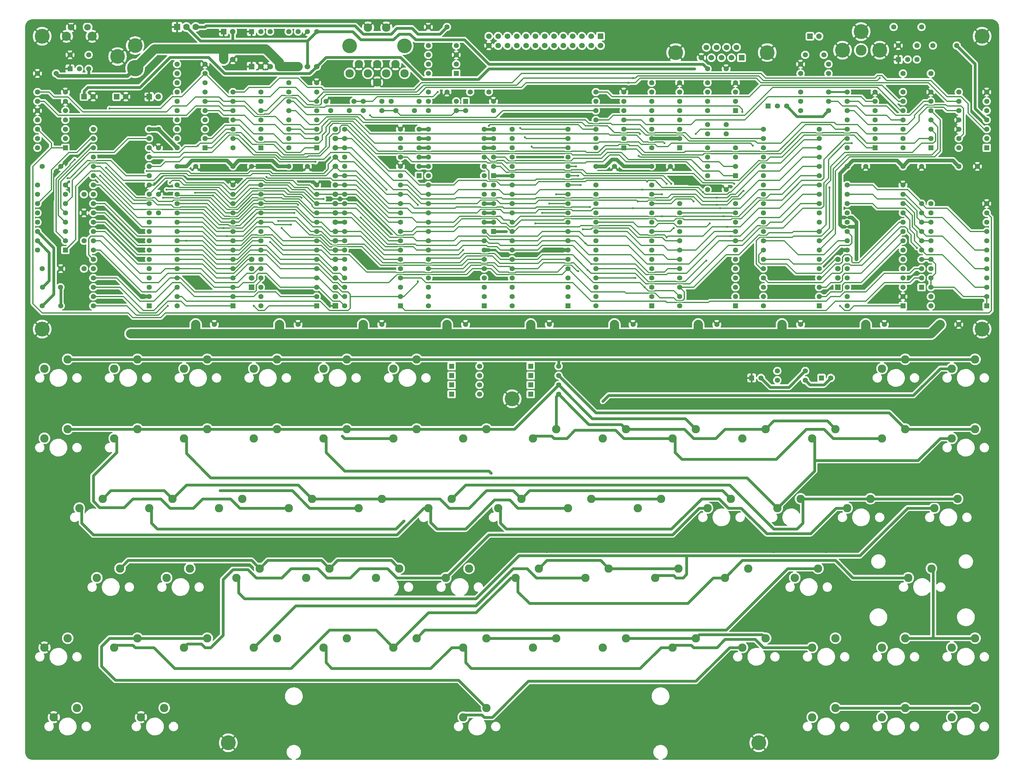
<source format=gbr>
G04 #@! TF.GenerationSoftware,KiCad,Pcbnew,(6.0.2)*
G04 #@! TF.CreationDate,2023-12-13T20:29:47-08:00*
G04 #@! TF.ProjectId,Radio-86RK,52616469-6f2d-4383-9652-4b2e6b696361,rev?*
G04 #@! TF.SameCoordinates,Original*
G04 #@! TF.FileFunction,Copper,L2,Bot*
G04 #@! TF.FilePolarity,Positive*
%FSLAX46Y46*%
G04 Gerber Fmt 4.6, Leading zero omitted, Abs format (unit mm)*
G04 Created by KiCad (PCBNEW (6.0.2)) date 2023-12-13 20:29:47*
%MOMM*%
%LPD*%
G01*
G04 APERTURE LIST*
G04 #@! TA.AperFunction,ComponentPad*
%ADD10C,1.397000*%
G04 #@! TD*
G04 #@! TA.AperFunction,ComponentPad*
%ADD11R,1.490980X1.490980*%
G04 #@! TD*
G04 #@! TA.AperFunction,ComponentPad*
%ADD12C,1.490980*%
G04 #@! TD*
G04 #@! TA.AperFunction,ComponentPad*
%ADD13R,1.397000X1.397000*%
G04 #@! TD*
G04 #@! TA.AperFunction,ComponentPad*
%ADD14R,1.524000X1.524000*%
G04 #@! TD*
G04 #@! TA.AperFunction,ComponentPad*
%ADD15C,1.524000*%
G04 #@! TD*
G04 #@! TA.AperFunction,ComponentPad*
%ADD16C,1.800860*%
G04 #@! TD*
G04 #@! TA.AperFunction,ComponentPad*
%ADD17C,2.499360*%
G04 #@! TD*
G04 #@! TA.AperFunction,ComponentPad*
%ADD18R,1.778000X1.778000*%
G04 #@! TD*
G04 #@! TA.AperFunction,ComponentPad*
%ADD19C,1.778000*%
G04 #@! TD*
G04 #@! TA.AperFunction,ComponentPad*
%ADD20C,2.286000*%
G04 #@! TD*
G04 #@! TA.AperFunction,ComponentPad*
%ADD21C,4.064000*%
G04 #@! TD*
G04 #@! TA.AperFunction,ComponentPad*
%ADD22C,2.971800*%
G04 #@! TD*
G04 #@! TA.AperFunction,ComponentPad*
%ADD23C,2.300000*%
G04 #@! TD*
G04 #@! TA.AperFunction,ComponentPad*
%ADD24C,4.000000*%
G04 #@! TD*
G04 #@! TA.AperFunction,ComponentPad*
%ADD25C,4.500000*%
G04 #@! TD*
G04 #@! TA.AperFunction,ComponentPad*
%ADD26R,1.400000X1.400000*%
G04 #@! TD*
G04 #@! TA.AperFunction,ComponentPad*
%ADD27C,1.400000*%
G04 #@! TD*
G04 #@! TA.AperFunction,ComponentPad*
%ADD28C,4.048760*%
G04 #@! TD*
G04 #@! TA.AperFunction,ViaPad*
%ADD29C,0.600000*%
G04 #@! TD*
G04 #@! TA.AperFunction,Conductor*
%ADD30C,0.375000*%
G04 #@! TD*
G04 #@! TA.AperFunction,Conductor*
%ADD31C,1.000000*%
G04 #@! TD*
G04 #@! TA.AperFunction,Conductor*
%ADD32C,0.750000*%
G04 #@! TD*
G04 #@! TA.AperFunction,Conductor*
%ADD33C,0.500000*%
G04 #@! TD*
G04 #@! TA.AperFunction,Conductor*
%ADD34C,0.254000*%
G04 #@! TD*
G04 #@! TA.AperFunction,Conductor*
%ADD35C,0.203200*%
G04 #@! TD*
G04 #@! TA.AperFunction,Conductor*
%ADD36C,2.540000*%
G04 #@! TD*
G04 APERTURE END LIST*
D10*
X43180000Y-36830000D03*
X43180000Y-41910000D03*
X167640000Y-90170000D03*
X172720000Y-90170000D03*
X190500000Y-90170000D03*
X195580000Y-90170000D03*
X121920000Y-90170000D03*
X127000000Y-90170000D03*
X144780000Y-90170000D03*
X149860000Y-90170000D03*
X99060000Y-90170000D03*
X104140000Y-90170000D03*
X213360000Y-90170000D03*
X218440000Y-90170000D03*
X53340000Y-90170000D03*
X58420000Y-90170000D03*
X76200000Y-90170000D03*
X81280000Y-90170000D03*
X236220000Y-90170000D03*
X241300000Y-90170000D03*
X78740000Y-46990000D03*
X83820000Y-46990000D03*
X256540000Y-90170000D03*
X261620000Y-90170000D03*
X48260000Y-46990000D03*
X53340000Y-46990000D03*
X246380000Y-46990000D03*
X251460000Y-46990000D03*
X231140000Y-46990000D03*
X236220000Y-46990000D03*
X63500000Y-46990000D03*
X68580000Y-46990000D03*
X261620000Y-46990000D03*
X266700000Y-46990000D03*
X162560000Y-46990000D03*
X167640000Y-46990000D03*
X116840000Y-26670000D03*
X121920000Y-26670000D03*
X177800000Y-46990000D03*
X182880000Y-46990000D03*
X193040000Y-53340000D03*
X198120000Y-53340000D03*
X193040000Y-35560000D03*
X198120000Y-35560000D03*
X198120000Y-20320000D03*
X193040000Y-20320000D03*
X43180000Y-54610000D03*
X43180000Y-59690000D03*
X116840000Y-8890000D03*
X121920000Y-8890000D03*
X113030000Y-31750000D03*
X107950000Y-31750000D03*
X99060000Y-31750000D03*
X104140000Y-31750000D03*
D11*
X22880000Y-27940000D03*
D12*
X25380000Y-27940000D03*
D11*
X40660000Y-27940000D03*
D12*
X43160000Y-27940000D03*
D11*
X221000000Y-11430000D03*
D12*
X223500000Y-11430000D03*
D10*
X104140000Y-29210000D03*
X99060000Y-29210000D03*
X95250000Y-31750000D03*
X90170000Y-31750000D03*
D13*
X205105000Y-104775000D03*
D10*
X207645000Y-104775000D03*
D14*
X163830000Y-11430000D03*
D15*
X163830000Y-13970000D03*
X161290000Y-11430000D03*
X161290000Y-13970000D03*
X158750000Y-11430000D03*
X158750000Y-13970000D03*
X156210000Y-11430000D03*
X156210000Y-13970000D03*
X153670000Y-11430000D03*
X153670000Y-13970000D03*
X151130000Y-11430000D03*
X151130000Y-13970000D03*
X148590000Y-11430000D03*
X148590000Y-13970000D03*
X146050000Y-11430000D03*
X146050000Y-13970000D03*
X143510000Y-11430000D03*
X143510000Y-13970000D03*
X140970000Y-11430000D03*
X140970000Y-13970000D03*
X138430000Y-11430000D03*
X138430000Y-13970000D03*
X135890000Y-11430000D03*
X135890000Y-13970000D03*
X133350000Y-11430000D03*
X133350000Y-13970000D03*
D10*
X243840000Y-8890000D03*
X251460000Y-8890000D03*
X124460000Y-29210000D03*
X116840000Y-29210000D03*
X218440000Y-26670000D03*
X226060000Y-26670000D03*
X127000000Y-31750000D03*
X134620000Y-31750000D03*
X124460000Y-31750000D03*
X116840000Y-31750000D03*
X218440000Y-29210000D03*
X226060000Y-29210000D03*
X96520000Y-29210000D03*
X88900000Y-29210000D03*
X106680000Y-29210000D03*
X114300000Y-29210000D03*
D13*
X251460000Y-80010000D03*
D10*
X251460000Y-77470000D03*
X251460000Y-74930000D03*
X251460000Y-72390000D03*
X251460000Y-69850000D03*
X251460000Y-67310000D03*
X251460000Y-64770000D03*
X251460000Y-62230000D03*
X251460000Y-59690000D03*
X251460000Y-57150000D03*
D16*
X23842980Y-8930640D03*
X19342100Y-8930640D03*
D17*
X18092420Y-11430000D03*
X25092660Y-11430000D03*
D13*
X86360000Y-41910000D03*
D10*
X86360000Y-39370000D03*
X86360000Y-36830000D03*
X86360000Y-34290000D03*
X86360000Y-31750000D03*
X86360000Y-29210000D03*
X86360000Y-26670000D03*
X86360000Y-24130000D03*
X78740000Y-24130000D03*
X78740000Y-26670000D03*
X78740000Y-29210000D03*
X78740000Y-31750000D03*
X78740000Y-34290000D03*
X78740000Y-36830000D03*
X78740000Y-39370000D03*
X78740000Y-41910000D03*
D13*
X269240000Y-41910000D03*
D10*
X269240000Y-39370000D03*
X269240000Y-36830000D03*
X269240000Y-34290000D03*
X269240000Y-31750000D03*
X269240000Y-29210000D03*
X269240000Y-26670000D03*
X261620000Y-26670000D03*
X261620000Y-29210000D03*
X261620000Y-31750000D03*
X261620000Y-34290000D03*
X261620000Y-36830000D03*
X261620000Y-39370000D03*
X261620000Y-41910000D03*
D13*
X185420000Y-41910000D03*
D10*
X185420000Y-39370000D03*
X185420000Y-36830000D03*
X185420000Y-34290000D03*
X185420000Y-31750000D03*
X185420000Y-29210000D03*
X185420000Y-26670000D03*
X185420000Y-24130000D03*
X177800000Y-24130000D03*
X177800000Y-26670000D03*
X177800000Y-29210000D03*
X177800000Y-31750000D03*
X177800000Y-34290000D03*
X177800000Y-36830000D03*
X177800000Y-39370000D03*
X177800000Y-41910000D03*
D18*
X48260000Y-8890000D03*
D19*
X50800000Y-8890000D03*
X53340000Y-8890000D03*
D20*
X18415000Y-175895000D03*
X12065000Y-178435000D03*
X254158750Y-156845000D03*
X247808750Y-159385000D03*
X247015000Y-118745000D03*
X240665000Y-121285000D03*
X227965000Y-175895000D03*
X221615000Y-178435000D03*
X247015000Y-175895000D03*
X240665000Y-178435000D03*
D10*
X226060000Y-19050000D03*
X218440000Y-19050000D03*
D20*
X44767500Y-194945000D03*
X38417500Y-197485000D03*
X20955000Y-194945000D03*
X14605000Y-197485000D03*
X266065000Y-118745000D03*
X259715000Y-121285000D03*
X261302500Y-137795000D03*
X254952500Y-140335000D03*
D21*
X207010000Y-204470000D03*
D20*
X56515000Y-99695000D03*
X50165000Y-102235000D03*
D10*
X218440000Y-21590000D03*
X226060000Y-21590000D03*
D20*
X37465000Y-99695000D03*
X31115000Y-102235000D03*
X89852500Y-156845000D03*
X83502500Y-159385000D03*
X147002500Y-156845000D03*
X140652500Y-159385000D03*
D21*
X62230000Y-204470000D03*
X267970000Y-11430000D03*
D13*
X144780000Y-106680000D03*
D10*
X152400000Y-106680000D03*
D13*
X144780000Y-104140000D03*
D10*
X152400000Y-104140000D03*
D20*
X18415000Y-99695000D03*
X12065000Y-102235000D03*
X266065000Y-194945000D03*
X259715000Y-197485000D03*
X266065000Y-175895000D03*
X259715000Y-178435000D03*
D21*
X11430000Y-11430000D03*
D13*
X144780000Y-109220000D03*
D10*
X152400000Y-109220000D03*
D20*
X266065000Y-99695000D03*
X259715000Y-102235000D03*
X132715000Y-194945000D03*
X126365000Y-197485000D03*
X27940000Y-137795000D03*
X21590000Y-140335000D03*
X151765000Y-175895000D03*
X145415000Y-178435000D03*
X142240000Y-137795000D03*
X135890000Y-140335000D03*
X218440000Y-137795000D03*
X212090000Y-140335000D03*
X132715000Y-175895000D03*
X126365000Y-178435000D03*
X66040000Y-137795000D03*
X59690000Y-140335000D03*
X127952500Y-156845000D03*
X121602500Y-159385000D03*
D13*
X123190000Y-104140000D03*
D10*
X130810000Y-104140000D03*
D20*
X104140000Y-137795000D03*
X97790000Y-140335000D03*
X56515000Y-175895000D03*
X50165000Y-178435000D03*
X85090000Y-137795000D03*
X78740000Y-140335000D03*
X185102500Y-156845000D03*
X178752500Y-159385000D03*
X123190000Y-137795000D03*
X116840000Y-140335000D03*
X237490000Y-137795000D03*
X231140000Y-140335000D03*
X180340000Y-137795000D03*
X173990000Y-140335000D03*
X75565000Y-118745000D03*
X69215000Y-121285000D03*
X37465000Y-118745000D03*
X31115000Y-121285000D03*
X189865000Y-175895000D03*
X183515000Y-178435000D03*
X204152500Y-156845000D03*
X197802500Y-159385000D03*
X70802500Y-156845000D03*
X64452500Y-159385000D03*
X189865000Y-118745000D03*
X183515000Y-121285000D03*
X199390000Y-137795000D03*
X193040000Y-140335000D03*
X51752500Y-156845000D03*
X45402500Y-159385000D03*
X18415000Y-118745000D03*
X12065000Y-121285000D03*
X227965000Y-118745000D03*
X221615000Y-121285000D03*
X151765000Y-118745000D03*
X145415000Y-121285000D03*
X132715000Y-118745000D03*
X126365000Y-121285000D03*
X161290000Y-137795000D03*
X154940000Y-140335000D03*
X94615000Y-118745000D03*
X88265000Y-121285000D03*
X208915000Y-118745000D03*
X202565000Y-121285000D03*
X113665000Y-118745000D03*
X107315000Y-121285000D03*
X166052500Y-156845000D03*
X159702500Y-159385000D03*
X170815000Y-118745000D03*
X164465000Y-121285000D03*
X108902500Y-156845000D03*
X102552500Y-159385000D03*
X94615000Y-175895000D03*
X88265000Y-178435000D03*
X37465000Y-175895000D03*
X31115000Y-178435000D03*
X32702500Y-156845000D03*
X26352500Y-159385000D03*
X46990000Y-137795000D03*
X40640000Y-140335000D03*
X75565000Y-175895000D03*
X69215000Y-178435000D03*
X56515000Y-118745000D03*
X50165000Y-121285000D03*
D13*
X123190000Y-106680000D03*
D10*
X130810000Y-106680000D03*
D20*
X94615000Y-99695000D03*
X88265000Y-102235000D03*
D13*
X123190000Y-109220000D03*
D10*
X130810000Y-109220000D03*
D20*
X227965000Y-194945000D03*
X221615000Y-197485000D03*
X247015000Y-99695000D03*
X240665000Y-102235000D03*
D13*
X144780000Y-101600000D03*
D10*
X152400000Y-101600000D03*
D20*
X75565000Y-99695000D03*
X69215000Y-102235000D03*
D13*
X269240000Y-85090000D03*
D10*
X269240000Y-82550000D03*
X269240000Y-80010000D03*
X269240000Y-77470000D03*
X269240000Y-74930000D03*
X269240000Y-72390000D03*
X269240000Y-69850000D03*
X269240000Y-67310000D03*
X269240000Y-64770000D03*
X269240000Y-62230000D03*
X269240000Y-59690000D03*
X269240000Y-57150000D03*
X254000000Y-57150000D03*
X254000000Y-59690000D03*
X254000000Y-62230000D03*
X254000000Y-64770000D03*
X254000000Y-67310000D03*
X254000000Y-69850000D03*
X254000000Y-72390000D03*
X254000000Y-74930000D03*
X254000000Y-77470000D03*
X254000000Y-80010000D03*
X254000000Y-82550000D03*
X254000000Y-85090000D03*
D13*
X63500000Y-85090000D03*
D10*
X63500000Y-82550000D03*
X63500000Y-80010000D03*
X63500000Y-77470000D03*
X63500000Y-74930000D03*
X63500000Y-72390000D03*
X63500000Y-69850000D03*
X63500000Y-67310000D03*
X63500000Y-64770000D03*
X63500000Y-62230000D03*
X63500000Y-59690000D03*
X63500000Y-57150000D03*
X63500000Y-54610000D03*
X63500000Y-52070000D03*
X48260000Y-52070000D03*
X48260000Y-54610000D03*
X48260000Y-57150000D03*
X48260000Y-59690000D03*
X48260000Y-62230000D03*
X48260000Y-64770000D03*
X48260000Y-67310000D03*
X48260000Y-69850000D03*
X48260000Y-72390000D03*
X48260000Y-74930000D03*
X48260000Y-77470000D03*
X48260000Y-80010000D03*
X48260000Y-82550000D03*
X48260000Y-85090000D03*
D13*
X223520000Y-85090000D03*
D10*
X223520000Y-82550000D03*
X223520000Y-80010000D03*
X223520000Y-77470000D03*
X223520000Y-74930000D03*
X223520000Y-72390000D03*
X223520000Y-69850000D03*
X223520000Y-67310000D03*
X223520000Y-64770000D03*
X223520000Y-62230000D03*
X223520000Y-59690000D03*
X223520000Y-57150000D03*
X223520000Y-54610000D03*
X223520000Y-52070000D03*
X223520000Y-49530000D03*
X223520000Y-46990000D03*
X223520000Y-44450000D03*
X223520000Y-41910000D03*
X223520000Y-39370000D03*
X223520000Y-36830000D03*
X208280000Y-36830000D03*
X208280000Y-39370000D03*
X208280000Y-41910000D03*
X208280000Y-44450000D03*
X208280000Y-46990000D03*
X208280000Y-49530000D03*
X208280000Y-52070000D03*
X208280000Y-54610000D03*
X208280000Y-57150000D03*
X208280000Y-59690000D03*
X208280000Y-62230000D03*
X208280000Y-64770000D03*
X208280000Y-67310000D03*
X208280000Y-69850000D03*
X208280000Y-72390000D03*
X208280000Y-74930000D03*
X208280000Y-77470000D03*
X208280000Y-80010000D03*
X208280000Y-82550000D03*
X208280000Y-85090000D03*
D13*
X200660000Y-85090000D03*
D10*
X200660000Y-82550000D03*
X200660000Y-80010000D03*
X200660000Y-77470000D03*
X200660000Y-74930000D03*
X200660000Y-72390000D03*
X200660000Y-69850000D03*
X200660000Y-67310000D03*
X200660000Y-64770000D03*
X200660000Y-62230000D03*
X200660000Y-59690000D03*
X200660000Y-57150000D03*
X185420000Y-57150000D03*
X185420000Y-59690000D03*
X185420000Y-62230000D03*
X185420000Y-64770000D03*
X185420000Y-67310000D03*
X185420000Y-69850000D03*
X185420000Y-72390000D03*
X185420000Y-74930000D03*
X185420000Y-77470000D03*
X185420000Y-80010000D03*
X185420000Y-82550000D03*
X185420000Y-85090000D03*
D13*
X177800000Y-85090000D03*
D10*
X177800000Y-82550000D03*
X177800000Y-80010000D03*
X177800000Y-77470000D03*
X177800000Y-74930000D03*
X177800000Y-72390000D03*
X177800000Y-69850000D03*
X177800000Y-67310000D03*
X177800000Y-64770000D03*
X177800000Y-62230000D03*
X177800000Y-59690000D03*
X177800000Y-57150000D03*
X177800000Y-54610000D03*
X177800000Y-52070000D03*
X162560000Y-52070000D03*
X162560000Y-54610000D03*
X162560000Y-57150000D03*
X162560000Y-59690000D03*
X162560000Y-62230000D03*
X162560000Y-64770000D03*
X162560000Y-67310000D03*
X162560000Y-69850000D03*
X162560000Y-72390000D03*
X162560000Y-74930000D03*
X162560000Y-77470000D03*
X162560000Y-80010000D03*
X162560000Y-82550000D03*
X162560000Y-85090000D03*
D13*
X40640000Y-85090000D03*
D10*
X40640000Y-82550000D03*
X40640000Y-80010000D03*
X40640000Y-77470000D03*
X40640000Y-74930000D03*
X40640000Y-72390000D03*
X40640000Y-69850000D03*
X40640000Y-67310000D03*
X40640000Y-64770000D03*
X40640000Y-62230000D03*
X40640000Y-59690000D03*
X40640000Y-57150000D03*
X40640000Y-54610000D03*
X40640000Y-52070000D03*
X40640000Y-49530000D03*
X40640000Y-46990000D03*
X40640000Y-44450000D03*
X40640000Y-41910000D03*
X40640000Y-39370000D03*
X40640000Y-36830000D03*
X25400000Y-36830000D03*
X25400000Y-39370000D03*
X25400000Y-41910000D03*
X25400000Y-44450000D03*
X25400000Y-46990000D03*
X25400000Y-49530000D03*
X25400000Y-52070000D03*
X25400000Y-54610000D03*
X25400000Y-57150000D03*
X25400000Y-59690000D03*
X25400000Y-62230000D03*
X25400000Y-64770000D03*
X25400000Y-67310000D03*
X25400000Y-69850000D03*
X25400000Y-72390000D03*
X25400000Y-74930000D03*
X25400000Y-77470000D03*
X25400000Y-80010000D03*
X25400000Y-82550000D03*
X25400000Y-85090000D03*
D13*
X127000000Y-29210000D03*
D10*
X134620000Y-29210000D03*
D22*
X234950000Y-15240000D03*
D21*
X229870000Y-15240000D03*
X240030000Y-15240000D03*
X234950000Y-10160000D03*
D13*
X132080000Y-85090000D03*
D10*
X132080000Y-82550000D03*
X132080000Y-80010000D03*
X132080000Y-77470000D03*
X132080000Y-74930000D03*
X132080000Y-72390000D03*
X132080000Y-69850000D03*
X132080000Y-67310000D03*
X132080000Y-64770000D03*
X132080000Y-62230000D03*
X132080000Y-59690000D03*
X132080000Y-57150000D03*
X132080000Y-54610000D03*
X132080000Y-52070000D03*
X132080000Y-49530000D03*
X132080000Y-46990000D03*
X132080000Y-44450000D03*
X132080000Y-41910000D03*
X132080000Y-39370000D03*
X132080000Y-36830000D03*
X116840000Y-36830000D03*
X116840000Y-39370000D03*
X116840000Y-41910000D03*
X116840000Y-44450000D03*
X116840000Y-46990000D03*
X116840000Y-49530000D03*
X116840000Y-52070000D03*
X116840000Y-54610000D03*
X116840000Y-57150000D03*
X116840000Y-59690000D03*
X116840000Y-62230000D03*
X116840000Y-64770000D03*
X116840000Y-67310000D03*
X116840000Y-69850000D03*
X116840000Y-72390000D03*
X116840000Y-74930000D03*
X116840000Y-77470000D03*
X116840000Y-80010000D03*
X116840000Y-82550000D03*
X116840000Y-85090000D03*
D13*
X154940000Y-85090000D03*
D10*
X154940000Y-82550000D03*
X154940000Y-80010000D03*
X154940000Y-77470000D03*
X154940000Y-74930000D03*
X154940000Y-72390000D03*
X154940000Y-69850000D03*
X154940000Y-67310000D03*
X154940000Y-64770000D03*
X154940000Y-62230000D03*
X154940000Y-59690000D03*
X154940000Y-57150000D03*
X154940000Y-54610000D03*
X154940000Y-52070000D03*
X154940000Y-49530000D03*
X154940000Y-46990000D03*
X154940000Y-44450000D03*
X154940000Y-41910000D03*
X154940000Y-39370000D03*
X154940000Y-36830000D03*
X139700000Y-36830000D03*
X139700000Y-39370000D03*
X139700000Y-41910000D03*
X139700000Y-44450000D03*
X139700000Y-46990000D03*
X139700000Y-49530000D03*
X139700000Y-52070000D03*
X139700000Y-54610000D03*
X139700000Y-57150000D03*
X139700000Y-59690000D03*
X139700000Y-62230000D03*
X139700000Y-64770000D03*
X139700000Y-67310000D03*
X139700000Y-69850000D03*
X139700000Y-72390000D03*
X139700000Y-74930000D03*
X139700000Y-77470000D03*
X139700000Y-80010000D03*
X139700000Y-82550000D03*
X139700000Y-85090000D03*
X22860000Y-54610000D03*
X22860000Y-59690000D03*
D23*
X100370000Y-9050000D03*
X105370000Y-9050000D03*
X97870000Y-19050000D03*
X102870000Y-19050000D03*
X107870000Y-19050000D03*
X100370000Y-21550000D03*
X105370000Y-21550000D03*
X95370000Y-21550000D03*
X110370000Y-21550000D03*
X102870000Y-24050000D03*
D24*
X110370000Y-14050000D03*
X95370000Y-14050000D03*
D13*
X123190000Y-101600000D03*
D10*
X130810000Y-101600000D03*
D13*
X134620000Y-49530000D03*
D10*
X134620000Y-46990000D03*
X134620000Y-44450000D03*
X134620000Y-41910000D03*
X134620000Y-39370000D03*
X134620000Y-36830000D03*
D13*
X134620000Y-64770000D03*
D10*
X134620000Y-62230000D03*
X134620000Y-59690000D03*
X134620000Y-57150000D03*
X134620000Y-54610000D03*
X134620000Y-52070000D03*
D13*
X114300000Y-49530000D03*
D10*
X114300000Y-46990000D03*
X114300000Y-44450000D03*
X114300000Y-41910000D03*
X114300000Y-39370000D03*
X114300000Y-36830000D03*
D13*
X224155000Y-104775000D03*
D10*
X226695000Y-104775000D03*
D13*
X238760000Y-41910000D03*
D10*
X238760000Y-39370000D03*
X238760000Y-36830000D03*
X238760000Y-34290000D03*
X238760000Y-31750000D03*
X238760000Y-29210000D03*
X238760000Y-26670000D03*
X231140000Y-26670000D03*
X231140000Y-29210000D03*
X231140000Y-31750000D03*
X231140000Y-34290000D03*
X231140000Y-36830000D03*
X231140000Y-39370000D03*
X231140000Y-41910000D03*
D13*
X109220000Y-85090000D03*
D10*
X109220000Y-82550000D03*
X109220000Y-80010000D03*
X109220000Y-77470000D03*
X109220000Y-74930000D03*
X109220000Y-72390000D03*
X109220000Y-69850000D03*
X109220000Y-67310000D03*
X109220000Y-64770000D03*
X109220000Y-62230000D03*
X109220000Y-59690000D03*
X109220000Y-57150000D03*
X109220000Y-54610000D03*
X109220000Y-52070000D03*
X109220000Y-49530000D03*
X109220000Y-46990000D03*
X109220000Y-44450000D03*
X109220000Y-41910000D03*
X109220000Y-39370000D03*
X109220000Y-36830000D03*
X93980000Y-36830000D03*
X93980000Y-39370000D03*
X93980000Y-41910000D03*
X93980000Y-44450000D03*
X93980000Y-46990000D03*
X93980000Y-49530000D03*
X93980000Y-52070000D03*
X93980000Y-54610000D03*
X93980000Y-57150000D03*
X93980000Y-59690000D03*
X93980000Y-62230000D03*
X93980000Y-64770000D03*
X93980000Y-67310000D03*
X93980000Y-69850000D03*
X93980000Y-72390000D03*
X93980000Y-74930000D03*
X93980000Y-77470000D03*
X93980000Y-80010000D03*
X93980000Y-82550000D03*
X93980000Y-85090000D03*
D13*
X55880000Y-41910000D03*
D10*
X55880000Y-39370000D03*
X55880000Y-36830000D03*
X55880000Y-34290000D03*
X55880000Y-31750000D03*
X55880000Y-29210000D03*
X55880000Y-26670000D03*
X55880000Y-24130000D03*
X55880000Y-21590000D03*
X55880000Y-19050000D03*
X48260000Y-19050000D03*
X48260000Y-21590000D03*
X48260000Y-24130000D03*
X48260000Y-26670000D03*
X48260000Y-29210000D03*
X48260000Y-31750000D03*
X48260000Y-34290000D03*
X48260000Y-36830000D03*
X48260000Y-39370000D03*
X48260000Y-41910000D03*
X250190000Y-13970000D03*
X245110000Y-13970000D03*
D13*
X245110000Y-17780000D03*
D10*
X247650000Y-17780000D03*
X250190000Y-17780000D03*
X254558800Y-13970000D03*
X261061200Y-13970000D03*
D13*
X71120000Y-41910000D03*
D10*
X71120000Y-39370000D03*
X71120000Y-36830000D03*
X71120000Y-34290000D03*
X71120000Y-31750000D03*
X71120000Y-29210000D03*
X71120000Y-26670000D03*
X63500000Y-26670000D03*
X63500000Y-29210000D03*
X63500000Y-31750000D03*
X63500000Y-34290000D03*
X63500000Y-36830000D03*
X63500000Y-39370000D03*
X63500000Y-41910000D03*
X198120000Y-38100000D03*
X193040000Y-38100000D03*
X212090000Y-105410000D03*
X219710000Y-105410000D03*
D21*
X11430000Y-91440000D03*
D13*
X170180000Y-41910000D03*
D10*
X170180000Y-39370000D03*
X170180000Y-36830000D03*
X170180000Y-34290000D03*
X170180000Y-31750000D03*
X170180000Y-29210000D03*
X170180000Y-26670000D03*
X162560000Y-26670000D03*
X162560000Y-29210000D03*
X162560000Y-31750000D03*
X162560000Y-34290000D03*
X162560000Y-36830000D03*
X162560000Y-39370000D03*
X162560000Y-41910000D03*
D13*
X254000000Y-41910000D03*
D10*
X254000000Y-39370000D03*
X254000000Y-36830000D03*
X254000000Y-34290000D03*
X254000000Y-31750000D03*
X254000000Y-29210000D03*
X254000000Y-26670000D03*
X246380000Y-26670000D03*
X246380000Y-29210000D03*
X246380000Y-31750000D03*
X246380000Y-34290000D03*
X246380000Y-36830000D03*
X246380000Y-39370000D03*
X246380000Y-41910000D03*
D13*
X200660000Y-49530000D03*
D10*
X200660000Y-46990000D03*
X200660000Y-44450000D03*
X200660000Y-41910000D03*
X193040000Y-41910000D03*
X193040000Y-44450000D03*
X193040000Y-46990000D03*
X193040000Y-49530000D03*
D20*
X170815000Y-175895000D03*
X164465000Y-178435000D03*
X208915000Y-175895000D03*
X202565000Y-178435000D03*
X113665000Y-175895000D03*
X107315000Y-178435000D03*
X223202500Y-156845000D03*
X216852500Y-159385000D03*
D10*
X224790000Y-16510000D03*
X219710000Y-16510000D03*
D13*
X209550000Y-30480000D03*
D10*
X212090000Y-30480000D03*
X214630000Y-30480000D03*
D25*
X36830000Y-20170140D03*
D24*
X36830000Y-13970000D03*
X32029400Y-16969740D03*
D14*
X68580000Y-19685000D03*
D15*
X71120000Y-19685000D03*
X73660000Y-19685000D03*
X76200000Y-19685000D03*
X78740000Y-19685000D03*
X81280000Y-19685000D03*
X83820000Y-19685000D03*
X86360000Y-19685000D03*
D26*
X68580000Y-10160000D03*
D27*
X71120000Y-10160000D03*
X73660000Y-10160000D03*
X78740000Y-10160000D03*
X81280000Y-10160000D03*
X83820000Y-10160000D03*
X86360000Y-10160000D03*
D11*
X31770000Y-27940000D03*
D12*
X34270000Y-27940000D03*
D11*
X60980000Y-17780000D03*
D12*
X63480000Y-17780000D03*
D13*
X17780000Y-41910000D03*
D10*
X17780000Y-39370000D03*
X17780000Y-36830000D03*
X17780000Y-34290000D03*
X17780000Y-31750000D03*
X17780000Y-29210000D03*
X17780000Y-26670000D03*
X10160000Y-26670000D03*
X10160000Y-29210000D03*
X10160000Y-31750000D03*
X10160000Y-34290000D03*
X10160000Y-36830000D03*
X10160000Y-39370000D03*
X10160000Y-41910000D03*
D11*
X60980000Y-10160000D03*
D12*
X63480000Y-10160000D03*
D13*
X124460000Y-21590000D03*
D10*
X124460000Y-19050000D03*
X124460000Y-16510000D03*
X124460000Y-13970000D03*
X116840000Y-13970000D03*
X116840000Y-16510000D03*
X116840000Y-19050000D03*
X116840000Y-21590000D03*
D28*
X209344260Y-15875000D03*
X184355740Y-15875000D03*
D14*
X202336400Y-17297400D03*
D15*
X199593200Y-17297400D03*
X196850000Y-17297400D03*
X194106800Y-17297400D03*
X191363600Y-17297400D03*
X200964800Y-14452600D03*
X198247000Y-14452600D03*
X195478400Y-14452600D03*
X192735200Y-14452600D03*
D13*
X200660000Y-31750000D03*
D10*
X200660000Y-29210000D03*
X200660000Y-26670000D03*
X200660000Y-24130000D03*
X193040000Y-24130000D03*
X193040000Y-26670000D03*
X193040000Y-29210000D03*
X193040000Y-31750000D03*
X128270000Y-26670000D03*
X133350000Y-26670000D03*
X246380000Y-21590000D03*
X254000000Y-21590000D03*
X226060000Y-31750000D03*
X218440000Y-31750000D03*
X212090000Y-102870000D03*
X219710000Y-102870000D03*
D21*
X267970000Y-91440000D03*
X139700000Y-110490000D03*
D13*
X17780000Y-69850000D03*
D10*
X17780000Y-67310000D03*
X17780000Y-64770000D03*
X17780000Y-62230000D03*
X17780000Y-59690000D03*
X17780000Y-57150000D03*
X17780000Y-54610000D03*
X17780000Y-52070000D03*
X10160000Y-52070000D03*
X10160000Y-54610000D03*
X10160000Y-57150000D03*
X10160000Y-59690000D03*
X10160000Y-62230000D03*
X10160000Y-64770000D03*
X10160000Y-67310000D03*
X10160000Y-69850000D03*
X11430000Y-85090000D03*
X16510000Y-85090000D03*
X16410940Y-80010000D03*
X11529060Y-80010000D03*
X11430000Y-74930000D03*
X16510000Y-74930000D03*
X15240000Y-21590000D03*
X10160000Y-21590000D03*
X11430000Y-46990000D03*
X16510000Y-46990000D03*
D20*
X247015000Y-194945000D03*
X240665000Y-197485000D03*
D13*
X19050000Y-20320000D03*
D10*
X21590000Y-20320000D03*
X24130000Y-20320000D03*
X22860000Y-67310000D03*
X22860000Y-74930000D03*
X24130000Y-16510000D03*
X19050000Y-16510000D03*
D13*
X86360000Y-85090000D03*
D10*
X86360000Y-82550000D03*
X86360000Y-80010000D03*
X86360000Y-77470000D03*
X86360000Y-74930000D03*
X86360000Y-72390000D03*
X86360000Y-69850000D03*
X86360000Y-67310000D03*
X86360000Y-64770000D03*
X86360000Y-62230000D03*
X86360000Y-59690000D03*
X86360000Y-57150000D03*
X86360000Y-54610000D03*
X86360000Y-52070000D03*
X71120000Y-52070000D03*
X71120000Y-54610000D03*
X71120000Y-57150000D03*
X71120000Y-59690000D03*
X71120000Y-62230000D03*
X71120000Y-64770000D03*
X71120000Y-67310000D03*
X71120000Y-69850000D03*
X71120000Y-72390000D03*
X71120000Y-74930000D03*
X71120000Y-77470000D03*
X71120000Y-80010000D03*
X71120000Y-82550000D03*
X71120000Y-85090000D03*
D14*
X228600000Y-80010000D03*
D15*
X228600000Y-77470000D03*
X228600000Y-74930000D03*
X228600000Y-72390000D03*
D14*
X91440000Y-85090000D03*
D15*
X91440000Y-82550000D03*
X91440000Y-80010000D03*
X91440000Y-77470000D03*
X91440000Y-74930000D03*
X91440000Y-72390000D03*
X91440000Y-69850000D03*
X91440000Y-67310000D03*
X91440000Y-64770000D03*
X91440000Y-62230000D03*
X91440000Y-59690000D03*
X91440000Y-57150000D03*
X91440000Y-54610000D03*
X91440000Y-52070000D03*
X91440000Y-49530000D03*
X91440000Y-46990000D03*
X91440000Y-44450000D03*
X91440000Y-41910000D03*
X91440000Y-39370000D03*
X91440000Y-36830000D03*
D20*
X113665000Y-99695000D03*
X107315000Y-102235000D03*
D14*
X68580000Y-80010000D03*
D15*
X68580000Y-77470000D03*
X68580000Y-74930000D03*
X68580000Y-72390000D03*
D13*
X246380000Y-85090000D03*
D10*
X246380000Y-82550000D03*
X246380000Y-80010000D03*
X246380000Y-77470000D03*
X246380000Y-74930000D03*
X246380000Y-72390000D03*
X246380000Y-69850000D03*
X246380000Y-67310000D03*
X246380000Y-64770000D03*
X246380000Y-62230000D03*
X246380000Y-59690000D03*
X246380000Y-57150000D03*
X246380000Y-54610000D03*
X246380000Y-52070000D03*
X231140000Y-52070000D03*
X231140000Y-54610000D03*
X231140000Y-57150000D03*
X231140000Y-59690000D03*
X231140000Y-62230000D03*
X231140000Y-64770000D03*
X231140000Y-67310000D03*
X231140000Y-69850000D03*
X231140000Y-72390000D03*
X231140000Y-74930000D03*
X231140000Y-77470000D03*
X231140000Y-80010000D03*
X231140000Y-82550000D03*
X231140000Y-85090000D03*
D29*
X144780000Y-44450000D03*
X106680000Y-65405000D03*
X54610000Y-50482500D03*
X253417000Y-76200000D03*
X102870000Y-61595000D03*
X238760000Y-49530000D03*
X249555000Y-79692500D03*
X188277500Y-82550000D03*
X251460000Y-54927500D03*
X74612500Y-47625000D03*
X235585000Y-58420000D03*
X28257500Y-55880000D03*
X101600000Y-114300000D03*
X178752500Y-47942500D03*
X170497500Y-110807500D03*
X63500000Y-114300000D03*
X234940467Y-62865000D03*
X149225000Y-152400000D03*
X50165000Y-77152500D03*
X68580000Y-7302500D03*
X240030000Y-76200000D03*
X186055000Y-50165000D03*
X107632500Y-74930000D03*
X28257500Y-60960000D03*
X28575000Y-73660000D03*
X31115000Y-44450000D03*
X221297500Y-77470000D03*
X21272500Y-44132500D03*
X56515000Y-80010000D03*
X137487386Y-33029886D03*
X115570000Y-89535000D03*
X44767500Y-24130000D03*
X167640000Y-29210000D03*
X241617500Y-74612500D03*
X31115000Y-63500000D03*
X44450000Y-114300000D03*
X39370000Y-89535000D03*
X115887500Y-152400000D03*
X191135000Y-52070000D03*
X126047500Y-77470000D03*
X36195000Y-53340000D03*
X138430000Y-201930000D03*
X234950000Y-71120000D03*
X31115000Y-57785000D03*
X31115000Y-60960000D03*
X235902500Y-80327500D03*
X82550000Y-81280000D03*
X102870000Y-74930000D03*
X225425000Y-152400000D03*
X234950000Y-60325000D03*
X27940000Y-40640000D03*
X31115000Y-34290000D03*
X46990000Y-89535000D03*
X211137500Y-152400000D03*
X142240000Y-71120000D03*
X83820000Y-7302500D03*
X244792500Y-70167500D03*
X130175000Y-152400000D03*
X118427500Y-51117500D03*
X41592500Y-24130000D03*
X90170000Y-55889533D03*
X156210000Y-96520000D03*
X130175000Y-148590000D03*
X36195000Y-62865000D03*
X127000000Y-48260000D03*
X27940000Y-44450000D03*
X244167033Y-72062967D03*
X88592033Y-47634533D03*
X96837500Y-152400000D03*
X31115000Y-66040000D03*
X82550000Y-114300000D03*
X21272500Y-40640000D03*
X132080000Y-19685000D03*
X201930000Y-76200000D03*
X40640000Y-34290000D03*
X25400000Y-34290000D03*
X234950000Y-67945000D03*
X36195000Y-71120000D03*
X118427500Y-46990000D03*
X166433499Y-31686501D03*
X28257500Y-58420000D03*
X38100000Y-40640000D03*
X71120000Y-46990000D03*
X57467500Y-34290000D03*
X224790000Y-74295000D03*
X28257500Y-63500000D03*
X36195000Y-68580000D03*
X36195000Y-80327500D03*
X35877500Y-34290000D03*
X13652500Y-57150000D03*
X61912500Y-34290000D03*
X118427500Y-77470000D03*
X36195000Y-66040000D03*
X249555000Y-73977500D03*
X234950000Y-65405000D03*
X153670000Y-44450000D03*
X72707500Y-23495000D03*
X95567500Y-55880000D03*
X242887500Y-73342500D03*
X81280000Y-51117500D03*
X254000000Y-54927500D03*
X221297500Y-81280000D03*
X95567500Y-69850000D03*
X25400000Y-114300000D03*
X189547500Y-20320000D03*
X143510000Y-133985000D03*
X158432500Y-52069994D03*
X157797500Y-49530000D03*
X157162500Y-46990000D03*
X151765000Y-54610000D03*
X149860000Y-57150000D03*
X147955000Y-59690000D03*
X146050000Y-62547500D03*
X145097500Y-41592500D03*
X143192500Y-39052500D03*
X141922500Y-36512496D03*
X100965000Y-33020000D03*
X86042500Y-45720000D03*
X164465000Y-111125000D03*
X60007500Y-135572500D03*
X133985000Y-130810000D03*
X93345000Y-120650000D03*
X74295000Y-146050000D03*
X110172500Y-143827500D03*
X18424886Y-50174886D03*
X28892496Y-47307496D03*
X27305000Y-49530006D03*
X29845000Y-31115000D03*
X240030000Y-22860000D03*
X172720000Y-22860000D03*
X192722500Y-72707500D03*
X174307500Y-44132500D03*
X193675000Y-62547500D03*
X174625000Y-38100000D03*
X181292500Y-40640000D03*
X159067500Y-64135000D03*
X76835000Y-63817500D03*
X75882500Y-61912500D03*
X53213004Y-54165500D03*
X72707500Y-49847500D03*
X202565000Y-32067500D03*
X157787967Y-75574533D03*
X226377500Y-52705000D03*
X171450000Y-24130000D03*
X250190004Y-69215004D03*
X105410000Y-53340000D03*
X50800000Y-67310000D03*
X172720000Y-58420000D03*
X196532500Y-58420000D03*
X58102500Y-54927500D03*
X82222967Y-55572033D03*
X81265701Y-57472266D03*
X58119997Y-58755005D03*
X173990000Y-56515000D03*
X195580000Y-57467500D03*
X195580000Y-55562500D03*
X175260000Y-53340000D03*
X80327500Y-59690000D03*
X60960000Y-63817500D03*
X79375000Y-62865000D03*
X61912498Y-66040000D03*
X176530000Y-51117500D03*
X191770000Y-53975000D03*
X88265000Y-55880000D03*
X180657500Y-60642500D03*
X197485000Y-60642500D03*
X46355000Y-51435000D03*
X198437500Y-63500000D03*
X181927500Y-66357500D03*
X199390000Y-66040000D03*
X159702500Y-67945000D03*
X45402500Y-53340000D03*
X161290000Y-73660000D03*
X44450000Y-55562494D03*
X160337500Y-75247500D03*
X113982500Y-57467510D03*
X232410000Y-40640000D03*
X40004984Y-48260000D03*
X53975000Y-41274994D03*
X175895000Y-80010000D03*
X113982500Y-78422500D03*
X126365000Y-69850000D03*
X189229992Y-56514992D03*
X189865014Y-38100000D03*
X45720000Y-85090000D03*
X160972500Y-58102500D03*
X180657502Y-54609994D03*
X202865007Y-53640003D03*
X200342500Y-51752500D03*
X205422504Y-41275010D03*
X183197500Y-51752500D03*
X133350000Y-35877500D03*
X119380000Y-26670000D03*
X20320000Y-45085000D03*
X233680000Y-72390000D03*
X38100000Y-92710000D03*
X35560000Y-92710000D03*
X36830000Y-92710000D03*
X233680000Y-71120000D03*
X138112497Y-64770003D03*
X98425000Y-60960000D03*
X183832500Y-63817500D03*
X173355000Y-77470000D03*
X181927500Y-51752500D03*
X73660000Y-67627500D03*
X229244533Y-85090000D03*
X69215000Y-85090000D03*
D30*
X21590000Y-71120000D02*
X21590000Y-60960000D01*
X251460000Y-54927500D02*
X254000000Y-54927500D01*
X53657500Y-77152500D02*
X56515000Y-80010000D01*
X145097500Y-25400000D02*
X142557500Y-27940000D01*
X127000000Y-90170000D02*
X128905000Y-88265000D01*
X20320000Y-100647500D02*
X19367500Y-101600000D01*
X269240000Y-26670000D02*
X269938499Y-27368499D01*
X234950000Y-65405000D02*
X234950000Y-62874533D01*
X50165000Y-49530000D02*
X44450000Y-49530000D01*
X7620000Y-25400000D02*
X7620000Y-19050000D01*
X63500000Y-113347500D02*
X82550000Y-113347500D01*
X244167033Y-72062967D02*
X244792500Y-71437500D01*
X40660000Y-26690000D02*
X40660000Y-27940000D01*
X21907500Y-71437500D02*
X21590000Y-71120000D01*
X97155000Y-55880000D02*
X102870000Y-61595000D01*
X17780000Y-26670000D02*
X16510000Y-25400000D01*
X26670000Y-26670000D02*
X33000000Y-26670000D01*
D31*
X132080000Y-69850000D02*
X133350000Y-69850000D01*
D30*
X207010000Y-204470000D02*
X210820000Y-208280000D01*
X68602709Y-7642709D02*
X56537709Y-7642709D01*
X271780000Y-29210000D02*
X271780000Y-15240000D01*
X136525000Y-71120000D02*
X142240000Y-71120000D01*
X196850000Y-52070000D02*
X191135000Y-52070000D01*
X40640000Y-34290000D02*
X35877500Y-34290000D01*
X170497500Y-110807500D02*
X271780000Y-110807500D01*
X229552500Y-69850000D02*
X229235000Y-69850000D01*
X215582500Y-76200000D02*
X216535000Y-77152500D01*
X191135000Y-52070000D02*
X187960000Y-52070000D01*
X252730000Y-76517500D02*
X253047500Y-76200000D01*
X98962709Y-7642709D02*
X100370000Y-9050000D01*
X21272500Y-29210000D02*
X24110000Y-29210000D01*
X269938499Y-27368499D02*
X271780000Y-29210000D01*
X212090000Y-7620000D02*
X190182500Y-7620000D01*
X7620000Y-173990000D02*
X12065000Y-178435000D01*
X252095000Y-78740000D02*
X252412500Y-78740000D01*
X17780000Y-101600000D02*
X7620000Y-91440000D01*
X36195000Y-68580000D02*
X31115000Y-63500000D01*
X34270000Y-27940000D02*
X34290000Y-27940000D01*
X19050000Y-25400000D02*
X21272500Y-27622500D01*
X31750000Y-194945000D02*
X29845000Y-196850000D01*
X178435000Y-48260000D02*
X179070000Y-48260000D01*
X7620000Y-208280000D02*
X58420000Y-208280000D01*
X220345000Y-88265000D02*
X239395000Y-88265000D01*
X26670000Y-9852660D02*
X25092660Y-11430000D01*
X35560000Y-26670000D02*
X40640000Y-26670000D01*
X260350000Y-140335000D02*
X258762500Y-138747500D01*
X67310000Y-48260000D02*
X54610000Y-48260000D01*
X234940467Y-62865000D02*
X234940467Y-60334533D01*
X7620000Y-15240000D02*
X11430000Y-11430000D01*
X26670000Y-7620000D02*
X26670000Y-9852660D01*
X81280000Y-90170000D02*
X83185000Y-88265000D01*
X178435000Y-48260000D02*
X178752500Y-47942500D01*
X132080000Y-19685000D02*
X130175000Y-17780000D01*
X28257500Y-55880000D02*
X29210000Y-55880000D01*
X16510000Y-25400000D02*
X7620000Y-25400000D01*
X229235000Y-69850000D02*
X224790000Y-74295000D01*
X50165000Y-77152500D02*
X53657500Y-77152500D01*
X19367500Y-101600000D02*
X17780000Y-101600000D01*
X271780000Y-208280000D02*
X271780000Y-191770000D01*
X24110000Y-29210000D02*
X25380000Y-27940000D01*
X19050000Y-20320000D02*
X19050000Y-19050000D01*
X34290000Y-100647500D02*
X20320000Y-100647500D01*
X271145000Y-88265000D02*
X267970000Y-91440000D01*
X190182500Y-7620000D02*
X181610000Y-7620000D01*
X7620000Y-173990000D02*
X7620000Y-152400000D01*
X253047500Y-76200000D02*
X253417000Y-76200000D01*
X181610000Y-13129260D02*
X184355740Y-15875000D01*
X36195000Y-80327500D02*
X29527500Y-73660000D01*
X139700000Y-110490000D02*
X137160000Y-107950000D01*
X229870000Y-15240000D02*
X222250000Y-7620000D01*
X29845000Y-196850000D02*
X19050000Y-196850000D01*
X116141501Y-8191501D02*
X115570000Y-7620000D01*
X165090114Y-33029886D02*
X137487386Y-33029886D01*
X250761501Y-47688499D02*
X251460000Y-46990000D01*
X179070000Y-48260000D02*
X178752500Y-47942500D01*
X68580000Y-46990000D02*
X73977500Y-46990000D01*
X51752500Y-113347500D02*
X40322500Y-101917500D01*
X56537709Y-7642709D02*
X55880000Y-6985000D01*
X231901999Y-13208001D02*
X234950000Y-10160000D01*
X271780000Y-88900000D02*
X271780000Y-55880000D01*
X271780000Y-15240000D02*
X267970000Y-11430000D01*
X7620000Y-148907500D02*
X7620000Y-91440000D01*
X82550000Y-113347500D02*
X101600000Y-113347500D01*
X16510000Y-7620000D02*
X15240000Y-7620000D01*
X216852500Y-77470000D02*
X221297500Y-77470000D01*
X245745000Y-73660000D02*
X249237500Y-73660000D01*
X181610000Y-48260000D02*
X182181501Y-47688499D01*
X118427500Y-48260000D02*
X118427500Y-46990000D01*
X271780000Y-140335000D02*
X271780000Y-110807500D01*
X62230000Y-204470000D02*
X64770000Y-201930000D01*
X36195000Y-66040000D02*
X31115000Y-60960000D01*
X147955000Y-69850000D02*
X146685000Y-71120000D01*
X234950000Y-62874533D02*
X234940467Y-62865000D01*
X243205000Y-88265000D02*
X241300000Y-90170000D01*
X35877500Y-34290000D02*
X31115000Y-34290000D01*
X32029400Y-16969740D02*
X29845000Y-14785340D01*
X172720000Y-90170000D02*
X174625000Y-88265000D01*
X11430000Y-91440000D02*
X9525000Y-93345000D01*
X249237500Y-73660000D02*
X249555000Y-73977500D01*
D31*
X40640000Y-82550000D02*
X39370000Y-82550000D01*
D30*
X115570000Y-88265000D02*
X125095000Y-88265000D01*
X258762500Y-138747500D02*
X246697500Y-138747500D01*
X252730000Y-48260000D02*
X265430000Y-48260000D01*
X31115000Y-44450000D02*
X27940000Y-44450000D01*
X21590000Y-88265000D02*
X22860000Y-89535000D01*
X68580000Y-46990000D02*
X67310000Y-48260000D01*
X242887500Y-73342500D02*
X244167033Y-72062967D01*
X20002500Y-71437500D02*
X17208499Y-74231501D01*
X212090000Y-7620000D02*
X212090000Y-13129260D01*
X21590000Y-60960000D02*
X22860000Y-59690000D01*
X234940467Y-60334533D02*
X234950000Y-60325000D01*
X242887500Y-73342500D02*
X240030000Y-76200000D01*
X19050000Y-16510000D02*
X17462500Y-14922500D01*
X7620000Y-88265000D02*
X21590000Y-88265000D01*
X90170000Y-55889533D02*
X90179533Y-55880000D01*
X191452500Y-82550000D02*
X197802500Y-76200000D01*
X83797291Y-7325209D02*
X83820000Y-7302500D01*
X193675000Y-88265000D02*
X194881501Y-89471501D01*
X194881501Y-89471501D02*
X195580000Y-90170000D01*
X106800000Y-7620000D02*
X105370000Y-9050000D01*
X15240000Y-30480000D02*
X12700000Y-27940000D01*
X18415000Y-8003540D02*
X19342100Y-8930640D01*
X265430000Y-48260000D02*
X266700000Y-46990000D01*
X90179533Y-55880000D02*
X97155000Y-55880000D01*
X40640000Y-26670000D02*
X40660000Y-26690000D01*
X236220000Y-46990000D02*
X237490000Y-48260000D01*
X188277500Y-82550000D02*
X191452500Y-82550000D01*
X38417500Y-197485000D02*
X35877500Y-194945000D01*
X82550000Y-48260000D02*
X83820000Y-46990000D01*
X25400000Y-34290000D02*
X21272500Y-38417500D01*
X54038499Y-47688499D02*
X53340000Y-46990000D01*
X16510000Y-9847580D02*
X18092420Y-11430000D01*
X264160000Y-7620000D02*
X267970000Y-11430000D01*
X245745000Y-73640934D02*
X245745000Y-73660000D01*
X168910000Y-25400000D02*
X160655000Y-25400000D01*
X229870000Y-69850000D02*
X229552500Y-69850000D01*
X14605000Y-197485000D02*
X10795000Y-193675000D01*
X56515000Y-88265000D02*
X58420000Y-90170000D01*
X17462500Y-14922500D02*
X14922500Y-14922500D01*
X197485000Y-88265000D02*
X216535000Y-88265000D01*
X40005000Y-7620000D02*
X34925000Y-7620000D01*
X15240000Y-7620000D02*
X11430000Y-11430000D01*
X107632500Y-74930000D02*
X102870000Y-74930000D01*
X252412500Y-78740000D02*
X252730000Y-78422500D01*
X7620000Y-27940000D02*
X7620000Y-25400000D01*
X249555000Y-79692500D02*
X249555000Y-79375000D01*
X60325000Y-88265000D02*
X79375000Y-88265000D01*
X87966566Y-48260000D02*
X85090000Y-48260000D01*
X17208499Y-74231501D02*
X16510000Y-74930000D01*
X266700000Y-46990000D02*
X267970000Y-48260000D01*
X55880000Y-6985000D02*
X48260000Y-6985000D01*
X57467500Y-34290000D02*
X61912500Y-34290000D01*
X130175000Y-17780000D02*
X125730000Y-17780000D01*
X237490000Y-48260000D02*
X250190000Y-48260000D01*
X103441501Y-89471501D02*
X104140000Y-90170000D01*
X7620000Y-193675000D02*
X7620000Y-173990000D01*
X131445000Y-12065000D02*
X131445000Y-7620000D01*
X18415000Y-7620000D02*
X18415000Y-8003540D01*
X106045000Y-88265000D02*
X115570000Y-88265000D01*
X271780000Y-48260000D02*
X271780000Y-29210000D01*
X97790000Y-69850000D02*
X95567500Y-69850000D01*
X250190000Y-48260000D02*
X250761501Y-47688499D01*
X271780000Y-88265000D02*
X263525000Y-88265000D01*
X104140000Y-90170000D02*
X106045000Y-88265000D01*
X19050000Y-19050000D02*
X17780000Y-17780000D01*
X101600000Y-113347500D02*
X101600000Y-114300000D01*
X25400000Y-27940000D02*
X26670000Y-26670000D01*
X29527500Y-73660000D02*
X24130000Y-73660000D01*
X245110000Y-13970000D02*
X244411501Y-13271501D01*
X34925000Y-12065000D02*
X36830000Y-13970000D01*
X271780000Y-55880000D02*
X271780000Y-48260000D01*
X165417500Y-29210000D02*
X164147500Y-27940000D01*
X29210000Y-55880000D02*
X31115000Y-57785000D01*
X133350000Y-69850000D02*
X135255000Y-69850000D01*
X270510000Y-55880000D02*
X271780000Y-55880000D01*
X161290000Y-27940000D02*
X160655000Y-27305000D01*
X165100000Y-33020000D02*
X165090114Y-33029886D01*
X34925000Y-7620000D02*
X26670000Y-7620000D01*
X184721501Y-24828499D02*
X185420000Y-24130000D01*
X31115000Y-60960000D02*
X28575000Y-58420000D01*
X22860000Y-89535000D02*
X35877500Y-89535000D01*
X58420000Y-90170000D02*
X60325000Y-88265000D01*
D31*
X231140000Y-69850000D02*
X229870000Y-69850000D01*
D30*
X179070000Y-48260000D02*
X181610000Y-48260000D01*
X198120000Y-53340000D02*
X196850000Y-52070000D01*
X125095000Y-88265000D02*
X126301501Y-89471501D01*
X259715000Y-88265000D02*
X243205000Y-88265000D01*
X204470000Y-201930000D02*
X207010000Y-204470000D01*
X144780000Y-44450000D02*
X153670000Y-44450000D01*
X269240000Y-57150000D02*
X270510000Y-55880000D01*
X138430000Y-201930000D02*
X204470000Y-201930000D01*
X7620000Y-193675000D02*
X7620000Y-208280000D01*
X50800000Y-88265000D02*
X56515000Y-88265000D01*
X167640000Y-29210000D02*
X165417500Y-29210000D01*
X9461501Y-31051501D02*
X7620000Y-29210000D01*
X83185000Y-88265000D02*
X102235000Y-88265000D01*
X102176250Y-7243750D02*
X100370000Y-9050000D01*
X82550000Y-113347500D02*
X82550000Y-114300000D01*
X251460000Y-46990000D02*
X252730000Y-48260000D01*
X96837500Y-152400000D02*
X126365000Y-152400000D01*
X149225000Y-152400000D02*
X130175000Y-152400000D01*
X247650000Y-7620000D02*
X264160000Y-7620000D01*
X7620000Y-29210000D02*
X7620000Y-27940000D01*
X187325000Y-152400000D02*
X149225000Y-152400000D01*
X249555000Y-79375000D02*
X250190000Y-78740000D01*
X7620000Y-152400000D02*
X96837500Y-152400000D01*
X64770000Y-201930000D02*
X127635000Y-201930000D01*
X18415000Y-7620000D02*
X16510000Y-7620000D01*
X244167033Y-72062967D02*
X245745000Y-73640934D01*
X149161501Y-89471501D02*
X149860000Y-90170000D01*
X212090000Y-13129260D02*
X209344260Y-15875000D01*
X126047500Y-77470000D02*
X118427500Y-77470000D01*
X10160000Y-31750000D02*
X9461501Y-31051501D01*
X271780000Y-110807500D02*
X271780000Y-91440000D01*
X7620000Y-152400000D02*
X7620000Y-148907500D01*
X83797291Y-7642709D02*
X98962709Y-7642709D01*
X39370000Y-53340000D02*
X40640000Y-52070000D01*
X102176250Y-7243750D02*
X103563750Y-7243750D01*
X252730000Y-78422500D02*
X252730000Y-76517500D01*
X243522500Y-17780000D02*
X245110000Y-17780000D01*
X110490000Y-45720000D02*
X111125000Y-45720000D01*
X234950000Y-59055000D02*
X235585000Y-58420000D01*
X135255000Y-69850000D02*
X136525000Y-71120000D01*
X234950000Y-67945000D02*
X234950000Y-65405000D01*
X109220000Y-46990000D02*
X109918499Y-46291501D01*
D31*
X86360000Y-52070000D02*
X85725000Y-51435000D01*
D30*
X160655000Y-27305000D02*
X160655000Y-25400000D01*
X28575000Y-60960000D02*
X28257500Y-60960000D01*
X16510000Y-30480000D02*
X15240000Y-30480000D01*
X36195000Y-71120000D02*
X31115000Y-66040000D01*
X195580000Y-90170000D02*
X197485000Y-88265000D01*
X21272500Y-27622500D02*
X21272500Y-29210000D01*
X26670000Y-7620000D02*
X18415000Y-7620000D01*
X31115000Y-66040000D02*
X28575000Y-63500000D01*
X44450000Y-49530000D02*
X41910000Y-52070000D01*
X271780000Y-140335000D02*
X260350000Y-140335000D01*
X88592033Y-47634533D02*
X87966566Y-48260000D01*
X234950000Y-71120000D02*
X234950000Y-67945000D01*
X34290000Y-27940000D02*
X35560000Y-26670000D01*
X25380000Y-27940000D02*
X25400000Y-27940000D01*
X243205000Y-12065000D02*
X247650000Y-7620000D01*
X240030000Y-15240000D02*
X237998001Y-13208001D01*
X44450000Y-113347500D02*
X25400000Y-113347500D01*
X182181501Y-47688499D02*
X182880000Y-46990000D01*
X68602709Y-7642709D02*
X68602709Y-7325209D01*
X44450000Y-113347500D02*
X44450000Y-114300000D01*
X135572500Y-107950000D02*
X130175000Y-113347500D01*
X118427500Y-48260000D02*
X118427500Y-51117500D01*
X234950000Y-60325000D02*
X234950000Y-59055000D01*
X263525000Y-88265000D02*
X261620000Y-90170000D01*
X7620000Y-88265000D02*
X7620000Y-29210000D01*
X34925000Y-7620000D02*
X34925000Y-12065000D01*
X51752500Y-113347500D02*
X44450000Y-113347500D01*
X17145000Y-194945000D02*
X14605000Y-197485000D01*
X48260000Y-8890000D02*
X48260000Y-6985000D01*
X14605000Y-48895000D02*
X16510000Y-46990000D01*
X113665000Y-48260000D02*
X118427500Y-48260000D01*
X210820000Y-208280000D02*
X271780000Y-208280000D01*
X101600000Y-113347500D02*
X130175000Y-113347500D01*
X146685000Y-71120000D02*
X142240000Y-71120000D01*
X40322500Y-101917500D02*
X35560000Y-101917500D01*
X184150000Y-25400000D02*
X184721501Y-24828499D01*
X102870000Y-74930000D02*
X97790000Y-69850000D01*
X240030000Y-15240000D02*
X243205000Y-12065000D01*
X16510000Y-7620000D02*
X16510000Y-9847580D01*
X181610000Y-7620000D02*
X181610000Y-13129260D01*
X128905000Y-203200000D02*
X131445000Y-203200000D01*
X54610000Y-50482500D02*
X51117500Y-50482500D01*
X36195000Y-62865000D02*
X31115000Y-57785000D01*
X243205000Y-17462500D02*
X243522500Y-17780000D01*
X35560000Y-101917500D02*
X34290000Y-100647500D01*
X109918499Y-46291501D02*
X110490000Y-45720000D01*
X271780000Y-91440000D02*
X271780000Y-88900000D01*
X85090000Y-48260000D02*
X83820000Y-46990000D01*
X44774001Y-7613499D02*
X40011501Y-7613499D01*
X75247500Y-48260000D02*
X82550000Y-48260000D01*
X68602709Y-7325209D02*
X68580000Y-7302500D01*
X216535000Y-88265000D02*
X217741501Y-89471501D01*
X239395000Y-88265000D02*
X241300000Y-90170000D01*
X250190000Y-78740000D02*
X252095000Y-78740000D01*
X186354999Y-50464999D02*
X186055000Y-50165000D01*
X116840000Y-8890000D02*
X116141501Y-8191501D01*
X63500000Y-52070000D02*
X61912500Y-50482500D01*
X102235000Y-88265000D02*
X103441501Y-89471501D01*
X81280000Y-51117500D02*
X85407500Y-51117500D01*
X115570000Y-7620000D02*
X181610000Y-7620000D01*
X48260000Y-6985000D02*
X45402500Y-6985000D01*
X171450000Y-25400000D02*
X184150000Y-25400000D01*
X10795000Y-193675000D02*
X7620000Y-193675000D01*
X229870000Y-15240000D02*
X231901999Y-13208001D01*
X103563750Y-7243750D02*
X105370000Y-9050000D01*
X111125000Y-45720000D02*
X113665000Y-48260000D01*
X83797291Y-7642709D02*
X68602709Y-7642709D01*
X33000000Y-26670000D02*
X34270000Y-27940000D01*
X7620000Y-19050000D02*
X7620000Y-15240000D01*
X170180000Y-26670000D02*
X168910000Y-25400000D01*
X36195000Y-53340000D02*
X39370000Y-53340000D01*
X102870000Y-61595000D02*
X106680000Y-65405000D01*
X28575000Y-63500000D02*
X28257500Y-63500000D01*
X41592500Y-24130000D02*
X44767500Y-24130000D01*
X216535000Y-77152500D02*
X216852500Y-77470000D01*
X58420000Y-208280000D02*
X62230000Y-204470000D01*
X14922500Y-14922500D02*
X11430000Y-11430000D01*
X132715000Y-201930000D02*
X138430000Y-201930000D01*
X14605000Y-56197500D02*
X14605000Y-48895000D01*
X45402500Y-6985000D02*
X44774001Y-7613499D01*
X35877500Y-194945000D02*
X31750000Y-194945000D01*
X246697500Y-138747500D02*
X233045000Y-152400000D01*
X38417500Y-82550000D02*
X36195000Y-80327500D01*
X261620000Y-90170000D02*
X259715000Y-88265000D01*
X115570000Y-7620000D02*
X106800000Y-7620000D01*
X160655000Y-25400000D02*
X145097500Y-25400000D01*
D31*
X154940000Y-69850000D02*
X153670000Y-69850000D01*
D30*
X172021501Y-89471501D02*
X172720000Y-90170000D01*
X63500000Y-113347500D02*
X51752500Y-113347500D01*
X38100000Y-40640000D02*
X41910000Y-40640000D01*
X147955000Y-88265000D02*
X149161501Y-89471501D01*
X12700000Y-27940000D02*
X7620000Y-27940000D01*
X25400000Y-113347500D02*
X25400000Y-114300000D01*
X19050000Y-196850000D02*
X17145000Y-194945000D01*
X49530000Y-89535000D02*
X50800000Y-88265000D01*
X21272500Y-38417500D02*
X21272500Y-40640000D01*
X21907500Y-71437500D02*
X20002500Y-71437500D01*
X125730000Y-17780000D02*
X124460000Y-16510000D01*
X7620000Y-91440000D02*
X7620000Y-88265000D01*
X217741501Y-89471501D02*
X218440000Y-90170000D01*
X133350000Y-13970000D02*
X131445000Y-12065000D01*
X126365000Y-152400000D02*
X130175000Y-148590000D01*
X83797291Y-7642709D02*
X83797291Y-7325209D01*
X271780000Y-191770000D02*
X271780000Y-140335000D01*
X164147500Y-27940000D02*
X161290000Y-27940000D01*
X131445000Y-203200000D02*
X132715000Y-201930000D01*
X85407500Y-51117500D02*
X85725000Y-51435000D01*
X31115000Y-34290000D02*
X25400000Y-34290000D01*
X201930000Y-76200000D02*
X215582500Y-76200000D01*
X41910000Y-52070000D02*
X40640000Y-52070000D01*
X244411501Y-13271501D02*
X243205000Y-12065000D01*
X17780000Y-29210000D02*
X16510000Y-30480000D01*
X63500000Y-113347500D02*
X63500000Y-114300000D01*
X170815000Y-88265000D02*
X172021501Y-89471501D01*
X243205000Y-12065000D02*
X243205000Y-17462500D01*
X218440000Y-90170000D02*
X220345000Y-88265000D01*
X211137500Y-152400000D02*
X187325000Y-152400000D01*
X153670000Y-69850000D02*
X147955000Y-69850000D01*
X24130000Y-73660000D02*
X21907500Y-71437500D01*
X40011501Y-7613499D02*
X40005000Y-7620000D01*
X51117500Y-50482500D02*
X50165000Y-49530000D01*
X174625000Y-88265000D02*
X193675000Y-88265000D01*
X142557500Y-27940000D02*
X135890000Y-27940000D01*
X126301501Y-89471501D02*
X127000000Y-90170000D01*
X191363600Y-17297400D02*
X190182500Y-16116300D01*
X149860000Y-90170000D02*
X151765000Y-88265000D01*
X28575000Y-58420000D02*
X28257500Y-58420000D01*
X17780000Y-26670000D02*
X19050000Y-25400000D01*
X168910000Y-48260000D02*
X178435000Y-48260000D01*
X29845000Y-14785340D02*
X29845000Y-7620000D01*
X118427500Y-48260000D02*
X127000000Y-48260000D01*
X13652500Y-57150000D02*
X14605000Y-56197500D01*
X73977500Y-46990000D02*
X75247500Y-48260000D01*
X128905000Y-88265000D02*
X147955000Y-88265000D01*
X170180000Y-26670000D02*
X171450000Y-25400000D01*
X134620000Y-29210000D02*
X135890000Y-27940000D01*
X166433499Y-31686501D02*
X165100000Y-33020000D01*
X17780000Y-17780000D02*
X19050000Y-16510000D01*
X115570000Y-88265000D02*
X115570000Y-89535000D01*
X190182500Y-16116300D02*
X190182500Y-7620000D01*
X41910000Y-40640000D02*
X43180000Y-41910000D01*
X35877500Y-89535000D02*
X39370000Y-89535000D01*
X61912500Y-50482500D02*
X54610000Y-50482500D01*
X187960000Y-52070000D02*
X186354999Y-50464999D01*
X79375000Y-88265000D02*
X81280000Y-90170000D01*
X137160000Y-107950000D02*
X135572500Y-107950000D01*
X237998001Y-13208001D02*
X234950000Y-10160000D01*
X151765000Y-88265000D02*
X170815000Y-88265000D01*
X167640000Y-46990000D02*
X168910000Y-48260000D01*
X31115000Y-63500000D02*
X28575000Y-60960000D01*
X127635000Y-201930000D02*
X128905000Y-203200000D01*
X197802500Y-76200000D02*
X201930000Y-76200000D01*
X267970000Y-48260000D02*
X271780000Y-48260000D01*
X233045000Y-152400000D02*
X211137500Y-152400000D01*
X39370000Y-82550000D02*
X38417500Y-82550000D01*
X54610000Y-48260000D02*
X54038499Y-47688499D01*
X244792500Y-71437500D02*
X244792500Y-70167500D01*
X222250000Y-7620000D02*
X212090000Y-7620000D01*
X10160000Y-21590000D02*
X7620000Y-19050000D01*
X39370000Y-89535000D02*
X49530000Y-89535000D01*
X111125000Y-7620000D02*
X115570000Y-7620000D01*
X238760000Y-49530000D02*
X236220000Y-46990000D01*
D32*
X22880000Y-26444510D02*
X23924510Y-25400000D01*
X84455000Y-21590000D02*
X86360000Y-19685000D01*
X56832500Y-17145000D02*
X61277500Y-21590000D01*
X109220000Y-17145000D02*
X115252500Y-23177500D01*
X22880000Y-27940000D02*
X22880000Y-26444510D01*
X61277500Y-21590000D02*
X84455000Y-21590000D01*
X88900000Y-17145000D02*
X109220000Y-17145000D01*
X86360000Y-19685000D02*
X88900000Y-17145000D01*
X23924510Y-25400000D02*
X38100000Y-25400000D01*
X130492500Y-23177500D02*
X133350000Y-20320000D01*
X133350000Y-20320000D02*
X189547500Y-20320000D01*
X38100000Y-25400000D02*
X46355000Y-17145000D01*
X46355000Y-17145000D02*
X56832500Y-17145000D01*
X115252500Y-23177500D02*
X130492500Y-23177500D01*
X133350000Y-19050000D02*
X191770000Y-19050000D01*
X191770000Y-19050000D02*
X193040000Y-20320000D01*
X63480000Y-10160000D02*
X63480000Y-12680000D01*
X63500000Y-12700000D02*
X83820000Y-12700000D01*
X54610000Y-12700000D02*
X63500000Y-12700000D01*
X126682500Y-12382500D02*
X133350000Y-19050000D01*
X108902500Y-10795000D02*
X111780218Y-10795000D01*
X98425000Y-12382500D02*
X107315000Y-12382500D01*
X83820000Y-19685000D02*
X83820000Y-12700000D01*
X107315000Y-12382500D02*
X108902500Y-10795000D01*
X111780218Y-10795000D02*
X113367718Y-12382500D01*
X113367718Y-12382500D02*
X126682500Y-12382500D01*
X96202500Y-10160000D02*
X98425000Y-12382500D01*
X86360000Y-10160000D02*
X96202500Y-10160000D01*
X83820000Y-12700000D02*
X86360000Y-10160000D01*
X54610000Y-12700000D02*
X50800000Y-8890000D01*
X63480000Y-12680000D02*
X63500000Y-12700000D01*
X55880000Y-8890000D02*
X53340000Y-8890000D01*
X120015000Y-10795000D02*
X121920000Y-8890000D01*
X99060000Y-10795000D02*
X106680000Y-10795000D01*
X55880000Y-8890000D02*
X56197500Y-8572500D01*
X96837500Y-8572500D02*
X99060000Y-10795000D01*
X112395000Y-9207500D02*
X113982500Y-10795000D01*
X106680000Y-10795000D02*
X108267500Y-9207500D01*
X56197500Y-8572500D02*
X96837500Y-8572500D01*
X108267500Y-9207500D02*
X112395000Y-9207500D01*
X113982500Y-10795000D02*
X120015000Y-10795000D01*
X152400000Y-101600000D02*
X152400000Y-99695000D01*
X56515000Y-99695000D02*
X75565000Y-99695000D01*
X152400000Y-99695000D02*
X113665000Y-99695000D01*
X75565000Y-99695000D02*
X94615000Y-99695000D01*
X18415000Y-99695000D02*
X37465000Y-99695000D01*
X247015000Y-99695000D02*
X152400000Y-99695000D01*
X247015000Y-99695000D02*
X266065000Y-99695000D01*
X37465000Y-99695000D02*
X56515000Y-99695000D01*
X94615000Y-99695000D02*
X113665000Y-99695000D01*
X227965000Y-194945000D02*
X247015000Y-194945000D01*
X254635000Y-157321250D02*
X254158750Y-156845000D01*
X254635000Y-194945000D02*
X247015000Y-194945000D01*
X254635000Y-194945000D02*
X266065000Y-194945000D01*
X152400000Y-104140000D02*
X162560000Y-114300000D01*
X242570000Y-114300000D02*
X245872001Y-117602001D01*
X264448554Y-175895000D02*
X254635000Y-175895000D01*
X266065000Y-118745000D02*
X247015000Y-118745000D01*
X254635000Y-175895000D02*
X254635000Y-157321250D01*
X247015000Y-175895000D02*
X254635000Y-175895000D01*
X266065000Y-175895000D02*
X264448554Y-175895000D01*
X245872001Y-117602001D02*
X247015000Y-118745000D01*
X162560000Y-114300000D02*
X242570000Y-114300000D01*
X113665000Y-118745000D02*
X132715000Y-118745000D01*
X56515000Y-118745000D02*
X75565000Y-118745000D01*
X189865000Y-118745000D02*
X187007500Y-115887500D01*
X94615000Y-118745000D02*
X113665000Y-118745000D01*
X37465000Y-118745000D02*
X56515000Y-118745000D01*
X161607500Y-115887500D02*
X152400000Y-106680000D01*
X18415000Y-118745000D02*
X37465000Y-118745000D01*
X140335000Y-118745000D02*
X152400000Y-106680000D01*
X75565000Y-118745000D02*
X94615000Y-118745000D01*
X132715000Y-118745000D02*
X140335000Y-118745000D01*
X187007500Y-115887500D02*
X161607500Y-115887500D01*
X186690000Y-118745000D02*
X189230000Y-121285000D01*
X211137500Y-116522500D02*
X225742500Y-116522500D01*
X151765000Y-118745000D02*
X151765000Y-109855000D01*
X170815000Y-175895000D02*
X189865000Y-175895000D01*
X156845000Y-113665000D02*
X160655000Y-117475000D01*
X169545000Y-117475000D02*
X160655000Y-117475000D01*
X152400000Y-109220000D02*
X156845000Y-113665000D01*
X189230000Y-121285000D02*
X195262500Y-121285000D01*
X207962500Y-174942500D02*
X208915000Y-175895000D01*
X197802500Y-118745000D02*
X208915000Y-118745000D01*
X195262500Y-121285000D02*
X197802500Y-118745000D01*
X189865000Y-175895000D02*
X190817500Y-174942500D01*
X190817500Y-174942500D02*
X207962500Y-174942500D01*
X151765000Y-109855000D02*
X152400000Y-109220000D01*
X170815000Y-118745000D02*
X169545000Y-117475000D01*
X208915000Y-118745000D02*
X211137500Y-116522500D01*
X225742500Y-116522500D02*
X227965000Y-118745000D01*
X170815000Y-118745000D02*
X186690000Y-118745000D01*
X73025000Y-154622500D02*
X70802500Y-156845000D01*
X92075000Y-154622500D02*
X106680000Y-154622500D01*
X106680000Y-154622500D02*
X108902500Y-156845000D01*
X89852500Y-156845000D02*
X87630000Y-154622500D01*
X113665000Y-175895000D02*
X115887500Y-173672500D01*
X223202500Y-156845000D02*
X214947500Y-156845000D01*
X198120000Y-173672500D02*
X197167500Y-173672500D01*
X68580000Y-154622500D02*
X34925000Y-154622500D01*
X34925000Y-154622500D02*
X32702500Y-156845000D01*
X87630000Y-154622500D02*
X73025000Y-154622500D01*
X115887500Y-173672500D02*
X197167500Y-173672500D01*
X214947500Y-156845000D02*
X198120000Y-173672500D01*
X70802500Y-156845000D02*
X68580000Y-154622500D01*
X89852500Y-156845000D02*
X92075000Y-154622500D01*
X147002500Y-156845000D02*
X149225000Y-154622500D01*
X166052500Y-156845000D02*
X185102500Y-156845000D01*
X163830000Y-154622500D02*
X166052500Y-156845000D01*
X132715000Y-175895000D02*
X151765000Y-175895000D01*
X149225000Y-154622500D02*
X163830000Y-154622500D01*
X180340000Y-137795000D02*
X161290000Y-137795000D01*
X46990000Y-137795000D02*
X44767500Y-135572500D01*
X140017500Y-135572500D02*
X142240000Y-137795000D01*
X104140000Y-137795000D02*
X120015000Y-137795000D01*
X120015000Y-137795000D02*
X122555000Y-140335000D01*
X44767500Y-135572500D02*
X30162500Y-135572500D01*
X46990000Y-137795000D02*
X50800000Y-133985000D01*
X122555000Y-140335000D02*
X127952500Y-140335000D01*
X142240000Y-137795000D02*
X144462500Y-135572500D01*
X50800000Y-133985000D02*
X81280000Y-133985000D01*
X197167500Y-135572500D02*
X199390000Y-137795000D01*
X144462500Y-135572500D02*
X197167500Y-135572500D01*
X104140000Y-137795000D02*
X85090000Y-137795000D01*
X81280000Y-133985000D02*
X85090000Y-137795000D01*
X30162500Y-135572500D02*
X27940000Y-137795000D01*
X127952500Y-140335000D02*
X132715000Y-135572500D01*
X132715000Y-135572500D02*
X140017500Y-135572500D01*
X125095000Y-187325000D02*
X31432500Y-187325000D01*
X132715000Y-194945000D02*
X125095000Y-187325000D01*
X218440000Y-137795000D02*
X237490000Y-137795000D01*
X219075000Y-144462500D02*
X219075000Y-138430000D01*
X219075000Y-138430000D02*
X218440000Y-137795000D01*
X56515000Y-175895000D02*
X37465000Y-175895000D01*
X29845000Y-175895000D02*
X37465000Y-175895000D01*
X237490000Y-137795000D02*
X261302500Y-137795000D01*
X123190000Y-137795000D02*
X127000000Y-133985000D01*
X217487500Y-146050000D02*
X219075000Y-144462500D01*
X211137500Y-146050000D02*
X217487500Y-146050000D01*
X199072500Y-133985000D02*
X211137500Y-146050000D01*
X127000000Y-133985000D02*
X143510000Y-133985000D01*
X27622500Y-178117500D02*
X29845000Y-175895000D01*
X31432500Y-187325000D02*
X27622500Y-183515000D01*
X27622500Y-183515000D02*
X27622500Y-178117500D01*
X143510000Y-133985000D02*
X199072500Y-133985000D01*
X219710000Y-105410000D02*
X220980000Y-106680000D01*
X220980000Y-106680000D02*
X224790000Y-106680000D01*
X225996501Y-105473499D02*
X226695000Y-104775000D01*
X224790000Y-106680000D02*
X225996501Y-105473499D01*
D30*
X158432494Y-52070000D02*
X158432500Y-52069994D01*
X154940000Y-52070000D02*
X158432494Y-52070000D01*
X154940000Y-49530000D02*
X157797500Y-49530000D01*
X154940000Y-46990000D02*
X157162500Y-46990000D01*
X151765000Y-54610000D02*
X154940000Y-54610000D01*
X154940000Y-57150000D02*
X149860000Y-57150000D01*
X154940000Y-59690000D02*
X147955000Y-59690000D01*
X154622500Y-62547500D02*
X146367500Y-62547500D01*
X154940000Y-62230000D02*
X154622500Y-62547500D01*
X146367500Y-62547500D02*
X146050000Y-62547500D01*
X145397499Y-41892499D02*
X145097500Y-41592500D01*
X154940000Y-41910000D02*
X145415000Y-41910000D01*
X145415000Y-41910000D02*
X145397499Y-41892499D01*
X143510000Y-39370000D02*
X143492499Y-39352499D01*
X154940000Y-39370000D02*
X143510000Y-39370000D01*
X143492499Y-39352499D02*
X143192500Y-39052500D01*
X142240004Y-36830000D02*
X142222499Y-36812495D01*
X154940000Y-36830000D02*
X142240004Y-36830000D01*
X142222499Y-36812495D02*
X141922500Y-36512496D01*
X74930000Y-44450000D02*
X50165000Y-44450000D01*
X45085000Y-45720000D02*
X43815000Y-46990000D01*
X86042500Y-45720000D02*
X76200000Y-45720000D01*
X50165000Y-44450000D02*
X48895000Y-45720000D01*
X162560000Y-31750000D02*
X137160000Y-31750000D01*
X43815000Y-46990000D02*
X40640000Y-46990000D01*
X135272501Y-33637499D02*
X101582499Y-33637499D01*
X48895000Y-45720000D02*
X45085000Y-45720000D01*
X101264999Y-33319999D02*
X100965000Y-33020000D01*
X137160000Y-31750000D02*
X135272501Y-33637499D01*
X101582499Y-33637499D02*
X101264999Y-33319999D01*
X76200000Y-45720000D02*
X74930000Y-44450000D01*
D33*
X226060000Y-26670000D02*
X231140000Y-26670000D01*
D30*
X229870000Y-30480000D02*
X228600000Y-29210000D01*
X236220000Y-33020000D02*
X233680000Y-30480000D01*
X241935000Y-33020000D02*
X236220000Y-33020000D01*
X243205000Y-34290000D02*
X241935000Y-33020000D01*
X228600000Y-29210000D02*
X226060000Y-29210000D01*
X246380000Y-34290000D02*
X243205000Y-34290000D01*
X233680000Y-30480000D02*
X229870000Y-30480000D01*
X254000000Y-77470000D02*
X255270000Y-76200000D01*
X254000000Y-72390000D02*
X251460000Y-72390000D01*
X260350000Y-80010000D02*
X254000000Y-80010000D01*
X262890000Y-82550000D02*
X260350000Y-80010000D01*
X254698499Y-73088499D02*
X254000000Y-72390000D01*
X269240000Y-85090000D02*
X269240000Y-82550000D01*
X255270000Y-76200000D02*
X255270000Y-73660000D01*
X255270000Y-73660000D02*
X254698499Y-73088499D01*
X269240000Y-82550000D02*
X262890000Y-82550000D01*
X254000000Y-77470000D02*
X254000000Y-80010000D01*
X248285000Y-64135000D02*
X249555000Y-65405000D01*
X248285000Y-61595000D02*
X248285000Y-64135000D01*
X246380000Y-59690000D02*
X248285000Y-61595000D01*
X249555000Y-65405000D02*
X249555000Y-67310000D01*
X251460000Y-69215000D02*
X251460000Y-69850000D01*
X251460000Y-69850000D02*
X252730000Y-71120000D01*
X252730000Y-71120000D02*
X257175000Y-71120000D01*
X249555000Y-67310000D02*
X251460000Y-69215000D01*
X257175000Y-71120000D02*
X266065000Y-80010000D01*
X266065000Y-80010000D02*
X269240000Y-80010000D01*
X238125000Y-57150000D02*
X239395000Y-58420000D01*
X248920000Y-60325000D02*
X248920000Y-63460312D01*
X251460000Y-67310000D02*
X254000000Y-67310000D01*
X250190000Y-64730312D02*
X250190000Y-66040000D01*
X247015000Y-58420000D02*
X248920000Y-60325000D01*
X239395000Y-58420000D02*
X247015000Y-58420000D01*
X248920000Y-63460312D02*
X250190000Y-64730312D01*
X250190000Y-66040000D02*
X251460000Y-67310000D01*
X231140000Y-57150000D02*
X238125000Y-57150000D01*
X252730000Y-66040000D02*
X257175000Y-66040000D01*
X249555000Y-62865000D02*
X249555000Y-59690000D01*
X247015000Y-57150000D02*
X246380000Y-57150000D01*
X249555000Y-59690000D02*
X247015000Y-57150000D01*
X251460000Y-64770000D02*
X249555000Y-62865000D01*
X266065000Y-74930000D02*
X269240000Y-74930000D01*
X257175000Y-66040000D02*
X266065000Y-74930000D01*
X251460000Y-64770000D02*
X252730000Y-66040000D01*
X247015000Y-55880000D02*
X239395000Y-55880000D01*
X239395000Y-55880000D02*
X238125000Y-54610000D01*
X238125000Y-54610000D02*
X231140000Y-54610000D01*
X251460000Y-62230000D02*
X250190000Y-60960000D01*
X254000000Y-62230000D02*
X251460000Y-62230000D01*
X250190000Y-60960000D02*
X250190000Y-59055000D01*
X250190000Y-59055000D02*
X247015000Y-55880000D01*
X251460000Y-59690000D02*
X252730000Y-60960000D01*
X252730000Y-60960000D02*
X257175000Y-60960000D01*
X266065000Y-69850000D02*
X269240000Y-69850000D01*
X247015000Y-54610000D02*
X251460000Y-59055000D01*
X257175000Y-60960000D02*
X266065000Y-69850000D01*
X246380000Y-54610000D02*
X247015000Y-54610000D01*
X251460000Y-59055000D02*
X251460000Y-59690000D01*
X251460000Y-57150000D02*
X247650000Y-53340000D01*
X238125000Y-52070000D02*
X231140000Y-52070000D01*
X252730000Y-58420000D02*
X258445000Y-58420000D01*
X258445000Y-58420000D02*
X264795000Y-64770000D01*
X251460000Y-57150000D02*
X252730000Y-58420000D01*
X239395000Y-53340000D02*
X238125000Y-52070000D01*
X264795000Y-64770000D02*
X269240000Y-64770000D01*
X247650000Y-53340000D02*
X239395000Y-53340000D01*
D32*
X55880000Y-178435000D02*
X57467500Y-178435000D01*
X63500000Y-157162500D02*
X67627500Y-157162500D01*
X156845000Y-119062500D02*
X154622500Y-121285000D01*
X54927500Y-177482500D02*
X55880000Y-178435000D01*
X60801250Y-159861250D02*
X63500000Y-157162500D01*
X184150000Y-121920000D02*
X184150000Y-125095000D01*
X121602500Y-159385000D02*
X133350000Y-147637500D01*
X151130000Y-121285000D02*
X150495000Y-120650000D01*
X186055000Y-127000000D02*
X211772500Y-127000000D01*
X220027500Y-118745000D02*
X224790000Y-118745000D01*
X170180000Y-121285000D02*
X167957500Y-119062500D01*
X167957500Y-119062500D02*
X156845000Y-119062500D01*
X183515000Y-121285000D02*
X170180000Y-121285000D01*
X183515000Y-121285000D02*
X184150000Y-121920000D01*
X132080000Y-41910000D02*
X134620000Y-41910000D01*
X183515000Y-147637500D02*
X190817500Y-140335000D01*
X190817500Y-140335000D02*
X193040000Y-140335000D01*
X108267500Y-159385000D02*
X121602500Y-159385000D01*
X211772500Y-127000000D02*
X220027500Y-118745000D01*
X79375000Y-156845000D02*
X86677500Y-156845000D01*
X150495000Y-120650000D02*
X146050000Y-120650000D01*
X95567500Y-159385000D02*
X98107500Y-156845000D01*
X67627500Y-157162500D02*
X69850000Y-159385000D01*
X57467500Y-178435000D02*
X60801250Y-175101250D01*
X133350000Y-147637500D02*
X183515000Y-147637500D01*
X184150000Y-125095000D02*
X186055000Y-127000000D01*
X224790000Y-118745000D02*
X227330000Y-121285000D01*
X89217500Y-159385000D02*
X95567500Y-159385000D01*
X105727500Y-156845000D02*
X108267500Y-159385000D01*
X146050000Y-120650000D02*
X145415000Y-121285000D01*
X69850000Y-159385000D02*
X76835000Y-159385000D01*
X154622500Y-121285000D02*
X151130000Y-121285000D01*
X227330000Y-121285000D02*
X240665000Y-121285000D01*
X51117500Y-177482500D02*
X54927500Y-177482500D01*
X60801250Y-175101250D02*
X60801250Y-159861250D01*
X98107500Y-156845000D02*
X105727500Y-156845000D01*
X76835000Y-159385000D02*
X79375000Y-156845000D01*
X86677500Y-156845000D02*
X89217500Y-159385000D01*
X50165000Y-178435000D02*
X51117500Y-177482500D01*
X25400000Y-147637500D02*
X22225000Y-144462500D01*
X117475000Y-140970000D02*
X117475000Y-144303750D01*
X259715000Y-102235000D02*
X256540000Y-102235000D01*
X117475000Y-144303750D02*
X119221250Y-146050000D01*
X116840000Y-140335000D02*
X115570000Y-140335000D01*
X139065000Y-138112500D02*
X141287500Y-140335000D01*
X22225000Y-144462500D02*
X22225000Y-140970000D01*
X166052500Y-109537500D02*
X164465000Y-111125000D01*
X22225000Y-140970000D02*
X21590000Y-140335000D01*
X119221250Y-146050000D02*
X127000000Y-146050000D01*
X127000000Y-146050000D02*
X134937500Y-138112500D01*
X249237500Y-109537500D02*
X166052500Y-109537500D01*
X108267500Y-147637500D02*
X25400000Y-147637500D01*
X134937500Y-138112500D02*
X139065000Y-138112500D01*
X141287500Y-140335000D02*
X154940000Y-140335000D01*
X132080000Y-39370000D02*
X134620000Y-39370000D01*
X115570000Y-140335000D02*
X108267500Y-147637500D01*
X256540000Y-102235000D02*
X249237500Y-109537500D01*
X116840000Y-140335000D02*
X117475000Y-140970000D01*
X227965000Y-154622500D02*
X232727500Y-159385000D01*
X36195000Y-177800000D02*
X36830000Y-178435000D01*
X31750000Y-121920000D02*
X31750000Y-125095000D01*
X46355000Y-140335000D02*
X52705000Y-140335000D01*
X132080000Y-36830000D02*
X134620000Y-36830000D01*
X89852500Y-173672500D02*
X102552500Y-173672500D01*
X55245000Y-137795000D02*
X62865000Y-137795000D01*
X187642500Y-166370000D02*
X194627500Y-159385000D01*
X31750000Y-177800000D02*
X36195000Y-177800000D01*
X144462500Y-166370000D02*
X187642500Y-166370000D01*
X47625000Y-184150000D02*
X79375000Y-184150000D01*
X197802500Y-159385000D02*
X202565000Y-154622500D01*
X107315000Y-178435000D02*
X116840000Y-168910000D01*
X202565000Y-154622500D02*
X227965000Y-154622500D01*
X129857500Y-168910000D02*
X139382500Y-159385000D01*
X62865000Y-137795000D02*
X65405000Y-140335000D01*
X232727500Y-159385000D02*
X247808750Y-159385000D01*
X102552500Y-173672500D02*
X107315000Y-178435000D01*
X25400000Y-138430000D02*
X27146250Y-140176250D01*
X36195000Y-137795000D02*
X43815000Y-137795000D01*
X139382500Y-159385000D02*
X140652500Y-159385000D01*
X116840000Y-168910000D02*
X129857500Y-168910000D01*
X31115000Y-178435000D02*
X31750000Y-177800000D01*
X144462500Y-166370000D02*
X141287500Y-163195000D01*
X52705000Y-140335000D02*
X55245000Y-137795000D01*
X33813750Y-140176250D02*
X36195000Y-137795000D01*
X31115000Y-121285000D02*
X31750000Y-121920000D01*
X25400000Y-131445000D02*
X25400000Y-138430000D01*
X65405000Y-140335000D02*
X78740000Y-140335000D01*
X79375000Y-184150000D02*
X89852500Y-173672500D01*
X43815000Y-137795000D02*
X46355000Y-140335000D01*
X36830000Y-178435000D02*
X41910000Y-178435000D01*
X140652500Y-159385000D02*
X141287500Y-160020000D01*
X27146250Y-140176250D02*
X33813750Y-140176250D01*
X194627500Y-159385000D02*
X197802500Y-159385000D01*
X141287500Y-160020000D02*
X141287500Y-163195000D01*
X41910000Y-178435000D02*
X47625000Y-184150000D01*
X31750000Y-125095000D02*
X25400000Y-131445000D01*
X203835000Y-132080000D02*
X57467500Y-132080000D01*
X212090000Y-140335000D02*
X222250000Y-130175000D01*
X222250000Y-121920000D02*
X221615000Y-121285000D01*
X222250000Y-130175000D02*
X222250000Y-127317500D01*
X50800000Y-121920000D02*
X50165000Y-121285000D01*
X50800000Y-125412500D02*
X50800000Y-121920000D01*
X212090000Y-140335000D02*
X203835000Y-132080000D01*
X57467500Y-132080000D02*
X50800000Y-125412500D01*
X222250000Y-127317500D02*
X222250000Y-121920000D01*
X69215000Y-178435000D02*
X80645000Y-167005000D01*
X80645000Y-167005000D02*
X129857500Y-167005000D01*
X222250000Y-127317500D02*
X250507500Y-127317500D01*
X256540000Y-121285000D02*
X250507500Y-127317500D01*
X143827500Y-156845000D02*
X146367500Y-159385000D01*
X146367500Y-159385000D02*
X159702500Y-159385000D01*
X140017500Y-156845000D02*
X143827500Y-156845000D01*
X259715000Y-121285000D02*
X256540000Y-121285000D01*
X114300000Y-36830000D02*
X116840000Y-36830000D01*
X129857500Y-167005000D02*
X140017500Y-156845000D01*
X247650000Y-140335000D02*
X234632500Y-153352500D01*
X254952500Y-140335000D02*
X247650000Y-140335000D01*
X65087500Y-160020000D02*
X64452500Y-159385000D01*
X184467500Y-159385000D02*
X186372500Y-159385000D01*
X97790000Y-140335000D02*
X84455000Y-140335000D01*
X187325000Y-158432500D02*
X187325000Y-153352500D01*
X141605000Y-153352500D02*
X129857500Y-165100000D01*
X234632500Y-153352500D02*
X187325000Y-153352500D01*
X186372500Y-159385000D02*
X187325000Y-158432500D01*
X129857500Y-165100000D02*
X66675000Y-165100000D01*
X66675000Y-165100000D02*
X65087500Y-163512500D01*
X65087500Y-163512500D02*
X65087500Y-160020000D01*
X178752500Y-159385000D02*
X179387500Y-158750000D01*
X183832500Y-158750000D02*
X184467500Y-159385000D01*
X79692500Y-135572500D02*
X60007500Y-135572500D01*
X84455000Y-140335000D02*
X79692500Y-135572500D01*
X179387500Y-158750000D02*
X183832500Y-158750000D01*
X187325000Y-153352500D02*
X141605000Y-153352500D01*
X114300000Y-39370000D02*
X116840000Y-39370000D01*
X196215000Y-137795000D02*
X198755000Y-140335000D01*
X136525000Y-144462500D02*
X138112500Y-146050000D01*
X133985000Y-130810000D02*
X133350000Y-130175000D01*
X135890000Y-140335000D02*
X136525000Y-140970000D01*
X133350000Y-130175000D02*
X93980000Y-130175000D01*
X209232500Y-147320000D02*
X221138750Y-147320000D01*
X228123750Y-140335000D02*
X231140000Y-140335000D01*
X138112500Y-146050000D02*
X183197500Y-146050000D01*
X88900000Y-121920000D02*
X88265000Y-121285000D01*
X183197500Y-146050000D02*
X191452500Y-137795000D01*
X202247500Y-140335000D02*
X209232500Y-147320000D01*
X136525000Y-140970000D02*
X136525000Y-144462500D01*
X221138750Y-147320000D02*
X228123750Y-140335000D01*
X191452500Y-137795000D02*
X196215000Y-137795000D01*
X88900000Y-125095000D02*
X88900000Y-121920000D01*
X93980000Y-130175000D02*
X88900000Y-125095000D01*
X114300000Y-41910000D02*
X116840000Y-41910000D01*
X198755000Y-140335000D02*
X202247500Y-140335000D01*
X90487500Y-184150000D02*
X88900000Y-182562500D01*
X88900000Y-179070000D02*
X88265000Y-178435000D01*
X195580000Y-178435000D02*
X197802500Y-176212500D01*
X180340000Y-178435000D02*
X183515000Y-178435000D01*
X93980000Y-121285000D02*
X107315000Y-121285000D01*
X127000000Y-179070000D02*
X127000000Y-182562500D01*
X189230000Y-178435000D02*
X195580000Y-178435000D01*
X188595000Y-177800000D02*
X189230000Y-178435000D01*
X123190000Y-178435000D02*
X117475000Y-184150000D01*
X127000000Y-182562500D02*
X128587500Y-184150000D01*
X126365000Y-178435000D02*
X123190000Y-178435000D01*
X126365000Y-178435000D02*
X127000000Y-179070000D01*
X88900000Y-182562500D02*
X88900000Y-179070000D01*
X93345000Y-120650000D02*
X93980000Y-121285000D01*
X174625000Y-184150000D02*
X180340000Y-178435000D01*
X184150000Y-177800000D02*
X188595000Y-177800000D01*
X117475000Y-184150000D02*
X90487500Y-184150000D01*
X128587500Y-184150000D02*
X174625000Y-184150000D01*
X206057500Y-176212500D02*
X208280000Y-178435000D01*
X114300000Y-44450000D02*
X116840000Y-44450000D01*
X208280000Y-178435000D02*
X221615000Y-178435000D01*
X183515000Y-178435000D02*
X184150000Y-177800000D01*
X197802500Y-176212500D02*
X206057500Y-176212500D01*
X189865000Y-187642500D02*
X144145000Y-187642500D01*
X40640000Y-140335000D02*
X41275000Y-140970000D01*
X107950000Y-146050000D02*
X74295000Y-146050000D01*
X126365000Y-197485000D02*
X127000000Y-196850000D01*
X199072500Y-178435000D02*
X189865000Y-187642500D01*
X42862500Y-146050000D02*
X74295000Y-146050000D01*
X41275000Y-140970000D02*
X41275000Y-144462500D01*
X134302500Y-197485000D02*
X132080000Y-197485000D01*
X127000000Y-196850000D02*
X131445000Y-196850000D01*
X202565000Y-178435000D02*
X199072500Y-178435000D01*
X131445000Y-196850000D02*
X132080000Y-197485000D01*
X114300000Y-46990000D02*
X116840000Y-46990000D01*
X110172500Y-143827500D02*
X107950000Y-146050000D01*
X144145000Y-187642500D02*
X134302500Y-197485000D01*
X41275000Y-144462500D02*
X42862500Y-146050000D01*
X134620000Y-62230000D02*
X132080000Y-62230000D01*
X134620000Y-59690000D02*
X132080000Y-59690000D01*
X134620000Y-57150000D02*
X132080000Y-57150000D01*
D30*
X109220000Y-62230000D02*
X106045000Y-62230000D01*
X49530000Y-50165000D02*
X45085000Y-50165000D01*
X84455000Y-52070000D02*
X81121250Y-52070000D01*
X81121250Y-52070000D02*
X79851250Y-50800000D01*
X71932494Y-50165000D02*
X67310000Y-50165000D01*
X50800000Y-51435000D02*
X49530000Y-50165000D01*
X67310000Y-50165000D02*
X64135000Y-53340000D01*
X85725000Y-53340000D02*
X84455000Y-52070000D01*
X62865000Y-53340000D02*
X60960000Y-51435000D01*
X64135000Y-53340000D02*
X62865000Y-53340000D01*
X45085000Y-50165000D02*
X40640000Y-54610000D01*
X60960000Y-51435000D02*
X50800000Y-51435000D01*
X106045000Y-62230000D02*
X97155000Y-53340000D01*
X72567494Y-50800000D02*
X71932494Y-50165000D01*
X79851250Y-50800000D02*
X72567494Y-50800000D01*
X97155000Y-53340000D02*
X85725000Y-53340000D01*
X23812500Y-45402500D02*
X24447500Y-45402500D01*
D34*
X26279499Y-45475501D02*
X24520501Y-45475501D01*
D30*
X18424886Y-50174886D02*
X19040114Y-50174886D01*
X19040114Y-50174886D02*
X20955000Y-48260000D01*
X40640000Y-49530000D02*
X34290000Y-49530000D01*
D34*
X24520501Y-45475501D02*
X24447500Y-45402500D01*
X26279499Y-45475501D02*
X26352500Y-45402500D01*
D30*
X23495000Y-45720000D02*
X20955000Y-48260000D01*
X30162500Y-45402500D02*
X26352500Y-45402500D01*
X23495000Y-45720000D02*
X23812500Y-45402500D01*
X34290000Y-49530000D02*
X30162500Y-45402500D01*
X153987500Y-43497500D02*
X146367500Y-43497500D01*
X64452500Y-38417500D02*
X65087500Y-38417500D01*
X93207467Y-35697533D02*
X94752533Y-35697533D01*
D34*
X224399499Y-37855501D02*
X224472500Y-37782500D01*
D30*
X94752533Y-35697533D02*
X102552500Y-43497500D01*
D34*
X209159499Y-43424499D02*
X209232500Y-43497500D01*
D30*
X146367500Y-43497500D02*
X140652500Y-43497500D01*
D34*
X230260501Y-37855501D02*
X232019499Y-37855501D01*
D30*
X69850000Y-43180000D02*
X75565000Y-43180000D01*
X89852500Y-39052500D02*
X90805000Y-38100000D01*
D34*
X232019499Y-37855501D02*
X232092500Y-37782500D01*
X154060501Y-43424499D02*
X155819499Y-43424499D01*
X131200501Y-43424499D02*
X135499499Y-43424499D01*
X113347500Y-43497500D02*
X113420501Y-43424499D01*
X64379499Y-38344499D02*
X64452500Y-38417500D01*
D30*
X92710000Y-36195000D02*
X93207467Y-35697533D01*
D34*
X140579499Y-43424499D02*
X140652500Y-43497500D01*
D30*
X92075000Y-38100000D02*
X92710000Y-37465000D01*
D34*
X62547500Y-38417500D02*
X62620501Y-38344499D01*
X131127500Y-43497500D02*
X131200501Y-43424499D01*
X201539499Y-43424499D02*
X199780501Y-43424499D01*
X62620501Y-38344499D02*
X64379499Y-38344499D01*
D30*
X89852500Y-41592500D02*
X89852500Y-39052500D01*
X92710000Y-37465000D02*
X92710000Y-36195000D01*
X175260000Y-43815000D02*
X191770000Y-43815000D01*
D34*
X192160501Y-43424499D02*
X192087500Y-43497500D01*
X207400501Y-43424499D02*
X207327500Y-43497500D01*
D30*
X87312500Y-44132500D02*
X89852500Y-41592500D01*
X117792500Y-43497500D02*
X131127500Y-43497500D01*
X83820000Y-44450000D02*
X84137500Y-44132500D01*
X169862500Y-42227500D02*
X165417500Y-42227500D01*
X65087500Y-38417500D02*
X69850000Y-43180000D01*
X218757500Y-37782500D02*
X222567500Y-37782500D01*
X62547500Y-38417500D02*
X57785000Y-43180000D01*
X84137500Y-44132500D02*
X87312500Y-44132500D01*
D34*
X153987500Y-43497500D02*
X154060501Y-43424499D01*
D30*
X102552500Y-43497500D02*
X108267500Y-43497500D01*
D34*
X222640501Y-37855501D02*
X224399499Y-37855501D01*
D30*
X191770000Y-43815000D02*
X192087500Y-43497500D01*
D34*
X209159499Y-43424499D02*
X207400501Y-43424499D01*
X138820501Y-43424499D02*
X140579499Y-43424499D01*
D30*
X170180000Y-41910000D02*
X169862500Y-42227500D01*
X138747500Y-43497500D02*
X135572500Y-43497500D01*
X48895000Y-44450000D02*
X40640000Y-44450000D01*
X113347500Y-43497500D02*
X110172500Y-43497500D01*
X156210000Y-43815000D02*
X155892500Y-43497500D01*
D34*
X108267500Y-43497500D02*
X108340501Y-43424499D01*
D30*
X90805000Y-38100000D02*
X92075000Y-38100000D01*
X170497500Y-42227500D02*
X173672500Y-42227500D01*
X233680000Y-37782500D02*
X232092500Y-37782500D01*
X173672500Y-42227500D02*
X175260000Y-43815000D01*
X224472500Y-37782500D02*
X230187500Y-37782500D01*
D34*
X135499499Y-43424499D02*
X135572500Y-43497500D01*
X230187500Y-37782500D02*
X230260501Y-37855501D01*
X113420501Y-43424499D02*
X117719499Y-43424499D01*
X138747500Y-43497500D02*
X138820501Y-43424499D01*
D30*
X254000000Y-39370000D02*
X250825000Y-39370000D01*
X75565000Y-43180000D02*
X76835000Y-44450000D01*
X76835000Y-44450000D02*
X83820000Y-44450000D01*
D34*
X155819499Y-43424499D02*
X155892500Y-43497500D01*
D30*
X213042500Y-43497500D02*
X218757500Y-37782500D01*
X249555000Y-40640000D02*
X236537500Y-40640000D01*
D34*
X117719499Y-43424499D02*
X117792500Y-43497500D01*
D30*
X201612500Y-43497500D02*
X207327500Y-43497500D01*
X57785000Y-43180000D02*
X50165000Y-43180000D01*
D34*
X201539499Y-43424499D02*
X201612500Y-43497500D01*
D30*
X50165000Y-43180000D02*
X48895000Y-44450000D01*
X250825000Y-39370000D02*
X249555000Y-40640000D01*
D34*
X108340501Y-43424499D02*
X110099499Y-43424499D01*
X192160501Y-43424499D02*
X193919499Y-43424499D01*
X199780501Y-43424499D02*
X199707500Y-43497500D01*
D30*
X170180000Y-41910000D02*
X170497500Y-42227500D01*
X193992500Y-43497500D02*
X199707500Y-43497500D01*
X165417500Y-42227500D02*
X163830000Y-43815000D01*
X209232500Y-43497500D02*
X213042500Y-43497500D01*
X163830000Y-43815000D02*
X156210000Y-43815000D01*
D34*
X222567500Y-37782500D02*
X222640501Y-37855501D01*
X193919499Y-43424499D02*
X193992500Y-43497500D01*
D30*
X236537500Y-40640000D02*
X233680000Y-37782500D01*
X16510000Y-51117500D02*
X24447500Y-43180000D01*
X24447500Y-43180000D02*
X31115000Y-43180000D01*
X17780000Y-59690000D02*
X16510000Y-58420000D01*
X31115000Y-43180000D02*
X34925000Y-39370000D01*
X34925000Y-39370000D02*
X40640000Y-39370000D01*
X16510000Y-58420000D02*
X16510000Y-51117500D01*
X46990000Y-56515000D02*
X43180000Y-56515000D01*
X43180000Y-56515000D02*
X42227500Y-55562500D01*
X64770000Y-60642500D02*
X64452500Y-60642500D01*
D34*
X72072500Y-56197500D02*
X71964511Y-56089511D01*
X62620501Y-60715501D02*
X62547500Y-60642500D01*
X47380501Y-56124499D02*
X47307500Y-56197500D01*
D30*
X70167500Y-56197500D02*
X69215000Y-56197500D01*
D34*
X64452500Y-60642500D02*
X64379499Y-60715501D01*
X49212500Y-56197500D02*
X49139499Y-56124499D01*
X70275489Y-56089511D02*
X70167500Y-56197500D01*
D30*
X104775000Y-69850000D02*
X109220000Y-69850000D01*
X56832500Y-56197500D02*
X49212500Y-56197500D01*
X85725000Y-60960000D02*
X95885000Y-60960000D01*
X95885000Y-60960000D02*
X104775000Y-69850000D01*
X69215000Y-56197500D02*
X64770000Y-60642500D01*
X81280000Y-56515000D02*
X85725000Y-60960000D01*
D34*
X39760501Y-55635501D02*
X41519499Y-55635501D01*
X71964511Y-56089511D02*
X70275489Y-56089511D01*
D30*
X28892496Y-47307496D02*
X37147500Y-55562500D01*
X72390000Y-56515000D02*
X81280000Y-56515000D01*
X72072500Y-56197500D02*
X72390000Y-56515000D01*
D34*
X64379499Y-60715501D02*
X62620501Y-60715501D01*
D30*
X37147500Y-55562500D02*
X39687500Y-55562500D01*
D34*
X39760501Y-55635501D02*
X39687500Y-55562500D01*
D30*
X61277500Y-60642500D02*
X56832500Y-56197500D01*
X62547500Y-60642500D02*
X61277500Y-60642500D01*
D34*
X41519499Y-55635501D02*
X41592500Y-55562500D01*
D30*
X47307500Y-56197500D02*
X46990000Y-56515000D01*
X42227500Y-55562500D02*
X41592500Y-55562500D01*
D34*
X49139499Y-56124499D02*
X47380501Y-56124499D01*
D30*
X20955000Y-43180000D02*
X24765000Y-39370000D01*
X18732500Y-43180000D02*
X20955000Y-43180000D01*
X24765000Y-39370000D02*
X25400000Y-39370000D01*
X10160000Y-57150000D02*
X13970000Y-53340000D01*
X13970000Y-53340000D02*
X13970000Y-47942500D01*
X13970000Y-47942500D02*
X18732500Y-43180000D01*
D34*
X39760501Y-58664499D02*
X44059499Y-58664499D01*
D30*
X72072500Y-58737500D02*
X80645000Y-58737500D01*
D34*
X72072500Y-58737500D02*
X71999499Y-58664499D01*
X49139499Y-58664499D02*
X49212500Y-58737500D01*
D30*
X36512494Y-58737500D02*
X27604999Y-49830005D01*
D34*
X71999499Y-58664499D02*
X70240501Y-58664499D01*
X64452500Y-63182500D02*
X64379499Y-63255501D01*
D30*
X15875000Y-60325000D02*
X15875000Y-50800000D01*
D34*
X47380501Y-58664499D02*
X49139499Y-58664499D01*
D30*
X59690000Y-62865000D02*
X55562500Y-58737500D01*
X98425000Y-66040000D02*
X104775000Y-72390000D01*
X62230000Y-62865000D02*
X62547500Y-63182500D01*
D34*
X44059499Y-58664499D02*
X44132500Y-58737500D01*
X47307500Y-58737500D02*
X47380501Y-58664499D01*
D30*
X104775000Y-72390000D02*
X109220000Y-72390000D01*
X62230000Y-62865000D02*
X59690000Y-62865000D01*
X65405000Y-63182500D02*
X64452500Y-63182500D01*
X17780000Y-62230000D02*
X15875000Y-60325000D01*
D34*
X62620501Y-63255501D02*
X62547500Y-63182500D01*
D30*
X24765000Y-41910000D02*
X25400000Y-41910000D01*
X80645000Y-58737500D02*
X85407500Y-63500000D01*
X27604999Y-49830005D02*
X27305000Y-49530006D01*
X44132500Y-58737500D02*
X47307500Y-58737500D01*
X90170000Y-66040000D02*
X98425000Y-66040000D01*
D34*
X70240501Y-58664499D02*
X70167500Y-58737500D01*
D30*
X15875000Y-50800000D02*
X24765000Y-41910000D01*
X70167500Y-58737500D02*
X69850000Y-58737500D01*
X69850000Y-58737500D02*
X65405000Y-63182500D01*
D34*
X64379499Y-63255501D02*
X62620501Y-63255501D01*
D30*
X39687500Y-58737500D02*
X36512494Y-58737500D01*
X87630000Y-63500000D02*
X90170000Y-66040000D01*
D34*
X39687500Y-58737500D02*
X39760501Y-58664499D01*
D30*
X55562500Y-58737500D02*
X49212500Y-58737500D01*
X85407500Y-63500000D02*
X87630000Y-63500000D01*
X55880000Y-21590000D02*
X62230000Y-27940000D01*
X43815000Y-31115000D02*
X30269264Y-31115000D01*
X207010000Y-22225000D02*
X208280000Y-23495000D01*
X115570000Y-24765000D02*
X113665000Y-26670000D01*
X208280000Y-23495000D02*
X239395000Y-23495000D01*
X49530000Y-27940000D02*
X46990000Y-27940000D01*
X172720000Y-22860000D02*
X173355000Y-22860000D01*
X84455000Y-29210000D02*
X86360000Y-29210000D01*
X62230000Y-27940000D02*
X73660000Y-27940000D01*
X113665000Y-26670000D02*
X88265000Y-26670000D01*
X73660000Y-27940000D02*
X76200000Y-25400000D01*
X172295735Y-22860001D02*
X142875001Y-22860001D01*
X239395000Y-23495000D02*
X240030000Y-22860000D01*
X55880000Y-21590000D02*
X49530000Y-27940000D01*
X142875001Y-22860001D02*
X140970002Y-24765000D01*
X140970002Y-24765000D02*
X115570000Y-24765000D01*
X86360000Y-28575000D02*
X86360000Y-29210000D01*
X76200000Y-25400000D02*
X80645000Y-25400000D01*
X88265000Y-26670000D02*
X86360000Y-28575000D01*
X172720000Y-22860000D02*
X172295735Y-22860001D01*
X30269264Y-31115000D02*
X29845000Y-31115000D01*
X173355000Y-22860000D02*
X173990000Y-22225000D01*
X46990000Y-27940000D02*
X43815000Y-31115000D01*
X173990000Y-22225000D02*
X207010000Y-22225000D01*
X80645000Y-25400000D02*
X84455000Y-29210000D01*
D32*
X13335000Y-78204060D02*
X11529060Y-80010000D01*
X13335000Y-70485000D02*
X13335000Y-78204060D01*
X10160000Y-67310000D02*
X13335000Y-70485000D01*
D34*
X184540501Y-78495501D02*
X186299499Y-78495501D01*
D30*
X184467500Y-78422500D02*
X178752500Y-78422500D01*
D34*
X176847500Y-78422500D02*
X176920501Y-78495501D01*
X186299499Y-78495501D02*
X186372500Y-78422500D01*
X184467500Y-78422500D02*
X184540501Y-78495501D01*
D30*
X186372500Y-78422500D02*
X187007500Y-78422500D01*
X162560000Y-74930000D02*
X173355000Y-74930000D01*
D34*
X176920501Y-78495501D02*
X178679499Y-78495501D01*
D30*
X173355000Y-74930000D02*
X176847500Y-78422500D01*
X187007500Y-78422500D02*
X192422501Y-73007499D01*
D34*
X178679499Y-78495501D02*
X178752500Y-78422500D01*
D30*
X192422501Y-73007499D02*
X192722500Y-72707500D01*
X191770000Y-45720000D02*
X190500000Y-44450000D01*
X196215000Y-45720000D02*
X191770000Y-45720000D01*
X174607499Y-44432499D02*
X174307500Y-44132500D01*
X190500000Y-44450000D02*
X174625000Y-44450000D01*
X200660000Y-46990000D02*
X197485000Y-46990000D01*
X174625000Y-44450000D02*
X174607499Y-44432499D01*
X197485000Y-46990000D02*
X196215000Y-45720000D01*
X172720000Y-62230000D02*
X173990000Y-63500000D01*
X184785000Y-63500000D02*
X192722500Y-63500000D01*
X173990000Y-63500000D02*
X178752500Y-63500000D01*
X192722500Y-63500000D02*
X193375001Y-62847499D01*
X162560000Y-62230000D02*
X172720000Y-62230000D01*
X193375001Y-62847499D02*
X193675000Y-62547500D01*
X178752500Y-63500000D02*
X179705000Y-62547500D01*
X183832500Y-62547500D02*
X184785000Y-63500000D01*
X179705000Y-62547500D02*
X183832500Y-62547500D01*
X159702500Y-35877500D02*
X161607500Y-35877500D01*
D34*
X171059499Y-37855501D02*
X171149996Y-37765004D01*
D30*
X84455000Y-35560000D02*
X86995000Y-35560000D01*
D34*
X169300501Y-37855501D02*
X169227500Y-37782500D01*
D30*
X97592478Y-33457478D02*
X99060000Y-34925000D01*
X86995000Y-35560000D02*
X89097522Y-33457478D01*
X89097522Y-33457478D02*
X97592478Y-33457478D01*
X80645000Y-31750000D02*
X84455000Y-35560000D01*
X174290004Y-37765004D02*
X174325001Y-37800001D01*
X78740000Y-31750000D02*
X80645000Y-31750000D01*
X163512500Y-35877500D02*
X165735000Y-35877500D01*
D34*
X171059499Y-37855501D02*
X169300501Y-37855501D01*
D30*
X158750000Y-34925000D02*
X159702500Y-35877500D01*
X171149996Y-37765004D02*
X174290004Y-37765004D01*
D34*
X163439499Y-35804499D02*
X163512500Y-35877500D01*
D30*
X165735000Y-35877500D02*
X167640000Y-37782500D01*
X99060000Y-34925000D02*
X158750000Y-34925000D01*
D34*
X161680501Y-35804499D02*
X163439499Y-35804499D01*
D30*
X167640000Y-37782500D02*
X169227500Y-37782500D01*
X174325001Y-37800001D02*
X174625000Y-38100000D01*
D34*
X161607500Y-35877500D02*
X161680501Y-35804499D01*
X176920501Y-40395501D02*
X178679499Y-40395501D01*
D30*
X87788750Y-36036250D02*
X87788750Y-37306250D01*
D34*
X171059499Y-38344499D02*
X171132500Y-38417500D01*
D30*
X89792511Y-34032489D02*
X87788750Y-36036250D01*
X87788750Y-37306250D02*
X86995000Y-38100000D01*
X173672500Y-38417500D02*
X175577500Y-40322500D01*
X166052500Y-38100000D02*
X100965000Y-38100000D01*
X100965000Y-38100000D02*
X96897489Y-34032489D01*
X86995000Y-38100000D02*
X83185000Y-38100000D01*
X171132500Y-38417500D02*
X173672500Y-38417500D01*
X83185000Y-38100000D02*
X81915000Y-36830000D01*
D34*
X178679499Y-40395501D02*
X178752500Y-40322500D01*
D30*
X175577500Y-40322500D02*
X176847500Y-40322500D01*
X166370000Y-38417500D02*
X166052500Y-38100000D01*
X169227500Y-38417500D02*
X166370000Y-38417500D01*
X180975000Y-40322500D02*
X178752500Y-40322500D01*
X81915000Y-36830000D02*
X78740000Y-36830000D01*
D34*
X176847500Y-40322500D02*
X176920501Y-40395501D01*
X169300501Y-38344499D02*
X171059499Y-38344499D01*
D30*
X181292500Y-40640000D02*
X180975000Y-40322500D01*
X96897489Y-34032489D02*
X89792511Y-34032489D01*
D34*
X161680501Y-63744499D02*
X161607500Y-63817500D01*
D30*
X180657500Y-66357500D02*
X178752500Y-66357500D01*
D34*
X178679499Y-66284499D02*
X177238001Y-66284499D01*
D30*
X173990000Y-66357500D02*
X171450000Y-63817500D01*
X181610000Y-67310000D02*
X180657500Y-66357500D01*
D34*
X163439499Y-63744499D02*
X161680501Y-63744499D01*
D30*
X171450000Y-63817500D02*
X163512500Y-63817500D01*
D34*
X177238001Y-66284499D02*
X177165000Y-66357500D01*
D30*
X177165000Y-66357500D02*
X173990000Y-66357500D01*
X161607500Y-63817500D02*
X161290000Y-64135000D01*
X161290000Y-64135000D02*
X159067500Y-64135000D01*
D34*
X178752500Y-66357500D02*
X178679499Y-66284499D01*
X163512500Y-63817500D02*
X163439499Y-63744499D01*
D30*
X185420000Y-67310000D02*
X181610000Y-67310000D01*
X132080000Y-44450000D02*
X132715000Y-44450000D01*
X213360000Y-44450000D02*
X210185000Y-44450000D01*
D34*
X155819499Y-45964499D02*
X155892500Y-46037500D01*
D30*
X160020000Y-45720000D02*
X164465000Y-45720000D01*
X137477500Y-45402500D02*
X138112500Y-46037500D01*
X159702500Y-46037500D02*
X160020000Y-45720000D01*
X224472500Y-38417500D02*
X230187500Y-38417500D01*
X166370000Y-43815000D02*
X168910000Y-43815000D01*
X222567500Y-38417500D02*
X219392500Y-38417500D01*
X219392500Y-38417500D02*
X213360000Y-44450000D01*
X155892500Y-46037500D02*
X159702500Y-46037500D01*
X187325000Y-45720000D02*
X192405000Y-50800000D01*
X233045000Y-38417500D02*
X232092500Y-38417500D01*
D34*
X207400501Y-45475501D02*
X209159499Y-45475501D01*
D30*
X192405000Y-50800000D02*
X201612500Y-50800000D01*
X207010000Y-45402500D02*
X207327500Y-45402500D01*
D34*
X138820501Y-45964499D02*
X138747500Y-46037500D01*
X140579499Y-45964499D02*
X138820501Y-45964499D01*
D30*
X132715000Y-44450000D02*
X133667500Y-45402500D01*
X210185000Y-44450000D02*
X209232500Y-45402500D01*
D34*
X154060501Y-45964499D02*
X155819499Y-45964499D01*
D30*
X135572500Y-45402500D02*
X137477500Y-45402500D01*
D34*
X222567500Y-38417500D02*
X222640501Y-38344499D01*
X135464511Y-45510489D02*
X133775489Y-45510489D01*
X230260501Y-38344499D02*
X232019499Y-38344499D01*
D30*
X170815000Y-45720000D02*
X187325000Y-45720000D01*
D34*
X230187500Y-38417500D02*
X230260501Y-38344499D01*
D30*
X236537500Y-41910000D02*
X233045000Y-38417500D01*
D34*
X207327500Y-45402500D02*
X207400501Y-45475501D01*
D30*
X138112500Y-46037500D02*
X138747500Y-46037500D01*
X153987500Y-46037500D02*
X140652500Y-46037500D01*
D34*
X133775489Y-45510489D02*
X133667500Y-45402500D01*
X135572500Y-45402500D02*
X135464511Y-45510489D01*
D30*
X201612500Y-50800000D02*
X207010000Y-45402500D01*
D34*
X224399499Y-38344499D02*
X224472500Y-38417500D01*
D30*
X164465000Y-45720000D02*
X166370000Y-43815000D01*
D34*
X232019499Y-38344499D02*
X232092500Y-38417500D01*
X222640501Y-38344499D02*
X224399499Y-38344499D01*
D30*
X238760000Y-41910000D02*
X236537500Y-41910000D01*
D34*
X153987500Y-46037500D02*
X154060501Y-45964499D01*
X140652500Y-46037500D02*
X140579499Y-45964499D01*
D30*
X168910000Y-43815000D02*
X170815000Y-45720000D01*
D34*
X91957011Y-68824989D02*
X94859989Y-68824989D01*
X110099499Y-73904499D02*
X110172500Y-73977500D01*
X115887500Y-73977500D02*
X115960501Y-73904499D01*
D35*
X90598111Y-68786889D02*
X90424000Y-68961000D01*
X91948000Y-68834000D02*
X91900889Y-68786889D01*
D34*
X115960501Y-73904499D02*
X118036999Y-73904499D01*
D30*
X79375000Y-66357500D02*
X85407500Y-66357500D01*
X76835000Y-63817500D02*
X79375000Y-66357500D01*
X90424000Y-68961000D02*
X89916000Y-68961000D01*
X110172500Y-73977500D02*
X115887500Y-73977500D01*
X127635000Y-72390000D02*
X126047500Y-73977500D01*
D34*
X108340501Y-73904499D02*
X110099499Y-73904499D01*
D30*
X98742500Y-68897500D02*
X103822500Y-73977500D01*
X89916000Y-68961000D02*
X87312500Y-66357500D01*
D34*
X85407500Y-66357500D02*
X85480501Y-66284499D01*
D30*
X103822500Y-73977500D02*
X108267500Y-73977500D01*
X126047500Y-73977500D02*
X118110000Y-73977500D01*
X132080000Y-72390000D02*
X127635000Y-72390000D01*
D34*
X118036999Y-73904499D02*
X118110000Y-73977500D01*
X94859989Y-68824989D02*
X94932500Y-68897500D01*
D35*
X91900889Y-68786889D02*
X90598111Y-68786889D01*
D30*
X94932500Y-68897500D02*
X98742500Y-68897500D01*
D34*
X85480501Y-66284499D02*
X87239499Y-66284499D01*
X108267500Y-73977500D02*
X108340501Y-73904499D01*
X87239499Y-66284499D02*
X87312500Y-66357500D01*
D30*
X87312500Y-65722500D02*
X87630000Y-65722500D01*
D35*
X91948000Y-68326000D02*
X91900889Y-68373111D01*
D34*
X94859989Y-68335011D02*
X94932500Y-68262500D01*
X133032500Y-71437500D02*
X132959499Y-71364499D01*
D35*
X91900889Y-68373111D02*
X90598111Y-68373111D01*
X90598111Y-68373111D02*
X90487500Y-68262500D01*
D34*
X132959499Y-71364499D02*
X131200501Y-71364499D01*
D30*
X125412500Y-73342500D02*
X117792500Y-73342500D01*
D34*
X91957011Y-68335011D02*
X94859989Y-68335011D01*
X131200501Y-71364499D02*
X131127500Y-71437500D01*
D30*
X99377500Y-68262500D02*
X94932500Y-68262500D01*
X87630000Y-65722500D02*
X90170000Y-68262500D01*
X136341001Y-73476001D02*
X134302500Y-71437500D01*
X131127500Y-71437500D02*
X127317500Y-71437500D01*
D34*
X108340501Y-73415501D02*
X110099499Y-73415501D01*
X87239499Y-65795501D02*
X85480501Y-65795501D01*
X115960501Y-73415501D02*
X117719499Y-73415501D01*
D30*
X108267500Y-73342500D02*
X104457500Y-73342500D01*
D34*
X108267500Y-73342500D02*
X108340501Y-73415501D01*
X87312500Y-65722500D02*
X87239499Y-65795501D01*
X85480501Y-65795501D02*
X85407500Y-65722500D01*
D30*
X90170000Y-68262500D02*
X90487500Y-68262500D01*
X110172500Y-73342500D02*
X115887500Y-73342500D01*
X104457500Y-73342500D02*
X99377500Y-68262500D01*
X147955000Y-72390000D02*
X146868999Y-73476001D01*
X80645000Y-61912500D02*
X75882500Y-61912500D01*
X127317500Y-71437500D02*
X125412500Y-73342500D01*
D34*
X110099499Y-73415501D02*
X110172500Y-73342500D01*
X117719499Y-73415501D02*
X117792500Y-73342500D01*
D30*
X134302500Y-71437500D02*
X133032500Y-71437500D01*
X154940000Y-72390000D02*
X147955000Y-72390000D01*
D34*
X115887500Y-73342500D02*
X115960501Y-73415501D01*
D30*
X84455000Y-65722500D02*
X80645000Y-61912500D01*
X85407500Y-65722500D02*
X84455000Y-65722500D01*
X146868999Y-73476001D02*
X136341001Y-73476001D01*
X53637268Y-54165500D02*
X53213004Y-54165500D01*
X78422500Y-54610000D02*
X77470000Y-53657500D01*
D34*
X64452500Y-58102500D02*
X64379499Y-58175501D01*
X70240501Y-53584499D02*
X70167500Y-53657500D01*
X72072500Y-53657500D02*
X71999499Y-53584499D01*
X62620501Y-58175501D02*
X62547500Y-58102500D01*
X64379499Y-58175501D02*
X62620501Y-58175501D01*
D30*
X64452500Y-58102500D02*
X68897500Y-53657500D01*
X85090000Y-57467500D02*
X85090000Y-57785000D01*
X81915000Y-54610000D02*
X78422500Y-54610000D01*
X106045000Y-67310000D02*
X109220000Y-67310000D01*
X82232500Y-54610000D02*
X85090000Y-57467500D01*
X62547500Y-58102500D02*
X58610500Y-54165500D01*
X58610500Y-54165500D02*
X53637268Y-54165500D01*
D34*
X71999499Y-53584499D02*
X70240501Y-53584499D01*
D30*
X97155000Y-58420000D02*
X106045000Y-67310000D01*
X85090000Y-57785000D02*
X85725000Y-58420000D01*
X68897500Y-53657500D02*
X70167500Y-53657500D01*
X78422500Y-54610000D02*
X82232500Y-54610000D01*
X85725000Y-58420000D02*
X97155000Y-58420000D01*
X77470000Y-53657500D02*
X72072500Y-53657500D01*
X90170000Y-50165000D02*
X90805000Y-50800000D01*
X73025000Y-50165000D02*
X90170000Y-50165000D01*
X72707500Y-49847500D02*
X73025000Y-50165000D01*
X97155000Y-50800000D02*
X106045000Y-59690000D01*
X90805000Y-50800000D02*
X97155000Y-50800000D01*
X106045000Y-59690000D02*
X109220000Y-59690000D01*
X228600000Y-72390000D02*
X227965000Y-72390000D01*
X227965000Y-72390000D02*
X224155000Y-76200000D01*
X207645000Y-73660000D02*
X207010000Y-73025000D01*
X217170000Y-76200000D02*
X214630000Y-73660000D01*
X207010000Y-73025000D02*
X207010000Y-71120000D01*
X207010000Y-71120000D02*
X208280000Y-69850000D01*
X224155000Y-76200000D02*
X217170000Y-76200000D01*
X214630000Y-73660000D02*
X207645000Y-73660000D01*
X79692500Y-28257500D02*
X80645000Y-28257500D01*
X202565000Y-31432500D02*
X202565000Y-32067500D01*
X13335000Y-26670000D02*
X14664990Y-27999990D01*
X87312500Y-30797500D02*
X88582500Y-30797500D01*
D34*
X79619499Y-28184499D02*
X79692500Y-28257500D01*
X85480501Y-30724499D02*
X87239499Y-30724499D01*
X77787500Y-28257500D02*
X77860501Y-28184499D01*
D30*
X60960000Y-29210000D02*
X63500000Y-29210000D01*
X45402500Y-32067500D02*
X46990000Y-30480000D01*
X88582500Y-30797500D02*
X88900000Y-30480000D01*
X72072500Y-32702500D02*
X73342500Y-32702500D01*
D34*
X77860501Y-28184499D02*
X79619499Y-28184499D01*
D30*
X80645000Y-28257500D02*
X83185000Y-30797500D01*
X22542500Y-32067500D02*
X45402500Y-32067500D01*
X46990000Y-30480000D02*
X50800000Y-30480000D01*
X18474990Y-27999990D02*
X22542500Y-32067500D01*
X88900000Y-30480000D02*
X201612500Y-30480000D01*
X70167500Y-32702500D02*
X66675000Y-29210000D01*
X73342500Y-32702500D02*
X77787500Y-28257500D01*
D34*
X71999499Y-32775501D02*
X72072500Y-32702500D01*
X70240501Y-32775501D02*
X71999499Y-32775501D01*
X85407500Y-30797500D02*
X85480501Y-30724499D01*
D30*
X53280010Y-27999990D02*
X59749990Y-27999990D01*
D34*
X87239499Y-30724499D02*
X87312500Y-30797500D01*
D30*
X50800000Y-30480000D02*
X53280010Y-27999990D01*
X66675000Y-29210000D02*
X63500000Y-29210000D01*
X201612500Y-30480000D02*
X202565000Y-31432500D01*
X83185000Y-30797500D02*
X85407500Y-30797500D01*
X10160000Y-26670000D02*
X13335000Y-26670000D01*
D34*
X70167500Y-32702500D02*
X70240501Y-32775501D01*
D30*
X59749990Y-27999990D02*
X60960000Y-29210000D01*
X14664990Y-27999990D02*
X18474990Y-27999990D01*
X229870000Y-79375000D02*
X229870000Y-80962500D01*
X229552500Y-81280000D02*
X226695000Y-81280000D01*
X230505000Y-78740000D02*
X229870000Y-79375000D01*
X225425000Y-82550000D02*
X223520000Y-82550000D01*
X229870000Y-80962500D02*
X229552500Y-81280000D01*
X246380000Y-67310000D02*
X234950000Y-78740000D01*
X234950000Y-78740000D02*
X230505000Y-78740000D01*
X226695000Y-81280000D02*
X225425000Y-82550000D01*
X246380000Y-64770000D02*
X234950000Y-76200000D01*
X230505000Y-76200000D02*
X234950000Y-76200000D01*
X225425000Y-80010000D02*
X223520000Y-80010000D01*
X229870000Y-76835000D02*
X230505000Y-76200000D01*
X229235000Y-78740000D02*
X229870000Y-78105000D01*
X229870000Y-78105000D02*
X229870000Y-76835000D01*
X226695000Y-78740000D02*
X225425000Y-80010000D01*
X229235000Y-78740000D02*
X226695000Y-78740000D01*
X229253724Y-73660000D02*
X229870000Y-73043724D01*
X230505000Y-71120000D02*
X231775000Y-71120000D01*
X231775000Y-71120000D02*
X232410000Y-71755000D01*
X232727500Y-73342500D02*
X234315000Y-73342500D01*
X229870000Y-73043724D02*
X229870000Y-71755000D01*
X229870000Y-71755000D02*
X230505000Y-71120000D01*
X223520000Y-77470000D02*
X224155000Y-77470000D01*
X232410000Y-73025000D02*
X232727500Y-73342500D01*
X234315000Y-73342500D02*
X245427500Y-62230000D01*
X224155000Y-77470000D02*
X227965000Y-73660000D01*
X227965000Y-73660000D02*
X229253724Y-73660000D01*
X232410000Y-71755000D02*
X232410000Y-73025000D01*
X245427500Y-62230000D02*
X246380000Y-62230000D01*
X176847500Y-37782500D02*
X174625000Y-35560000D01*
D34*
X176920501Y-37855501D02*
X178679499Y-37855501D01*
X178679499Y-37855501D02*
X178752500Y-37782500D01*
D30*
X174625000Y-35560000D02*
X167005000Y-35560000D01*
X80010000Y-29210000D02*
X78740000Y-29210000D01*
X188595000Y-39370000D02*
X187007500Y-37782500D01*
X184467500Y-37782500D02*
X178752500Y-37782500D01*
D34*
X163439499Y-35315501D02*
X161680501Y-35315501D01*
D30*
X99695000Y-34290000D02*
X98287467Y-32882467D01*
X166687500Y-35242500D02*
X163512500Y-35242500D01*
X161607500Y-35242500D02*
X160655000Y-35242500D01*
X83682467Y-32882467D02*
X80010000Y-29210000D01*
X98287467Y-32882467D02*
X83682467Y-32882467D01*
D34*
X163439499Y-35315501D02*
X163512500Y-35242500D01*
X184467500Y-37782500D02*
X184540501Y-37855501D01*
D30*
X160655000Y-35242500D02*
X159702500Y-34290000D01*
D34*
X186299499Y-37855501D02*
X186372500Y-37782500D01*
D30*
X187007500Y-37782500D02*
X186372500Y-37782500D01*
X208280000Y-39370000D02*
X188595000Y-39370000D01*
X159702500Y-34290000D02*
X99695000Y-34290000D01*
D34*
X161680501Y-35315501D02*
X161607500Y-35242500D01*
D30*
X167005000Y-35560000D02*
X166687500Y-35242500D01*
D34*
X184540501Y-37855501D02*
X186299499Y-37855501D01*
D30*
X227965000Y-48260000D02*
X231834990Y-44390010D01*
X256540000Y-42862500D02*
X256540000Y-34290000D01*
X255012490Y-44390010D02*
X256540000Y-42862500D01*
X256540000Y-34290000D02*
X254000000Y-31750000D01*
X231834990Y-44390010D02*
X255012490Y-44390010D01*
X223520000Y-69850000D02*
X227965000Y-65405000D01*
X227965000Y-65405000D02*
X227965000Y-48260000D01*
X255905000Y-36195000D02*
X254000000Y-34290000D01*
X231140000Y-43815000D02*
X254317500Y-43815000D01*
X227330000Y-47625000D02*
X231140000Y-43815000D01*
X223520000Y-67310000D02*
X224155000Y-67310000D01*
X255905000Y-42227500D02*
X255905000Y-36195000D01*
X224155000Y-67310000D02*
X227330000Y-64135000D01*
X227330000Y-64135000D02*
X227330000Y-47625000D01*
X254317500Y-43815000D02*
X255905000Y-42227500D01*
X228600000Y-67310000D02*
X224790000Y-71120000D01*
X224790000Y-71120000D02*
X217805000Y-71120000D01*
X213995000Y-67310000D02*
X208280000Y-67310000D01*
X217805000Y-71120000D02*
X213995000Y-67310000D01*
X231140000Y-67310000D02*
X228600000Y-67310000D01*
X87630000Y-68580000D02*
X77152500Y-68580000D01*
D34*
X71999499Y-65795501D02*
X70240501Y-65795501D01*
D30*
X100012500Y-75882500D02*
X95250000Y-71120000D01*
X65722500Y-68580000D02*
X68580000Y-65722500D01*
D34*
X110099499Y-75955501D02*
X110172500Y-75882500D01*
X153987500Y-73977500D02*
X154060501Y-73904499D01*
X131127500Y-73977500D02*
X131235489Y-73869511D01*
D30*
X107950000Y-75882500D02*
X100012500Y-75882500D01*
X126682500Y-75882500D02*
X128587500Y-73977500D01*
D34*
X131235489Y-73869511D02*
X132924511Y-73869511D01*
D30*
X128587500Y-73977500D02*
X131127500Y-73977500D01*
X110172500Y-75882500D02*
X115887500Y-75882500D01*
D34*
X132924511Y-73869511D02*
X133032500Y-73977500D01*
X138747500Y-75882500D02*
X138855489Y-75990489D01*
D30*
X59055000Y-68580000D02*
X65722500Y-68580000D01*
D34*
X154060501Y-73904499D02*
X155819499Y-73904499D01*
D30*
X55245000Y-64770000D02*
X59055000Y-68580000D01*
D34*
X70240501Y-65795501D02*
X70167500Y-65722500D01*
D30*
X68580000Y-65722500D02*
X70167500Y-65722500D01*
D34*
X117719499Y-75955501D02*
X117792500Y-75882500D01*
X108023001Y-75955501D02*
X110099499Y-75955501D01*
X72072500Y-65722500D02*
X71999499Y-65795501D01*
D30*
X48260000Y-64770000D02*
X55245000Y-64770000D01*
X140652500Y-75882500D02*
X152082500Y-75882500D01*
X134302500Y-73977500D02*
X136207500Y-75882500D01*
X90170000Y-71120000D02*
X87630000Y-68580000D01*
X136207500Y-75882500D02*
X138747500Y-75882500D01*
D34*
X107950000Y-75882500D02*
X108023001Y-75955501D01*
D30*
X74295000Y-65722500D02*
X72072500Y-65722500D01*
X152082500Y-75882500D02*
X153987500Y-73977500D01*
X95250000Y-71120000D02*
X90170000Y-71120000D01*
X133032500Y-73977500D02*
X134302500Y-73977500D01*
D34*
X115887500Y-75882500D02*
X115960501Y-75955501D01*
X155819499Y-73904499D02*
X155892500Y-73977500D01*
X115960501Y-75955501D02*
X117719499Y-75955501D01*
X138855489Y-75990489D02*
X140544511Y-75990489D01*
D30*
X157787967Y-75574533D02*
X157489533Y-75574533D01*
X77152500Y-68580000D02*
X74295000Y-65722500D01*
X117792500Y-75882500D02*
X126682500Y-75882500D01*
D34*
X140544511Y-75990489D02*
X140652500Y-75882500D01*
D30*
X157489533Y-75574533D02*
X155892500Y-73977500D01*
D34*
X138820501Y-42935501D02*
X140579499Y-42935501D01*
D30*
X171767500Y-41275000D02*
X173990000Y-41275000D01*
X90805000Y-35242500D02*
X92392500Y-35242500D01*
D34*
X209159499Y-42935501D02*
X209232500Y-42862500D01*
X201539499Y-42935501D02*
X199780501Y-42935501D01*
D30*
X168592500Y-41275000D02*
X168910000Y-40957500D01*
X88900000Y-38735000D02*
X89852500Y-37782500D01*
D34*
X72316999Y-40884499D02*
X72390000Y-40957500D01*
D30*
X55880000Y-41910000D02*
X57785000Y-41910000D01*
D34*
X138747500Y-42862500D02*
X138820501Y-42935501D01*
D30*
X131127500Y-42862500D02*
X117792500Y-42862500D01*
D34*
X193919499Y-42935501D02*
X193992500Y-42862500D01*
D30*
X135572500Y-42862500D02*
X138747500Y-42862500D01*
X103187500Y-42862500D02*
X108267500Y-42862500D01*
X227965000Y-36830000D02*
X231140000Y-36830000D01*
D34*
X168910000Y-40957500D02*
X168983001Y-40884499D01*
X201539499Y-42935501D02*
X201612500Y-42862500D01*
X108267500Y-42862500D02*
X108340501Y-42935501D01*
X108340501Y-42935501D02*
X110099499Y-42935501D01*
D30*
X215582500Y-39687500D02*
X212407500Y-42862500D01*
X212407500Y-42862500D02*
X209232500Y-42862500D01*
D34*
X153987500Y-42862500D02*
X154060501Y-42935501D01*
D30*
X89852500Y-36195000D02*
X90805000Y-35242500D01*
X155892500Y-42862500D02*
X159702500Y-42862500D01*
X77470000Y-43815000D02*
X82867500Y-43815000D01*
X171450000Y-40957500D02*
X171767500Y-41275000D01*
X193992500Y-42862500D02*
X194310000Y-42862500D01*
X159702500Y-42862500D02*
X160020000Y-43180000D01*
X83185000Y-43497500D02*
X86995000Y-43497500D01*
X88900000Y-41592500D02*
X88900000Y-38735000D01*
X175895000Y-43180000D02*
X186690000Y-43180000D01*
X64452500Y-37782500D02*
X65722500Y-37782500D01*
X226695000Y-35560000D02*
X227965000Y-36830000D01*
X89852500Y-37782500D02*
X89852500Y-36195000D01*
D34*
X110099499Y-42935501D02*
X110172500Y-42862500D01*
X64379499Y-37855501D02*
X62620501Y-37855501D01*
X113347500Y-42862500D02*
X113420501Y-42935501D01*
X92451977Y-35183023D02*
X95508023Y-35183023D01*
D30*
X163195000Y-43180000D02*
X165100000Y-41275000D01*
D34*
X64452500Y-37782500D02*
X64379499Y-37855501D01*
D30*
X207327500Y-42862500D02*
X201612500Y-42862500D01*
X165100000Y-41275000D02*
X168592500Y-41275000D01*
D34*
X62620501Y-37855501D02*
X62547500Y-37782500D01*
X131127500Y-42862500D02*
X131200501Y-42935501D01*
X140579499Y-42935501D02*
X140652500Y-42862500D01*
X92392500Y-35242500D02*
X92451977Y-35183023D01*
X69923001Y-40884499D02*
X72316999Y-40884499D01*
D30*
X219710000Y-35560000D02*
X215582500Y-39687500D01*
X187007500Y-42862500D02*
X192087500Y-42862500D01*
X57785000Y-41910000D02*
X61912500Y-37782500D01*
D34*
X131200501Y-42935501D02*
X135499499Y-42935501D01*
X95508023Y-35183023D02*
X95567500Y-35242500D01*
X171376999Y-40884499D02*
X171450000Y-40957500D01*
D30*
X82867500Y-43815000D02*
X83185000Y-43497500D01*
D34*
X207400501Y-42935501D02*
X207327500Y-42862500D01*
D30*
X74612500Y-40957500D02*
X77470000Y-43815000D01*
X140652500Y-42862500D02*
X153987500Y-42862500D01*
D34*
X155819499Y-42935501D02*
X155892500Y-42862500D01*
X135499499Y-42935501D02*
X135572500Y-42862500D01*
X168983001Y-40884499D02*
X171376999Y-40884499D01*
D30*
X72390000Y-40957500D02*
X74612500Y-40957500D01*
X68897500Y-40957500D02*
X69850000Y-40957500D01*
X110490000Y-42862500D02*
X113347500Y-42862500D01*
D34*
X199780501Y-42935501D02*
X199707500Y-42862500D01*
X154060501Y-42935501D02*
X155819499Y-42935501D01*
X117719499Y-42935501D02*
X117792500Y-42862500D01*
D30*
X219710000Y-35560000D02*
X226695000Y-35560000D01*
X160020000Y-43180000D02*
X163195000Y-43180000D01*
X110172500Y-42862500D02*
X110490000Y-42862500D01*
X186690000Y-43180000D02*
X187007500Y-42862500D01*
X65722500Y-37782500D02*
X68897500Y-40957500D01*
D34*
X209159499Y-42935501D02*
X207400501Y-42935501D01*
D30*
X95567500Y-35242500D02*
X103187500Y-42862500D01*
D34*
X69850000Y-40957500D02*
X69923001Y-40884499D01*
D30*
X173990000Y-41275000D02*
X175895000Y-43180000D01*
X194310000Y-42862500D02*
X199707500Y-42862500D01*
D34*
X113420501Y-42935501D02*
X117719499Y-42935501D01*
D30*
X61912500Y-37782500D02*
X62547500Y-37782500D01*
D34*
X192160501Y-42935501D02*
X192087500Y-42862500D01*
D30*
X86995000Y-43497500D02*
X88900000Y-41592500D01*
D34*
X193919499Y-42935501D02*
X192160501Y-42935501D01*
D30*
X224155000Y-73660000D02*
X229235000Y-68580000D01*
X232410000Y-66040000D02*
X231140000Y-64770000D01*
X229235000Y-68580000D02*
X231775000Y-68580000D01*
X232410000Y-67945000D02*
X232410000Y-66040000D01*
X216535000Y-73660000D02*
X224155000Y-73660000D01*
X231775000Y-68580000D02*
X232410000Y-67945000D01*
X208280000Y-72390000D02*
X215265000Y-72390000D01*
X215265000Y-72390000D02*
X216535000Y-73660000D01*
X16510000Y-41910000D02*
X13970000Y-41910000D01*
X16510000Y-41910000D02*
X17780000Y-41910000D01*
X45085000Y-86995000D02*
X43815000Y-88265000D01*
X11430000Y-86995000D02*
X8890000Y-84455000D01*
X270510000Y-86360000D02*
X269875000Y-86995000D01*
X34925000Y-86995000D02*
X11430000Y-86995000D01*
X8890000Y-46990000D02*
X13970000Y-41910000D01*
X13970000Y-40640000D02*
X10160000Y-36830000D01*
X269240000Y-59690000D02*
X270510000Y-60960000D01*
X270510000Y-60960000D02*
X270510000Y-86360000D01*
X269875000Y-86995000D02*
X45085000Y-86995000D01*
X8890000Y-84455000D02*
X8890000Y-46990000D01*
X36195000Y-88265000D02*
X34925000Y-86995000D01*
X13970000Y-41910000D02*
X13970000Y-40640000D01*
X43815000Y-88265000D02*
X36195000Y-88265000D01*
X208915000Y-22860000D02*
X238760000Y-22860000D01*
X87630000Y-25400000D02*
X88265000Y-26035000D01*
X238760000Y-22860000D02*
X239447501Y-22172499D01*
X66675000Y-26670000D02*
X67945000Y-25400000D01*
X67945000Y-25400000D02*
X73660000Y-25400000D01*
X239447501Y-22172499D02*
X240612499Y-22172499D01*
X114935000Y-24130000D02*
X139700000Y-24130000D01*
X264160000Y-29845000D02*
X264160000Y-32385000D01*
X258445000Y-27940000D02*
X262255000Y-27940000D01*
X241935000Y-23495000D02*
X254000000Y-23495000D01*
X268605000Y-36830000D02*
X269240000Y-36830000D01*
X63500000Y-26670000D02*
X66675000Y-26670000D01*
X81280000Y-22860000D02*
X83820000Y-25400000D01*
X240612499Y-22172499D02*
X241935000Y-23495000D01*
X142240000Y-21590000D02*
X207645000Y-21590000D01*
X264160000Y-32385000D02*
X268605000Y-36830000D01*
X73660000Y-25400000D02*
X76200000Y-22860000D01*
X139700000Y-24130000D02*
X142240000Y-21590000D01*
X113030000Y-26035000D02*
X114935000Y-24130000D01*
X207645000Y-21590000D02*
X208915000Y-22860000D01*
X83820000Y-25400000D02*
X87630000Y-25400000D01*
X88265000Y-26035000D02*
X113030000Y-26035000D01*
X262255000Y-27940000D02*
X264160000Y-29845000D01*
X254000000Y-23495000D02*
X258445000Y-27940000D01*
X76200000Y-22860000D02*
X81280000Y-22860000D01*
X50800000Y-33020000D02*
X15875000Y-33020000D01*
X63500000Y-31750000D02*
X60960000Y-31750000D01*
X12065000Y-29210000D02*
X10160000Y-29210000D01*
X53340000Y-30480000D02*
X50800000Y-33020000D01*
X59690000Y-30480000D02*
X53340000Y-30480000D01*
X60960000Y-31750000D02*
X59690000Y-30480000D01*
X15875000Y-33020000D02*
X12065000Y-29210000D01*
X207645000Y-74930000D02*
X206375000Y-73660000D01*
D34*
X207400501Y-66284499D02*
X207327500Y-66357500D01*
D30*
X206375000Y-73660000D02*
X206375000Y-67310000D01*
X226377500Y-63817500D02*
X224155000Y-66040000D01*
X208280000Y-74930000D02*
X207645000Y-74930000D01*
X216535000Y-66040000D02*
X216217500Y-66357500D01*
X224155000Y-66040000D02*
X216535000Y-66040000D01*
X216217500Y-66357500D02*
X209232500Y-66357500D01*
X206375000Y-67310000D02*
X207327500Y-66357500D01*
D34*
X209159499Y-66284499D02*
X209232500Y-66357500D01*
D30*
X226377500Y-52705000D02*
X226377500Y-63817500D01*
D34*
X207400501Y-66284499D02*
X209159499Y-66284499D01*
D30*
X208915000Y-27305000D02*
X203200000Y-33020000D01*
X210820000Y-25400000D02*
X208915000Y-27305000D01*
X167322500Y-33020000D02*
X166052500Y-34290000D01*
X166052500Y-34290000D02*
X162560000Y-34290000D01*
X239846001Y-25851001D02*
X239395000Y-25400000D01*
X239395000Y-25400000D02*
X210820000Y-25400000D01*
X203200000Y-33020000D02*
X167322500Y-33020000D01*
X245745000Y-31750000D02*
X239846001Y-25851001D01*
X204470000Y-27940000D02*
X207645000Y-24765000D01*
X207645000Y-24765000D02*
X240665000Y-24765000D01*
X240665000Y-24765000D02*
X245110000Y-29210000D01*
X165735000Y-26670000D02*
X167005000Y-27940000D01*
X162560000Y-26670000D02*
X165735000Y-26670000D01*
X245110000Y-29210000D02*
X246380000Y-29210000D01*
X167005000Y-27940000D02*
X204470000Y-27940000D01*
X206375000Y-22860000D02*
X207645000Y-24130000D01*
X76835000Y-27622500D02*
X77787500Y-27622500D01*
X143510000Y-24130000D02*
X171025736Y-24130000D01*
X116205000Y-25400000D02*
X142240000Y-25400000D01*
X83820000Y-30162500D02*
X85407500Y-30162500D01*
X87630000Y-28575000D02*
X88900000Y-27305000D01*
X207645000Y-24130000D02*
X253365000Y-24130000D01*
D34*
X77860501Y-27695501D02*
X79619499Y-27695501D01*
X85407500Y-30162500D02*
X85480501Y-30235501D01*
X85480501Y-30235501D02*
X87239499Y-30235501D01*
X79619499Y-27695501D02*
X79692500Y-27622500D01*
D30*
X79692500Y-27622500D02*
X81280000Y-27622500D01*
X72707500Y-31750000D02*
X76835000Y-27622500D01*
D34*
X87239499Y-30235501D02*
X87312500Y-30162500D01*
D30*
X173355000Y-24130000D02*
X171450000Y-24130000D01*
X87312500Y-30162500D02*
X87630000Y-29845000D01*
X71120000Y-31750000D02*
X72707500Y-31750000D01*
X87630000Y-29845000D02*
X87630000Y-28575000D01*
X142240000Y-25400000D02*
X143510000Y-24130000D01*
X206375000Y-22860000D02*
X174625000Y-22860000D01*
X171025736Y-24130000D02*
X171450000Y-24130000D01*
X258445000Y-29210000D02*
X253365000Y-24130000D01*
X88900000Y-27305000D02*
X114300000Y-27305000D01*
X261620000Y-29210000D02*
X258445000Y-29210000D01*
X114300000Y-27305000D02*
X116205000Y-25400000D01*
X174625000Y-22860000D02*
X173355000Y-24130000D01*
D34*
X77787500Y-27622500D02*
X77860501Y-27695501D01*
D30*
X81280000Y-27622500D02*
X83820000Y-30162500D01*
X229870000Y-74295000D02*
X229870000Y-75565000D01*
X245745000Y-63500000D02*
X235267500Y-73977500D01*
X248602500Y-65722500D02*
X247650000Y-64770000D01*
X231775000Y-73660000D02*
X230505000Y-73660000D01*
X232092500Y-73977500D02*
X231775000Y-73660000D01*
X230505000Y-73660000D02*
X229870000Y-74295000D01*
X248602500Y-67627500D02*
X248602500Y-65722500D01*
X229235000Y-76200000D02*
X227012500Y-76200000D01*
X247015000Y-63500000D02*
X245745000Y-63500000D01*
X250190004Y-69215004D02*
X248602500Y-67627500D01*
X209550000Y-78740000D02*
X208280000Y-77470000D01*
X224472500Y-78740000D02*
X209550000Y-78740000D01*
X227012500Y-76200000D02*
X224472500Y-78740000D01*
X247650000Y-64770000D02*
X247650000Y-64135000D01*
X235267500Y-73977500D02*
X232092500Y-73977500D01*
X229870000Y-75565000D02*
X229235000Y-76200000D01*
X247650000Y-64135000D02*
X247015000Y-63500000D01*
D34*
X178679499Y-38344499D02*
X178752500Y-38417500D01*
D30*
X218757500Y-34925000D02*
X227647500Y-34925000D01*
X206692500Y-40640000D02*
X213042500Y-40640000D01*
D34*
X176847500Y-38417500D02*
X176920501Y-38344499D01*
D30*
X233997500Y-35560000D02*
X236537500Y-38100000D01*
X206057500Y-40005000D02*
X206692500Y-40640000D01*
X178752500Y-38417500D02*
X184467500Y-38417500D01*
D34*
X176920501Y-38344499D02*
X178679499Y-38344499D01*
D30*
X258445000Y-31750000D02*
X261620000Y-31750000D01*
X257492500Y-30797500D02*
X258445000Y-31750000D01*
D34*
X184467500Y-38417500D02*
X184540501Y-38344499D01*
D30*
X213042500Y-40640000D02*
X218757500Y-34925000D01*
X187960000Y-40005000D02*
X206057500Y-40005000D01*
D34*
X184540501Y-38344499D02*
X186299499Y-38344499D01*
X253047500Y-30797500D02*
X253120501Y-30724499D01*
D30*
X227647500Y-34925000D02*
X228282500Y-35560000D01*
D34*
X186299499Y-38344499D02*
X186372500Y-38417500D01*
X253120501Y-30724499D02*
X254879499Y-30724499D01*
D30*
X228282500Y-35560000D02*
X233997500Y-35560000D01*
X174625000Y-36830000D02*
X176212500Y-38417500D01*
X247332500Y-38100000D02*
X250825000Y-34607500D01*
X236537500Y-38100000D02*
X247332500Y-38100000D01*
D34*
X254879499Y-30724499D02*
X254952500Y-30797500D01*
D30*
X176212500Y-38417500D02*
X176847500Y-38417500D01*
X250825000Y-33020000D02*
X253047500Y-30797500D01*
X170180000Y-36830000D02*
X174625000Y-36830000D01*
X250825000Y-34607500D02*
X250825000Y-33020000D01*
X254952500Y-30797500D02*
X257492500Y-30797500D01*
X186372500Y-38417500D02*
X187960000Y-40005000D01*
X258445000Y-30480000D02*
X262255000Y-30480000D01*
X233045000Y-31750000D02*
X236855000Y-35560000D01*
X236855000Y-35560000D02*
X247650000Y-35560000D01*
X262890000Y-31115000D02*
X262890000Y-38100000D01*
X231140000Y-31750000D02*
X233045000Y-31750000D01*
X258127500Y-30162500D02*
X258445000Y-30480000D01*
X262318499Y-38671501D02*
X261620000Y-39370000D01*
D34*
X254879499Y-30235501D02*
X254952500Y-30162500D01*
D30*
X262890000Y-38100000D02*
X262318499Y-38671501D01*
D34*
X253047500Y-30162500D02*
X253120501Y-30235501D01*
D30*
X247650000Y-35560000D02*
X249555000Y-33655000D01*
X254952500Y-30162500D02*
X258127500Y-30162500D01*
X249555000Y-33020000D02*
X252412500Y-30162500D01*
X262255000Y-30480000D02*
X262890000Y-31115000D01*
X252412500Y-30162500D02*
X253047500Y-30162500D01*
D34*
X253120501Y-30235501D02*
X254879499Y-30235501D01*
D30*
X249555000Y-33655000D02*
X249555000Y-33020000D01*
X112395000Y-64770000D02*
X113665000Y-63500000D01*
X202247500Y-61277500D02*
X207327500Y-56197500D01*
X179387500Y-61912500D02*
X178752500Y-61277500D01*
X230505000Y-39370000D02*
X231140000Y-39370000D01*
D34*
X154060501Y-61204499D02*
X155819499Y-61204499D01*
D30*
X183832500Y-61912500D02*
X179387500Y-61912500D01*
D34*
X207400501Y-56124499D02*
X209159499Y-56124499D01*
D30*
X213360000Y-56197500D02*
X218757500Y-50800000D01*
X123825000Y-63500000D02*
X126047500Y-61277500D01*
D34*
X186299499Y-61204499D02*
X186372500Y-61277500D01*
D30*
X218757500Y-50800000D02*
X224155000Y-50800000D01*
X136842500Y-62547500D02*
X138112500Y-62547500D01*
D34*
X178679499Y-61204499D02*
X178752500Y-61277500D01*
X176920501Y-61204499D02*
X178679499Y-61204499D01*
X155819499Y-61204499D02*
X155892500Y-61277500D01*
D30*
X184467500Y-61277500D02*
X183832500Y-61912500D01*
X126047500Y-61277500D02*
X131127500Y-61277500D01*
X224790000Y-50165000D02*
X224790000Y-45085000D01*
X135572500Y-61277500D02*
X136842500Y-62547500D01*
X186372500Y-61277500D02*
X186682001Y-61587001D01*
D34*
X135499499Y-61204499D02*
X135572500Y-61277500D01*
X184540501Y-61204499D02*
X186299499Y-61204499D01*
D30*
X224155000Y-50800000D02*
X224790000Y-50165000D01*
D34*
X131200501Y-61204499D02*
X135499499Y-61204499D01*
D30*
X155892500Y-61277500D02*
X161607500Y-61277500D01*
X138112500Y-62547500D02*
X139065000Y-63500000D01*
X163512500Y-61277500D02*
X176847500Y-61277500D01*
X139065000Y-63500000D02*
X140335000Y-63500000D01*
D34*
X153662001Y-61602999D02*
X154060501Y-61204499D01*
D30*
X201612500Y-61277500D02*
X202247500Y-61277500D01*
D34*
X201539499Y-61204499D02*
X199780501Y-61204499D01*
D30*
X224790000Y-45085000D02*
X230505000Y-39370000D01*
X199397999Y-61587001D02*
X199707500Y-61277500D01*
D34*
X201612500Y-61277500D02*
X201539499Y-61204499D01*
X209159499Y-56124499D02*
X209232500Y-56197500D01*
D30*
X113665000Y-63500000D02*
X123825000Y-63500000D01*
D34*
X163439499Y-61204499D02*
X163512500Y-61277500D01*
X161607500Y-61277500D02*
X161680501Y-61204499D01*
X161680501Y-61204499D02*
X163439499Y-61204499D01*
D30*
X109220000Y-64770000D02*
X112395000Y-64770000D01*
D34*
X184467500Y-61277500D02*
X184540501Y-61204499D01*
X199780501Y-61204499D02*
X199707500Y-61277500D01*
D30*
X209232500Y-56197500D02*
X213360000Y-56197500D01*
D34*
X176847500Y-61277500D02*
X176920501Y-61204499D01*
D30*
X142232001Y-61602999D02*
X153662001Y-61602999D01*
D34*
X207327500Y-56197500D02*
X207400501Y-56124499D01*
D30*
X186682001Y-61587001D02*
X199397999Y-61587001D01*
X140335000Y-63500000D02*
X142232001Y-61602999D01*
D34*
X131127500Y-61277500D02*
X131200501Y-61204499D01*
D30*
X76457020Y-45024520D02*
X88325480Y-45024520D01*
X236220000Y-83820000D02*
X241300000Y-78740000D01*
X227965000Y-83820000D02*
X236220000Y-83820000D01*
X95250000Y-43180000D02*
X105410000Y-53340000D01*
X109220000Y-85090000D02*
X110490000Y-86360000D01*
X69215000Y-43815000D02*
X75247500Y-43815000D01*
X248285000Y-78740000D02*
X249555000Y-77470000D01*
X110490000Y-86360000D02*
X225425000Y-86360000D01*
X63500000Y-39370000D02*
X64770000Y-39370000D01*
X64770000Y-39370000D02*
X69215000Y-43815000D01*
X75247500Y-43815000D02*
X76457020Y-45024520D01*
X225425000Y-86360000D02*
X227965000Y-83820000D01*
X241300000Y-78740000D02*
X248285000Y-78740000D01*
X88325480Y-45024520D02*
X90170000Y-43180000D01*
X90170000Y-43180000D02*
X95250000Y-43180000D01*
X249555000Y-77470000D02*
X251460000Y-77470000D01*
X229235000Y-82550000D02*
X226695000Y-82550000D01*
X226695000Y-82550000D02*
X225425000Y-83820000D01*
X251460000Y-74930000D02*
X249555000Y-74930000D01*
X181927500Y-84137500D02*
X184467500Y-84137500D01*
X230505000Y-81280000D02*
X229235000Y-82550000D01*
X193357500Y-84137500D02*
X186372500Y-84137500D01*
X248285000Y-76200000D02*
X241300000Y-76200000D01*
X109220000Y-77470000D02*
X114935000Y-77470000D01*
X193675000Y-83820000D02*
X193357500Y-84137500D01*
X225425000Y-83820000D02*
X193675000Y-83820000D01*
X114935000Y-77470000D02*
X116205000Y-78740000D01*
D34*
X184467500Y-84137500D02*
X184540501Y-84064499D01*
D30*
X156210000Y-78740000D02*
X161290000Y-83820000D01*
D34*
X184540501Y-84064499D02*
X186299499Y-84064499D01*
D30*
X161290000Y-83820000D02*
X181610000Y-83820000D01*
X116205000Y-78740000D02*
X155785736Y-78740000D01*
X249555000Y-74930000D02*
X248285000Y-76200000D01*
X155785736Y-78740000D02*
X156210000Y-78740000D01*
D34*
X186299499Y-84064499D02*
X186372500Y-84137500D01*
D30*
X241300000Y-76200000D02*
X236220000Y-81280000D01*
X236220000Y-81280000D02*
X230505000Y-81280000D01*
X181610000Y-83820000D02*
X181927500Y-84137500D01*
X48260000Y-67310000D02*
X50800000Y-67310000D01*
X59055000Y-71120000D02*
X65087500Y-71120000D01*
X68897500Y-67310000D02*
X71120000Y-67310000D01*
X50800000Y-67310000D02*
X55245000Y-67310000D01*
X55245000Y-67310000D02*
X59055000Y-71120000D01*
X65087500Y-71120000D02*
X68897500Y-67310000D01*
D34*
X155819499Y-58664499D02*
X156210000Y-59055000D01*
D30*
X48577500Y-54927500D02*
X58102500Y-54927500D01*
X139700000Y-59690000D02*
X146050000Y-59690000D01*
X212725000Y-53340000D02*
X207010000Y-53340000D01*
X219075000Y-46990000D02*
X212725000Y-53340000D01*
X71120000Y-54610000D02*
X68897500Y-54610000D01*
X106045000Y-58420000D02*
X111125000Y-58420000D01*
X62547500Y-58737500D02*
X61912500Y-58737500D01*
X137477500Y-59690000D02*
X139700000Y-59690000D01*
X97155000Y-49530000D02*
X106045000Y-58420000D01*
D34*
X154060501Y-58664499D02*
X155819499Y-58664499D01*
D30*
X93980000Y-49530000D02*
X97155000Y-49530000D01*
X64770000Y-58737500D02*
X64452500Y-58737500D01*
X146050000Y-59690000D02*
X147002500Y-58737500D01*
X68897500Y-54610000D02*
X64770000Y-58737500D01*
X136525000Y-58737500D02*
X137477500Y-59690000D01*
X161290000Y-59055000D02*
X156210000Y-59055000D01*
X77787500Y-55245000D02*
X77152500Y-54610000D01*
X91440000Y-49530000D02*
X93980000Y-49530000D01*
D34*
X131200501Y-58664499D02*
X135499499Y-58664499D01*
D30*
X61912500Y-58737500D02*
X58102500Y-54927500D01*
D34*
X153987500Y-58737500D02*
X154060501Y-58664499D01*
D30*
X147002500Y-58737500D02*
X153987500Y-58737500D01*
X112395000Y-59690000D02*
X116840000Y-59690000D01*
X135572500Y-58737500D02*
X136525000Y-58737500D01*
D34*
X64379499Y-58664499D02*
X62620501Y-58664499D01*
D30*
X196956764Y-58420000D02*
X196532500Y-58420000D01*
X116840000Y-59690000D02*
X130175000Y-59690000D01*
D34*
X64452500Y-58737500D02*
X64379499Y-58664499D01*
D30*
X161925000Y-58420000D02*
X161290000Y-59055000D01*
X201930000Y-58420000D02*
X196956764Y-58420000D01*
X172720000Y-58420000D02*
X161925000Y-58420000D01*
X207010000Y-53340000D02*
X201930000Y-58420000D01*
D34*
X131127500Y-58737500D02*
X131200501Y-58664499D01*
D30*
X130175000Y-59690000D02*
X131127500Y-58737500D01*
X82222967Y-55572033D02*
X81895934Y-55245000D01*
X81895934Y-55245000D02*
X77787500Y-55245000D01*
X223520000Y-46990000D02*
X219075000Y-46990000D01*
D34*
X62620501Y-58664499D02*
X62547500Y-58737500D01*
D30*
X172720000Y-58420000D02*
X196532500Y-58420000D01*
X111125000Y-58420000D02*
X112395000Y-59690000D01*
X48260000Y-54610000D02*
X48577500Y-54927500D01*
X77152500Y-54610000D02*
X71120000Y-54610000D01*
D34*
X135499499Y-58664499D02*
X135572500Y-58737500D01*
X64452500Y-61277500D02*
X64379499Y-61204499D01*
D30*
X198437500Y-57467500D02*
X196004264Y-57467500D01*
X130175000Y-57150000D02*
X131127500Y-56197500D01*
X81265701Y-57472266D02*
X80943435Y-57150000D01*
X207010000Y-50800000D02*
X201930000Y-55880000D01*
X219075000Y-44450000D02*
X212725000Y-50800000D01*
X173990000Y-56515000D02*
X176530000Y-56515000D01*
X173672500Y-56197500D02*
X173990000Y-56515000D01*
X111125000Y-53340000D02*
X107315000Y-53340000D01*
X179070000Y-56197500D02*
X182880000Y-56197500D01*
X223520000Y-44450000D02*
X219075000Y-44450000D01*
X200025000Y-55880000D02*
X198437500Y-57467500D01*
D34*
X64379499Y-61204499D02*
X62620501Y-61204499D01*
D30*
X153987500Y-56197500D02*
X147002500Y-56197500D01*
D34*
X131200501Y-56124499D02*
X131127500Y-56197500D01*
D30*
X146050000Y-57150000D02*
X139700000Y-57150000D01*
X107315000Y-53340000D02*
X95885000Y-41910000D01*
X135572500Y-56197500D02*
X136525000Y-57150000D01*
X71120000Y-57150000D02*
X69215000Y-57150000D01*
X195155736Y-57467500D02*
X195580000Y-57467500D01*
D34*
X176530000Y-56515000D02*
X176920501Y-56124499D01*
X135572500Y-56197500D02*
X135499499Y-56124499D01*
X62620501Y-61204499D02*
X62547500Y-61277500D01*
D30*
X60642492Y-61277500D02*
X58719995Y-59355003D01*
X58719995Y-59355003D02*
X58419996Y-59055004D01*
X155892500Y-56197500D02*
X161607500Y-56197500D01*
D34*
X163512500Y-56197500D02*
X163439499Y-56124499D01*
D30*
X56514992Y-57150000D02*
X58119997Y-58755005D01*
X62547500Y-61277500D02*
X60642492Y-61277500D01*
X196004264Y-57467500D02*
X195580000Y-57467500D01*
X182880000Y-56197500D02*
X183832500Y-55245000D01*
D34*
X161680501Y-56124499D02*
X161607500Y-56197500D01*
D30*
X136525000Y-57150000D02*
X139700000Y-57150000D01*
X69215000Y-57150000D02*
X65087500Y-61277500D01*
D34*
X163439499Y-56124499D02*
X161680501Y-56124499D01*
X154060501Y-56124499D02*
X153987500Y-56197500D01*
D30*
X191452500Y-57467500D02*
X195155736Y-57467500D01*
D34*
X135499499Y-56124499D02*
X131200501Y-56124499D01*
D30*
X114935000Y-57150000D02*
X111125000Y-53340000D01*
X189230000Y-55245000D02*
X191452500Y-57467500D01*
X212725000Y-50800000D02*
X207010000Y-50800000D01*
X147002500Y-56197500D02*
X146050000Y-57150000D01*
X183832500Y-55245000D02*
X189230000Y-55245000D01*
X48260000Y-57150000D02*
X56514992Y-57150000D01*
X91440000Y-41910000D02*
X93980000Y-41910000D01*
X58119997Y-58755005D02*
X58419996Y-59055004D01*
X94967828Y-41910000D02*
X93980000Y-41910000D01*
X65087500Y-61277500D02*
X64452500Y-61277500D01*
X80943435Y-57150000D02*
X71120000Y-57150000D01*
X163512500Y-56197500D02*
X173672500Y-56197500D01*
D34*
X155892500Y-56197500D02*
X155819499Y-56124499D01*
D30*
X116840000Y-57150000D02*
X130175000Y-57150000D01*
D34*
X178996999Y-56124499D02*
X179070000Y-56197500D01*
X155819499Y-56124499D02*
X154060501Y-56124499D01*
X176920501Y-56124499D02*
X178996999Y-56124499D01*
D30*
X95885000Y-41910000D02*
X94967828Y-41910000D01*
X201930000Y-55880000D02*
X200025000Y-55880000D01*
X116840000Y-57150000D02*
X114935000Y-57150000D01*
X66040000Y-63817500D02*
X70167500Y-59690000D01*
D34*
X62547500Y-63817500D02*
X62620501Y-63744499D01*
D30*
X146050000Y-54610000D02*
X147320000Y-53340000D01*
X55245000Y-59690000D02*
X59372500Y-63817500D01*
X207010000Y-48260000D02*
X200660000Y-54610000D01*
X116840000Y-54610000D02*
X123825000Y-54610000D01*
X195155736Y-55562500D02*
X195580000Y-55562500D01*
X147320000Y-53340000D02*
X174835736Y-53340000D01*
X175260000Y-53340000D02*
X189865000Y-53340000D01*
X93980000Y-39370000D02*
X95885000Y-39370000D01*
X200660000Y-54610000D02*
X199390000Y-54610000D01*
X64452500Y-63817500D02*
X66040000Y-63817500D01*
X60960000Y-63817500D02*
X62547500Y-63817500D01*
X114935000Y-54610000D02*
X116840000Y-54610000D01*
X125095000Y-53340000D02*
X136207500Y-53340000D01*
X123825000Y-54610000D02*
X125095000Y-53340000D01*
X196004264Y-55562500D02*
X195580000Y-55562500D01*
X137477500Y-54610000D02*
X139700000Y-54610000D01*
X59372500Y-63817500D02*
X60960000Y-63817500D01*
X189865000Y-53340000D02*
X192087500Y-55562500D01*
X48260000Y-59690000D02*
X55245000Y-59690000D01*
X111125000Y-50800000D02*
X114935000Y-54610000D01*
X198437500Y-55562500D02*
X196004264Y-55562500D01*
X174835736Y-53340000D02*
X175260000Y-53340000D01*
X219075000Y-41910000D02*
X212725000Y-48260000D01*
X223520000Y-41910000D02*
X219075000Y-41910000D01*
X136207500Y-53340000D02*
X137477500Y-54610000D01*
X192087500Y-55562500D02*
X195155736Y-55562500D01*
D34*
X62620501Y-63744499D02*
X64379499Y-63744499D01*
D30*
X139700000Y-54610000D02*
X146050000Y-54610000D01*
X91440000Y-39370000D02*
X93980000Y-39370000D01*
X80327500Y-59690000D02*
X71120000Y-59690000D01*
X212725000Y-48260000D02*
X207010000Y-48260000D01*
X70167500Y-59690000D02*
X71120000Y-59690000D01*
X107315000Y-50800000D02*
X111125000Y-50800000D01*
D34*
X64379499Y-63744499D02*
X64452500Y-63817500D01*
D30*
X95885000Y-39370000D02*
X107315000Y-50800000D01*
X199390000Y-54610000D02*
X198437500Y-55562500D01*
X199072500Y-53975000D02*
X198437500Y-54610000D01*
X190500000Y-52705000D02*
X180657500Y-52705000D01*
X125095000Y-50800000D02*
X132715000Y-50800000D01*
X74295000Y-62230000D02*
X71120000Y-62230000D01*
X61488234Y-66040000D02*
X61912498Y-66040000D01*
D34*
X207168750Y-46196250D02*
X207400501Y-45964499D01*
X155819499Y-51044499D02*
X155892500Y-51117500D01*
D30*
X155892500Y-51117500D02*
X159702500Y-51117500D01*
X159702500Y-51117500D02*
X160002499Y-50817501D01*
X178770001Y-50817501D02*
X176829999Y-50817501D01*
X136525000Y-52070000D02*
X139700000Y-52070000D01*
X79375000Y-62865000D02*
X74930000Y-62865000D01*
X139700000Y-52070000D02*
X146050000Y-52070000D01*
D34*
X209159499Y-45964499D02*
X209232500Y-46037500D01*
D30*
X192069999Y-54274999D02*
X191770000Y-53975000D01*
X209232500Y-46037500D02*
X213042500Y-46037500D01*
D34*
X153987500Y-51117500D02*
X154060501Y-51044499D01*
D30*
X147002500Y-51117500D02*
X153987500Y-51117500D01*
X146050000Y-52070000D02*
X147002500Y-51117500D01*
X191770000Y-53975000D02*
X190500000Y-52705000D01*
X198437500Y-54610000D02*
X192405000Y-54610000D01*
X93980000Y-36830000D02*
X94615000Y-36830000D01*
X48260000Y-62230000D02*
X55245000Y-62230000D01*
X176829999Y-50817501D02*
X176530000Y-51117500D01*
X70167500Y-62230000D02*
X71120000Y-62230000D01*
X207168750Y-46196250D02*
X199390000Y-53975000D01*
X135890000Y-51435000D02*
X135572500Y-51117500D01*
X213042500Y-46037500D02*
X219392500Y-39687500D01*
D34*
X207400501Y-45964499D02*
X209159499Y-45964499D01*
X135499499Y-51044499D02*
X132959499Y-51044499D01*
X132959499Y-51044499D02*
X132715000Y-50800000D01*
D30*
X135890000Y-51435000D02*
X136525000Y-52070000D01*
X123825000Y-52070000D02*
X125095000Y-50800000D01*
X94615000Y-36830000D02*
X106045000Y-48260000D01*
X55245000Y-62230000D02*
X59055000Y-66040000D01*
X61912498Y-66040000D02*
X66357500Y-66040000D01*
X74930000Y-62865000D02*
X74295000Y-62230000D01*
X223202500Y-39687500D02*
X223520000Y-39370000D01*
X180657500Y-52705000D02*
X178770001Y-50817501D01*
X106045000Y-48260000D02*
X110490000Y-48260000D01*
X160002499Y-50817501D02*
X176230001Y-50817501D01*
D34*
X154060501Y-51044499D02*
X155819499Y-51044499D01*
D30*
X192405000Y-54610000D02*
X192069999Y-54274999D01*
X110490000Y-48260000D02*
X114300000Y-52070000D01*
X66357500Y-66040000D02*
X70167500Y-62230000D01*
D34*
X135572500Y-51117500D02*
X135499499Y-51044499D01*
D30*
X219392500Y-39687500D02*
X223202500Y-39687500D01*
X176230001Y-50817501D02*
X176530000Y-51117500D01*
X114300000Y-52070000D02*
X116840000Y-52070000D01*
X116840000Y-52070000D02*
X123825000Y-52070000D01*
X199390000Y-53975000D02*
X199072500Y-53975000D01*
X59055000Y-66040000D02*
X61488234Y-66040000D01*
X141922500Y-60642500D02*
X153987500Y-60642500D01*
D34*
X184467500Y-60642500D02*
X184540501Y-60715501D01*
X199707500Y-60642500D02*
X199780501Y-60715501D01*
D30*
X155892500Y-60642500D02*
X161607500Y-60642500D01*
X206692500Y-55562500D02*
X201612500Y-60642500D01*
X199707500Y-60642500D02*
X197485000Y-60642500D01*
D34*
X131127500Y-60642500D02*
X131200501Y-60715501D01*
X163439499Y-60715501D02*
X163512500Y-60642500D01*
D30*
X85725000Y-55880000D02*
X83185000Y-53340000D01*
D34*
X154060501Y-60715501D02*
X155819499Y-60715501D01*
X207400501Y-55635501D02*
X209159499Y-55635501D01*
D30*
X88265000Y-55880000D02*
X85725000Y-55880000D01*
X48895000Y-52705000D02*
X59690000Y-52705000D01*
X83185000Y-53340000D02*
X79692500Y-53340000D01*
D34*
X176847500Y-60642500D02*
X176920501Y-60715501D01*
X199780501Y-60715501D02*
X201539499Y-60715501D01*
X131200501Y-60715501D02*
X135499499Y-60715501D01*
X207327500Y-55562500D02*
X207400501Y-55635501D01*
X155819499Y-60715501D02*
X155892500Y-60642500D01*
D30*
X93980000Y-52070000D02*
X97155000Y-52070000D01*
X218440000Y-49530000D02*
X213360000Y-54610000D01*
X139065000Y-61595000D02*
X137477500Y-61595000D01*
X67945000Y-52070000D02*
X71120000Y-52070000D01*
X116840000Y-62230000D02*
X123825000Y-62230000D01*
X163512500Y-60642500D02*
X176847500Y-60642500D01*
X140335000Y-62230000D02*
X141922500Y-60642500D01*
X79692500Y-53340000D02*
X78422500Y-52070000D01*
X78422500Y-52070000D02*
X71120000Y-52070000D01*
X97155000Y-52070000D02*
X106045000Y-60960000D01*
D34*
X161680501Y-60715501D02*
X163439499Y-60715501D01*
D30*
X137477500Y-61595000D02*
X136525000Y-60642500D01*
X207327500Y-55562500D02*
X206692500Y-55562500D01*
X59690000Y-52705000D02*
X62865000Y-55880000D01*
D34*
X184540501Y-60715501D02*
X186299499Y-60715501D01*
D30*
X112395000Y-60960000D02*
X113665000Y-62230000D01*
D34*
X135499499Y-60715501D02*
X135572500Y-60642500D01*
X186299499Y-60715501D02*
X186372500Y-60642500D01*
D30*
X186372500Y-60642500D02*
X197485000Y-60642500D01*
X223520000Y-49530000D02*
X218440000Y-49530000D01*
D34*
X153987500Y-60642500D02*
X154060501Y-60715501D01*
D30*
X210185000Y-54610000D02*
X209232500Y-55562500D01*
X136525000Y-60642500D02*
X135572500Y-60642500D01*
X91440000Y-52070000D02*
X93980000Y-52070000D01*
X113665000Y-62230000D02*
X116840000Y-62230000D01*
D34*
X201539499Y-60715501D02*
X201612500Y-60642500D01*
D30*
X106045000Y-60960000D02*
X112395000Y-60960000D01*
X62865000Y-55880000D02*
X64135000Y-55880000D01*
X213360000Y-54610000D02*
X210185000Y-54610000D01*
X139700000Y-62230000D02*
X139065000Y-61595000D01*
D34*
X178679499Y-60715501D02*
X178752500Y-60642500D01*
D30*
X125412500Y-60642500D02*
X131127500Y-60642500D01*
X64135000Y-55880000D02*
X67945000Y-52070000D01*
X184467500Y-60642500D02*
X180657500Y-60642500D01*
X123825000Y-62230000D02*
X125412500Y-60642500D01*
D34*
X161607500Y-60642500D02*
X161680501Y-60715501D01*
X176920501Y-60715501D02*
X178679499Y-60715501D01*
D30*
X139700000Y-62230000D02*
X140335000Y-62230000D01*
X48260000Y-52070000D02*
X48895000Y-52705000D01*
X178752500Y-60642500D02*
X180657500Y-60642500D01*
X178752500Y-65722500D02*
X181292500Y-65722500D01*
X138112500Y-63500000D02*
X139382500Y-64770000D01*
X50165000Y-52070000D02*
X48895000Y-50800000D01*
D34*
X108340501Y-65795501D02*
X108267500Y-65722500D01*
D30*
X112712500Y-65722500D02*
X110172500Y-65722500D01*
X158115000Y-63500000D02*
X158432500Y-63182500D01*
X207010000Y-58420000D02*
X201930000Y-63500000D01*
X72390000Y-51435000D02*
X79057500Y-51435000D01*
X141605000Y-63500000D02*
X158115000Y-63500000D01*
X201930000Y-63500000D02*
X198861764Y-63500000D01*
D34*
X161680501Y-63255501D02*
X163439499Y-63255501D01*
D30*
X86360000Y-54610000D02*
X91440000Y-54610000D01*
X194310000Y-63500000D02*
X191770000Y-66040000D01*
X181627501Y-66057501D02*
X181927500Y-66357500D01*
X140335000Y-64770000D02*
X141605000Y-63500000D01*
X191770000Y-66040000D02*
X182245000Y-66040000D01*
D34*
X178752500Y-65722500D02*
X178679499Y-65795501D01*
X110172500Y-65722500D02*
X110099499Y-65795501D01*
D30*
X46990000Y-50800000D02*
X46355000Y-51435000D01*
X71755000Y-50800000D02*
X72390000Y-51435000D01*
D34*
X161607500Y-63182500D02*
X161680501Y-63255501D01*
D30*
X139382500Y-64770000D02*
X139700000Y-64770000D01*
X174625000Y-65722500D02*
X176847500Y-65722500D01*
X93980000Y-54610000D02*
X97155000Y-54610000D01*
D34*
X176920501Y-65795501D02*
X176847500Y-65722500D01*
D30*
X64135000Y-54610000D02*
X67945000Y-50800000D01*
X83820000Y-52705000D02*
X85725000Y-54610000D01*
X85725000Y-54610000D02*
X86360000Y-54610000D01*
D34*
X163439499Y-63255501D02*
X163512500Y-63182500D01*
D30*
X139700000Y-64770000D02*
X140335000Y-64770000D01*
X79057500Y-51435000D02*
X80327500Y-52705000D01*
X62865000Y-54610000D02*
X60325000Y-52070000D01*
X158432500Y-63182500D02*
X161607500Y-63182500D01*
X219075000Y-52070000D02*
X212725000Y-58420000D01*
D34*
X110099499Y-65795501D02*
X108340501Y-65795501D01*
D30*
X123825000Y-64770000D02*
X125095000Y-63500000D01*
X67945000Y-50800000D02*
X71755000Y-50800000D01*
X116840000Y-64770000D02*
X113665000Y-64770000D01*
X60325000Y-52070000D02*
X50165000Y-52070000D01*
X212725000Y-58420000D02*
X207010000Y-58420000D01*
X198861764Y-63500000D02*
X198437500Y-63500000D01*
X223520000Y-52070000D02*
X219075000Y-52070000D01*
X97155000Y-54610000D02*
X108267500Y-65722500D01*
X116840000Y-64770000D02*
X123825000Y-64770000D01*
X182227499Y-66057501D02*
X181927500Y-66357500D01*
X63500000Y-54610000D02*
X62865000Y-54610000D01*
X125095000Y-63500000D02*
X138112500Y-63500000D01*
X80327500Y-52705000D02*
X83820000Y-52705000D01*
X182245000Y-66040000D02*
X182227499Y-66057501D01*
X172085000Y-63182500D02*
X174625000Y-65722500D01*
X113665000Y-64770000D02*
X112712500Y-65722500D01*
X63500000Y-54610000D02*
X64135000Y-54610000D01*
X48895000Y-50800000D02*
X46990000Y-50800000D01*
D34*
X178679499Y-65795501D02*
X176920501Y-65795501D01*
D30*
X181292500Y-65722500D02*
X181627501Y-66057501D01*
X198437500Y-63500000D02*
X194310000Y-63500000D01*
X163512500Y-63182500D02*
X172085000Y-63182500D01*
X93980000Y-54610000D02*
X91440000Y-54610000D01*
X110172500Y-66357500D02*
X112712500Y-66357500D01*
X160037501Y-68280001D02*
X160337500Y-68580000D01*
X159702500Y-67945000D02*
X160037501Y-68280001D01*
X176530000Y-73660000D02*
X171450000Y-68580000D01*
X187960000Y-73660000D02*
X176530000Y-73660000D01*
D34*
X70240501Y-53095501D02*
X71999499Y-53095501D01*
D30*
X45402500Y-53340000D02*
X59055000Y-53340000D01*
D34*
X71999499Y-53095501D02*
X72072500Y-53022500D01*
D30*
X86042500Y-57150000D02*
X86360000Y-57150000D01*
X199390000Y-66040000D02*
X195580000Y-66040000D01*
D34*
X110099499Y-66284499D02*
X108340501Y-66284499D01*
D30*
X79057500Y-53975000D02*
X82867500Y-53975000D01*
X195580000Y-66040000D02*
X187960000Y-73660000D01*
X91440000Y-57150000D02*
X86360000Y-57150000D01*
X139382500Y-66992500D02*
X139700000Y-67310000D01*
X132715000Y-66040000D02*
X133667500Y-66992500D01*
D34*
X70167500Y-53022500D02*
X70240501Y-53095501D01*
D30*
X93980000Y-57150000D02*
X97155000Y-57150000D01*
X123825000Y-67310000D02*
X125095000Y-66040000D01*
X147955000Y-66040000D02*
X157797500Y-66040000D01*
X106362500Y-66357500D02*
X108267500Y-66357500D01*
X199390000Y-66040000D02*
X201930000Y-66040000D01*
X207010000Y-60960000D02*
X212725000Y-60960000D01*
X139700000Y-67310000D02*
X146685000Y-67310000D01*
X68262500Y-53022500D02*
X64135000Y-57150000D01*
X219075000Y-54610000D02*
X223520000Y-54610000D01*
X82867500Y-53975000D02*
X86042500Y-57150000D01*
X146685000Y-67310000D02*
X147955000Y-66040000D01*
X112712500Y-66357500D02*
X113665000Y-67310000D01*
X78105000Y-53022500D02*
X79057500Y-53975000D01*
X125095000Y-66040000D02*
X132715000Y-66040000D01*
X171450000Y-68580000D02*
X160761764Y-68580000D01*
X70167500Y-53022500D02*
X68262500Y-53022500D01*
X72072500Y-53022500D02*
X78105000Y-53022500D01*
D34*
X110172500Y-66357500D02*
X110099499Y-66284499D01*
X108340501Y-66284499D02*
X108267500Y-66357500D01*
D30*
X59055000Y-53340000D02*
X62865000Y-57150000D01*
X113665000Y-67310000D02*
X116840000Y-67310000D01*
X97155000Y-57150000D02*
X106362500Y-66357500D01*
X116840000Y-67310000D02*
X123825000Y-67310000D01*
X93980000Y-57150000D02*
X91440000Y-57150000D01*
X160761764Y-68580000D02*
X160337500Y-68580000D01*
X133667500Y-66992500D02*
X139382500Y-66992500D01*
X212725000Y-60960000D02*
X219075000Y-54610000D01*
X201930000Y-66040000D02*
X207010000Y-60960000D01*
X64135000Y-57150000D02*
X63500000Y-57150000D01*
X157797500Y-66040000D02*
X159702500Y-67945000D01*
X147955000Y-68580000D02*
X156210000Y-68580000D01*
X133032500Y-68897500D02*
X135572500Y-68897500D01*
X132715000Y-68580000D02*
X133032500Y-68897500D01*
X187325000Y-76200000D02*
X196215000Y-67310000D01*
D34*
X108267500Y-68897500D02*
X108340501Y-68824499D01*
D30*
X125095000Y-69850000D02*
X126365000Y-68580000D01*
D34*
X176920501Y-76444499D02*
X178679499Y-76444499D01*
D30*
X182245000Y-76200000D02*
X187325000Y-76200000D01*
X206692500Y-63182500D02*
X207327500Y-63182500D01*
X105092500Y-68897500D02*
X108267500Y-68897500D01*
X161290000Y-73660000D02*
X156210000Y-68580000D01*
X64770000Y-59690000D02*
X63500000Y-59690000D01*
X86360000Y-59690000D02*
X91440000Y-59690000D01*
X57467500Y-55562500D02*
X49212500Y-55562500D01*
X72072500Y-55562500D02*
X76835000Y-55562500D01*
X223520000Y-57150000D02*
X218440000Y-57150000D01*
X95885000Y-59690000D02*
X105092500Y-68897500D01*
X61595000Y-59690000D02*
X57467500Y-55562500D01*
X112712500Y-68897500D02*
X113665000Y-69850000D01*
X63500000Y-59690000D02*
X61595000Y-59690000D01*
X116840000Y-69850000D02*
X125095000Y-69850000D01*
D34*
X70240501Y-55635501D02*
X71999499Y-55635501D01*
D30*
X81559353Y-55880000D02*
X85369353Y-59690000D01*
X70167500Y-55562500D02*
X68897500Y-55562500D01*
X161714264Y-73660000D02*
X161290000Y-73660000D01*
D34*
X47380501Y-55635501D02*
X47307500Y-55562500D01*
D30*
X113665000Y-69850000D02*
X116840000Y-69850000D01*
X93980000Y-59690000D02*
X95885000Y-59690000D01*
X173355000Y-73660000D02*
X161714264Y-73660000D01*
X68897500Y-55562500D02*
X64770000Y-59690000D01*
X200660000Y-67310000D02*
X202565000Y-67310000D01*
X135572500Y-68897500D02*
X136525000Y-69850000D01*
X210185000Y-62230000D02*
X209232500Y-63182500D01*
D34*
X71999499Y-55635501D02*
X72072500Y-55562500D01*
X110099499Y-68824499D02*
X110172500Y-68897500D01*
X49139499Y-55635501D02*
X47380501Y-55635501D01*
X207400501Y-63255501D02*
X209159499Y-63255501D01*
X108340501Y-68824499D02*
X110099499Y-68824499D01*
X207327500Y-63182500D02*
X207400501Y-63255501D01*
D30*
X85369353Y-59690000D02*
X86360000Y-59690000D01*
X126365000Y-68580000D02*
X132715000Y-68580000D01*
X178752500Y-76517500D02*
X181927500Y-76517500D01*
X136525000Y-69850000D02*
X139700000Y-69850000D01*
X202565000Y-67310000D02*
X206692500Y-63182500D01*
X77152500Y-55880000D02*
X81559353Y-55880000D01*
X44450006Y-55562500D02*
X44450000Y-55562494D01*
X47307500Y-55562500D02*
X44450006Y-55562500D01*
D34*
X70167500Y-55562500D02*
X70240501Y-55635501D01*
D30*
X76835000Y-55562500D02*
X77152500Y-55880000D01*
X110172500Y-68897500D02*
X112712500Y-68897500D01*
X213360000Y-62230000D02*
X210185000Y-62230000D01*
X196215000Y-67310000D02*
X200660000Y-67310000D01*
D34*
X178679499Y-76444499D02*
X178752500Y-76517500D01*
D30*
X139700000Y-69850000D02*
X146685000Y-69850000D01*
X176212500Y-76517500D02*
X173355000Y-73660000D01*
X176847500Y-76517500D02*
X176212500Y-76517500D01*
D34*
X176847500Y-76517500D02*
X176920501Y-76444499D01*
X49212500Y-55562500D02*
X49139499Y-55635501D01*
D30*
X218440000Y-57150000D02*
X213360000Y-62230000D01*
X146685000Y-69850000D02*
X147955000Y-68580000D01*
D34*
X209159499Y-63255501D02*
X209232500Y-63182500D01*
D30*
X181927500Y-76517500D02*
X182245000Y-76200000D01*
X93980000Y-59690000D02*
X91440000Y-59690000D01*
X224790000Y-51435000D02*
X226060000Y-50165000D01*
X231775000Y-40640000D02*
X232410000Y-40640000D01*
X230505000Y-40640000D02*
X231775000Y-40640000D01*
X116840000Y-72390000D02*
X117157500Y-72072500D01*
X88303147Y-48895000D02*
X89535000Y-47663147D01*
X219075000Y-58420000D02*
X224155000Y-58420000D01*
X160337500Y-75247500D02*
X161290000Y-76200000D01*
X105410000Y-54610000D02*
X109220000Y-54610000D01*
D34*
X178679499Y-78984499D02*
X178752500Y-79057500D01*
D30*
X133350000Y-70802500D02*
X134937500Y-70802500D01*
X209232500Y-63817500D02*
X213677500Y-63817500D01*
D34*
X176920501Y-78984499D02*
X178679499Y-78984499D01*
D30*
X159385000Y-74295000D02*
X160337500Y-75247500D01*
D34*
X184467500Y-79057500D02*
X184540501Y-78984499D01*
D30*
X40640000Y-57150000D02*
X36195000Y-57150000D01*
X188277500Y-79057500D02*
X198755000Y-68580000D01*
X92710000Y-45720000D02*
X96520000Y-45720000D01*
X51435000Y-48260000D02*
X52070000Y-48895000D01*
D34*
X176847500Y-79057500D02*
X176920501Y-78984499D01*
D30*
X147955000Y-71120000D02*
X156210000Y-71120000D01*
X20637500Y-66992500D02*
X17780000Y-69850000D01*
X161290000Y-76200000D02*
X173355000Y-76200000D01*
X109220000Y-54610000D02*
X111124990Y-54610000D01*
X36195000Y-57150000D02*
X27305000Y-48260000D01*
X224790000Y-57785000D02*
X224790000Y-51435000D01*
D34*
X131200501Y-70875501D02*
X131127500Y-70802500D01*
D30*
X40004984Y-48260000D02*
X51435000Y-48260000D01*
X24765000Y-48260000D02*
X20637500Y-52387500D01*
X74295000Y-48895000D02*
X88303147Y-48895000D01*
X198755000Y-68580000D02*
X202565000Y-68580000D01*
X126682500Y-70802500D02*
X131127500Y-70802500D01*
X226060000Y-45085000D02*
X230505000Y-40640000D01*
X113682501Y-57167511D02*
X113982500Y-57467510D01*
D34*
X184540501Y-78984499D02*
X186299499Y-78984499D01*
D30*
X136525000Y-72390000D02*
X139700000Y-72390000D01*
X91440000Y-44450000D02*
X92710000Y-45720000D01*
X173355000Y-76200000D02*
X176212500Y-79057500D01*
D34*
X207400501Y-63744499D02*
X209159499Y-63744499D01*
X133350000Y-70802500D02*
X133276999Y-70875501D01*
D30*
X186372500Y-79057500D02*
X188277500Y-79057500D01*
X20637500Y-52387500D02*
X20637500Y-66992500D01*
X89535000Y-47663147D02*
X89535000Y-46355000D01*
X67627500Y-48895000D02*
X68262500Y-48260000D01*
X117157500Y-72072500D02*
X125412500Y-72072500D01*
X125412500Y-72072500D02*
X126682500Y-70802500D01*
X226060000Y-50165000D02*
X226060000Y-45085000D01*
D34*
X133276999Y-70875501D02*
X131200501Y-70875501D01*
D30*
X52070000Y-48895000D02*
X67627500Y-48895000D01*
X89535000Y-46355000D02*
X91440000Y-44450000D01*
D34*
X186299499Y-78984499D02*
X186372500Y-79057500D01*
X209159499Y-63744499D02*
X209232500Y-63817500D01*
D30*
X68262500Y-48260000D02*
X73660000Y-48260000D01*
X224155000Y-58420000D02*
X224790000Y-57785000D01*
X96520000Y-45720000D02*
X105410000Y-54610000D01*
X111124990Y-54610000D02*
X113682501Y-57167511D01*
X139700000Y-72390000D02*
X146685000Y-72390000D01*
X134937500Y-70802500D02*
X136525000Y-72390000D01*
X176212500Y-79057500D02*
X176847500Y-79057500D01*
X146685000Y-72390000D02*
X147955000Y-71120000D01*
X156210000Y-71120000D02*
X159385000Y-74295000D01*
X73660000Y-48260000D02*
X74295000Y-48895000D01*
X202565000Y-68580000D02*
X207327500Y-63817500D01*
X213677500Y-63817500D02*
X219075000Y-58420000D01*
X178752500Y-79057500D02*
X184467500Y-79057500D01*
X27305000Y-48260000D02*
X24765000Y-48260000D01*
D34*
X207327500Y-63817500D02*
X207400501Y-63744499D01*
D30*
X161925000Y-78740000D02*
X161290000Y-78105000D01*
X48895000Y-43180000D02*
X50500007Y-41574993D01*
X54609994Y-40640000D02*
X57785000Y-40640000D01*
X103505000Y-82550000D02*
X109220000Y-82550000D01*
X40640000Y-41910000D02*
X41910000Y-43180000D01*
X110172500Y-82550000D02*
X109220000Y-82550000D01*
D34*
X131200501Y-73415501D02*
X132959499Y-73415501D01*
D30*
X148272500Y-73342500D02*
X153987500Y-73342500D01*
D34*
X153987500Y-73342500D02*
X154060501Y-73415501D01*
D30*
X113982500Y-78422500D02*
X113982500Y-78740000D01*
D34*
X131127500Y-73342500D02*
X131200501Y-73415501D01*
D30*
X156527500Y-73342500D02*
X155892500Y-73342500D01*
X48260000Y-82550000D02*
X49530000Y-82550000D01*
D34*
X155819499Y-73415501D02*
X155892500Y-73342500D01*
D30*
X176847500Y-80962500D02*
X175895000Y-80010000D01*
X92075000Y-80010000D02*
X93345000Y-81280000D01*
X61595000Y-36830000D02*
X63500000Y-36830000D01*
X134937500Y-73342500D02*
X133032500Y-73342500D01*
X139700000Y-74930000D02*
X139065000Y-74295000D01*
X95567500Y-82550000D02*
X95567500Y-85725000D01*
X94932500Y-81280000D02*
X95567500Y-81915000D01*
D34*
X178679499Y-81035501D02*
X178752500Y-80962500D01*
X176920501Y-81035501D02*
X178679499Y-81035501D01*
D30*
X139065000Y-74295000D02*
X135890000Y-74295000D01*
X50800000Y-83820000D02*
X87312500Y-83820000D01*
X139700000Y-74930000D02*
X146685000Y-74930000D01*
X116840000Y-74930000D02*
X126365000Y-74930000D01*
X87312500Y-83820000D02*
X89852500Y-86360000D01*
X146685000Y-74930000D02*
X148272500Y-73342500D01*
X89852500Y-86360000D02*
X94932500Y-86360000D01*
X57785000Y-40640000D02*
X61595000Y-36830000D01*
D34*
X154060501Y-73415501D02*
X155819499Y-73415501D01*
D30*
X183832500Y-80962500D02*
X178752500Y-80962500D01*
D34*
X132959499Y-73415501D02*
X133032500Y-73342500D01*
D30*
X126365000Y-74930000D02*
X127952500Y-73342500D01*
X53975000Y-41274994D02*
X54609994Y-40640000D01*
X161290000Y-78105000D02*
X156527500Y-73342500D01*
X93345000Y-81280000D02*
X94932500Y-81280000D01*
X174625000Y-78740000D02*
X161925000Y-78740000D01*
X127952500Y-73342500D02*
X131127500Y-73342500D01*
X103505000Y-82550000D02*
X95567500Y-82550000D01*
X135890000Y-74295000D02*
X134937500Y-73342500D01*
X41910000Y-43180000D02*
X48895000Y-43180000D01*
X94932500Y-86360000D02*
X95567500Y-85725000D01*
X175895000Y-80010000D02*
X174625000Y-78740000D01*
X113982500Y-78740000D02*
X110172500Y-82550000D01*
X49530000Y-82550000D02*
X50800000Y-83820000D01*
D34*
X176847500Y-80962500D02*
X176920501Y-81035501D01*
D30*
X50500007Y-41574993D02*
X53675001Y-41574993D01*
X95567500Y-81915000D02*
X95567500Y-82550000D01*
X53675001Y-41574993D02*
X53975000Y-41274994D01*
X91440000Y-80010000D02*
X92075000Y-80010000D01*
X185420000Y-82550000D02*
X183832500Y-80962500D01*
X180975000Y-71120000D02*
X175895000Y-71120000D01*
X132397500Y-64770000D02*
X133667500Y-66040000D01*
X47307500Y-58102500D02*
X46672500Y-57467500D01*
D34*
X49139499Y-58175501D02*
X49212500Y-58102500D01*
D30*
X104775000Y-71120000D02*
X125095000Y-71120000D01*
X191135014Y-36830000D02*
X190165013Y-37800001D01*
X184449991Y-55897509D02*
X188612509Y-55897509D01*
X146685000Y-66040000D02*
X147955000Y-64770000D01*
X36512500Y-56197500D02*
X39687500Y-56197500D01*
X158115000Y-64770000D02*
X154940000Y-64770000D01*
X72072500Y-58102500D02*
X80962500Y-58102500D01*
X93980000Y-64770000D02*
X98425000Y-64770000D01*
D34*
X41519499Y-56124499D02*
X41592500Y-56197500D01*
D30*
X85090000Y-62230000D02*
X86360000Y-62230000D01*
X65087500Y-62230000D02*
X63500000Y-62230000D01*
X46672500Y-57467500D02*
X42862500Y-57467500D01*
X185420000Y-72390000D02*
X182245000Y-72390000D01*
X133667500Y-66040000D02*
X146685000Y-66040000D01*
D34*
X39760501Y-56124499D02*
X39687500Y-56197500D01*
D30*
X208280000Y-36830000D02*
X191135014Y-36830000D01*
X80962500Y-58102500D02*
X85090000Y-62230000D01*
D34*
X71999499Y-58175501D02*
X70240501Y-58175501D01*
D30*
X56197500Y-58102500D02*
X49212500Y-58102500D01*
X125095000Y-71120000D02*
X126365000Y-69850000D01*
X188612509Y-55897509D02*
X189229992Y-56514992D01*
X182245000Y-72390000D02*
X180975000Y-71120000D01*
X147955000Y-64770000D02*
X154940000Y-64770000D01*
D34*
X72072500Y-58102500D02*
X71999499Y-58175501D01*
D30*
X159385000Y-66040000D02*
X158115000Y-64770000D01*
X27305000Y-46990000D02*
X36512500Y-56197500D01*
D34*
X47551999Y-58175501D02*
X49139499Y-58175501D01*
D30*
X90170000Y-64770000D02*
X93980000Y-64770000D01*
X132080000Y-64770000D02*
X132397500Y-64770000D01*
X60325000Y-62230000D02*
X56197500Y-58102500D01*
X87630000Y-62230000D02*
X90170000Y-64770000D01*
X177800000Y-57150000D02*
X183197500Y-57150000D01*
X183197500Y-57150000D02*
X184449991Y-55897509D01*
X25400000Y-46990000D02*
X27305000Y-46990000D01*
X86360000Y-62230000D02*
X87630000Y-62230000D01*
D34*
X47551999Y-58175501D02*
X47380501Y-58175501D01*
D30*
X175895000Y-71120000D02*
X170815000Y-66040000D01*
X170815000Y-66040000D02*
X159385000Y-66040000D01*
X63500000Y-62230000D02*
X60325000Y-62230000D01*
D34*
X41519499Y-56124499D02*
X39760501Y-56124499D01*
D30*
X65087500Y-62230000D02*
X69215000Y-58102500D01*
X69215000Y-58102500D02*
X70167500Y-58102500D01*
D34*
X70240501Y-58175501D02*
X70167500Y-58102500D01*
D30*
X42862500Y-57467500D02*
X41592500Y-56197500D01*
X98425000Y-64770000D02*
X104775000Y-71120000D01*
X190165013Y-37800001D02*
X189865014Y-38100000D01*
D34*
X47380501Y-58175501D02*
X47307500Y-58102500D01*
D30*
X68580000Y-68580000D02*
X72707500Y-68580000D01*
X90805000Y-76200000D02*
X92710000Y-76200000D01*
X63500000Y-72390000D02*
X64770000Y-72390000D01*
X37465000Y-68580000D02*
X55245000Y-68580000D01*
X59055000Y-72390000D02*
X63500000Y-72390000D01*
X64770000Y-72390000D02*
X68580000Y-68580000D01*
X86995000Y-72390000D02*
X90805000Y-76200000D01*
X72707500Y-68580000D02*
X76517500Y-72390000D01*
X25400000Y-59690000D02*
X28575000Y-59690000D01*
X86360000Y-72390000D02*
X86995000Y-72390000D01*
X55245000Y-68580000D02*
X59055000Y-72390000D01*
X92710000Y-76200000D02*
X93980000Y-77470000D01*
X28575000Y-59690000D02*
X37465000Y-68580000D01*
X76517500Y-72390000D02*
X86360000Y-72390000D01*
X25400000Y-62230000D02*
X28575000Y-62230000D01*
X86360000Y-74930000D02*
X86995000Y-74930000D01*
X72707500Y-71120000D02*
X76517500Y-74930000D01*
X59055000Y-74930000D02*
X63500000Y-74930000D01*
X86995000Y-74930000D02*
X90805000Y-78740000D01*
X55245000Y-71120000D02*
X59055000Y-74930000D01*
X64135000Y-74930000D02*
X67945000Y-71120000D01*
X90805000Y-78740000D02*
X92075000Y-78740000D01*
X93345000Y-80010000D02*
X93980000Y-80010000D01*
X28575000Y-62230000D02*
X37465000Y-71120000D01*
X63500000Y-74930000D02*
X64135000Y-74930000D01*
X37465000Y-71120000D02*
X55245000Y-71120000D01*
X92075000Y-78740000D02*
X93345000Y-80010000D01*
X76517500Y-74930000D02*
X86360000Y-74930000D01*
X67945000Y-71120000D02*
X72707500Y-71120000D01*
X86360000Y-77470000D02*
X86995000Y-77470000D01*
X59055000Y-77470000D02*
X55245000Y-73660000D01*
X92075000Y-81280000D02*
X93345000Y-82550000D01*
X37465000Y-73660000D02*
X28575000Y-64770000D01*
X55245000Y-73660000D02*
X37465000Y-73660000D01*
X90805000Y-81280000D02*
X92075000Y-81280000D01*
X63817500Y-77470000D02*
X67627500Y-73660000D01*
X63500000Y-77470000D02*
X63817500Y-77470000D01*
X63500000Y-77470000D02*
X59055000Y-77470000D01*
X86995000Y-77470000D02*
X90805000Y-81280000D01*
X72707500Y-73660000D02*
X76517500Y-77470000D01*
X28575000Y-64770000D02*
X25400000Y-64770000D01*
X93345000Y-82550000D02*
X93980000Y-82550000D01*
X76517500Y-77470000D02*
X86360000Y-77470000D01*
X67627500Y-73660000D02*
X72707500Y-73660000D01*
X54610000Y-76200000D02*
X45720000Y-76200000D01*
X86995000Y-80010000D02*
X90805000Y-83820000D01*
X69215000Y-78740000D02*
X70034928Y-77920072D01*
X63500000Y-80010000D02*
X65087500Y-80010000D01*
X70034489Y-76650511D02*
X70485000Y-76200000D01*
X70034489Y-77919634D02*
X70034489Y-76650511D01*
X76517500Y-80010000D02*
X86360000Y-80010000D01*
X63500000Y-80010000D02*
X58420000Y-80010000D01*
X70034928Y-77920072D02*
X70034489Y-77919634D01*
X25400000Y-67310000D02*
X27305000Y-67310000D01*
X92710000Y-83820000D02*
X93980000Y-85090000D01*
X90805000Y-83820000D02*
X92710000Y-83820000D01*
X65087500Y-80010000D02*
X66357500Y-78740000D01*
X86360000Y-80010000D02*
X86995000Y-80010000D01*
X27305000Y-67310000D02*
X38735000Y-78740000D01*
X43180000Y-78740000D02*
X45720000Y-76200000D01*
X72707500Y-76200000D02*
X76517500Y-80010000D01*
X66357500Y-78740000D02*
X69215000Y-78740000D01*
X38735000Y-78740000D02*
X43180000Y-78740000D01*
X58420000Y-80010000D02*
X54610000Y-76200000D01*
X70485000Y-76200000D02*
X72707500Y-76200000D01*
X69850000Y-80962500D02*
X69850000Y-79375000D01*
X38735000Y-81280000D02*
X42545000Y-81280000D01*
X48260000Y-77470000D02*
X49212500Y-77470000D01*
X71120000Y-78105000D02*
X71120000Y-77470000D01*
X53022500Y-81280000D02*
X69532500Y-81280000D01*
X46355000Y-77470000D02*
X48260000Y-77470000D01*
X69850000Y-79375000D02*
X71120000Y-78105000D01*
X69532500Y-81280000D02*
X69850000Y-80962500D01*
X49212500Y-77470000D02*
X53022500Y-81280000D01*
X27305000Y-69850000D02*
X25400000Y-69850000D01*
X27305000Y-69850000D02*
X38735000Y-81280000D01*
X42545000Y-81280000D02*
X46355000Y-77470000D01*
X43815000Y-76200000D02*
X38100000Y-76200000D01*
X27940000Y-66040000D02*
X24765000Y-66040000D01*
X58598186Y-78740000D02*
X64770000Y-78740000D01*
X38100000Y-76200000D02*
X35560000Y-73660000D01*
X64770000Y-78740000D02*
X67310000Y-76200000D01*
X24130000Y-71120000D02*
X24701501Y-71691501D01*
X54788186Y-74930000D02*
X58598186Y-78740000D01*
X48260000Y-74930000D02*
X45085000Y-74930000D01*
X24765000Y-66040000D02*
X24130000Y-66675000D01*
X67310000Y-76200000D02*
X69215000Y-76200000D01*
X24130000Y-66675000D02*
X24130000Y-71120000D01*
X70485000Y-74930000D02*
X71120000Y-74930000D01*
X48260000Y-74930000D02*
X54788186Y-74930000D01*
X35560000Y-73660000D02*
X27940000Y-66040000D01*
X45085000Y-74930000D02*
X43815000Y-76200000D01*
X69215000Y-76200000D02*
X70485000Y-74930000D01*
X24701501Y-71691501D02*
X25400000Y-72390000D01*
X72072500Y-40322500D02*
X75247500Y-40322500D01*
X61411001Y-35743999D02*
X65271499Y-35743999D01*
X75247500Y-40322500D02*
X78105000Y-43180000D01*
X49212500Y-78740000D02*
X53022500Y-82550000D01*
X69850000Y-40322500D02*
X70167500Y-40322500D01*
X83185000Y-41910000D02*
X86360000Y-41910000D01*
X55880000Y-39370000D02*
X57785000Y-39370000D01*
X70485000Y-81280000D02*
X75247500Y-81280000D01*
X63500000Y-82550000D02*
X69215000Y-82550000D01*
X69215000Y-82550000D02*
X70485000Y-81280000D01*
X25400000Y-77470000D02*
X31750000Y-77470000D01*
X41910000Y-83820000D02*
X46990000Y-78740000D01*
X65271499Y-35743999D02*
X69850000Y-40322500D01*
D34*
X70167500Y-40322500D02*
X70240501Y-40395501D01*
D30*
X81915000Y-43180000D02*
X83185000Y-41910000D01*
X53022500Y-82550000D02*
X63500000Y-82550000D01*
X76517500Y-82550000D02*
X86360000Y-82550000D01*
X31750000Y-77470000D02*
X38100000Y-83820000D01*
X57785000Y-39370000D02*
X61411001Y-35743999D01*
D34*
X70240501Y-40395501D02*
X71999499Y-40395501D01*
D30*
X38100000Y-83820000D02*
X41910000Y-83820000D01*
X75247500Y-81280000D02*
X76517500Y-82550000D01*
D34*
X71999499Y-40395501D02*
X72072500Y-40322500D01*
D30*
X78105000Y-43180000D02*
X81915000Y-43180000D01*
X46990000Y-78740000D02*
X49212500Y-78740000D01*
X83185000Y-39370000D02*
X81915000Y-38100000D01*
X86360000Y-39370000D02*
X83185000Y-39370000D01*
X32702500Y-80010000D02*
X39052500Y-86360000D01*
X25400000Y-80010000D02*
X32702500Y-80010000D01*
X47561501Y-80708499D02*
X48260000Y-80010000D01*
X39052500Y-86360000D02*
X41910000Y-86360000D01*
X59690000Y-31750000D02*
X55880000Y-31750000D01*
X77470000Y-38100000D02*
X74930000Y-35560000D01*
X81915000Y-38100000D02*
X77470000Y-38100000D01*
X74930000Y-35560000D02*
X69215000Y-35560000D01*
X60960000Y-33020000D02*
X59690000Y-31750000D01*
X41910000Y-86360000D02*
X47561501Y-80708499D01*
X66675000Y-33020000D02*
X60960000Y-33020000D01*
X69215000Y-35560000D02*
X66675000Y-33020000D01*
X77311250Y-35560000D02*
X81915000Y-35560000D01*
X42545000Y-86995000D02*
X45720000Y-83820000D01*
X33655000Y-82550000D02*
X38100000Y-86995000D01*
X72072500Y-33337500D02*
X75088750Y-33337500D01*
D34*
X72072500Y-33337500D02*
X71999499Y-33264499D01*
D30*
X38100000Y-86995000D02*
X42545000Y-86995000D01*
X83185000Y-36830000D02*
X86360000Y-36830000D01*
X69532500Y-33337500D02*
X70167500Y-33337500D01*
X49371250Y-83820000D02*
X50641250Y-85090000D01*
X81915000Y-35560000D02*
X83185000Y-36830000D01*
X45720000Y-83820000D02*
X49371250Y-83820000D01*
D34*
X71999499Y-33264499D02*
X70240501Y-33264499D01*
D30*
X55880000Y-29210000D02*
X59690000Y-29210000D01*
X50641250Y-85090000D02*
X63500000Y-85090000D01*
X25400000Y-82550000D02*
X33655000Y-82550000D01*
X75088750Y-33337500D02*
X77311250Y-35560000D01*
D34*
X70240501Y-33264499D02*
X70167500Y-33337500D01*
D30*
X59690000Y-29210000D02*
X60960000Y-30480000D01*
X60960000Y-30480000D02*
X66675000Y-30480000D01*
X66675000Y-30480000D02*
X69532500Y-33337500D01*
X68580000Y-72390000D02*
X67627500Y-72390000D01*
X63817500Y-76200000D02*
X59055000Y-76200000D01*
X34607500Y-85090000D02*
X37147500Y-87630000D01*
X43180000Y-87630000D02*
X45720000Y-85090000D01*
X59055000Y-76200000D02*
X55245000Y-72390000D01*
X67627500Y-72390000D02*
X63817500Y-76200000D01*
X37147500Y-87630000D02*
X43180000Y-87630000D01*
X55245000Y-72390000D02*
X48260000Y-72390000D01*
X25400000Y-85090000D02*
X34607500Y-85090000D01*
X19685000Y-55245000D02*
X19685000Y-50800000D01*
X92710000Y-48260000D02*
X97155000Y-48260000D01*
X137160000Y-58102500D02*
X135572500Y-58102500D01*
X113030000Y-58420000D02*
X111760000Y-57150000D01*
D34*
X153987500Y-58102500D02*
X154060501Y-58175501D01*
D30*
X50800000Y-48895000D02*
X51435000Y-49530000D01*
X137477500Y-58420000D02*
X146050000Y-58420000D01*
X28892500Y-46037500D02*
X33655000Y-50800000D01*
X41910000Y-50800000D02*
X43815000Y-48895000D01*
X68262500Y-49530000D02*
X68897500Y-48895000D01*
X146050000Y-58420000D02*
X146367500Y-58102500D01*
X185420000Y-69850000D02*
X182245000Y-69850000D01*
D34*
X26279499Y-45964499D02*
X26352500Y-46037500D01*
D30*
X19685000Y-50800000D02*
X24130000Y-46355000D01*
X88900000Y-49530000D02*
X91440000Y-46990000D01*
D34*
X131200501Y-58175501D02*
X135499499Y-58175501D01*
D30*
X73342500Y-48895000D02*
X73977500Y-49530000D01*
X137160000Y-58102500D02*
X137477500Y-58420000D01*
X51435000Y-49530000D02*
X68262500Y-49530000D01*
D34*
X131127500Y-58102500D02*
X131200501Y-58175501D01*
D30*
X171132500Y-64770000D02*
X162560000Y-64770000D01*
X185420000Y-69850000D02*
X189865000Y-69850000D01*
X91440000Y-46990000D02*
X92710000Y-48260000D01*
D34*
X24520501Y-45964499D02*
X26279499Y-45964499D01*
D30*
X97155000Y-48260000D02*
X106045000Y-57150000D01*
X124460000Y-58102500D02*
X124142500Y-58420000D01*
X24130000Y-46355000D02*
X24447500Y-46037500D01*
X26352500Y-46037500D02*
X28892500Y-46037500D01*
D34*
X155819499Y-58175501D02*
X155892500Y-58102500D01*
D30*
X146367500Y-58102500D02*
X153987500Y-58102500D01*
D34*
X135499499Y-58175501D02*
X135572500Y-58102500D01*
D30*
X182245000Y-69850000D02*
X180975000Y-68580000D01*
X33655000Y-50800000D02*
X41910000Y-50800000D01*
D34*
X24447500Y-46037500D02*
X24520501Y-45964499D01*
D30*
X180975000Y-68580000D02*
X174942500Y-68580000D01*
X194945000Y-64770000D02*
X200660000Y-64770000D01*
X174942500Y-68580000D02*
X171132500Y-64770000D01*
X160972500Y-58102500D02*
X155892500Y-58102500D01*
X106045000Y-57150000D02*
X109220000Y-57150000D01*
X43815000Y-48895000D02*
X50800000Y-48895000D01*
X124142500Y-58420000D02*
X113030000Y-58420000D01*
X73977500Y-49530000D02*
X88900000Y-49530000D01*
X189865000Y-69850000D02*
X194945000Y-64770000D01*
X111760000Y-57150000D02*
X109220000Y-57150000D01*
X68897500Y-48895000D02*
X73342500Y-48895000D01*
D34*
X154060501Y-58175501D02*
X155819499Y-58175501D01*
D30*
X131127500Y-58102500D02*
X124460000Y-58102500D01*
X17780000Y-57150000D02*
X19685000Y-55245000D01*
D34*
X115960501Y-76444499D02*
X117719499Y-76444499D01*
D30*
X117792500Y-76517500D02*
X127317500Y-76517500D01*
X135572500Y-76517500D02*
X138747500Y-76517500D01*
X71120000Y-69850000D02*
X68262500Y-69850000D01*
D34*
X178679499Y-81524499D02*
X178752500Y-81597500D01*
X140579499Y-76444499D02*
X140652500Y-76517500D01*
X209159499Y-65795501D02*
X207400501Y-65795501D01*
X178679499Y-81524499D02*
X176920501Y-81524499D01*
D30*
X132080000Y-74930000D02*
X133985000Y-74930000D01*
D34*
X117719499Y-76444499D02*
X117792500Y-76517500D01*
D30*
X180022500Y-82867500D02*
X178752500Y-81597500D01*
X92075000Y-77470000D02*
X93345000Y-78740000D01*
X225425000Y-62865000D02*
X225425000Y-52070000D01*
X185420000Y-80010000D02*
X186690000Y-81280000D01*
D34*
X108340501Y-76444499D02*
X110099499Y-76444499D01*
D30*
X254635000Y-40640000D02*
X255270000Y-40005000D01*
X86995000Y-73660000D02*
X90805000Y-77470000D01*
X64452500Y-73660000D02*
X59055000Y-73660000D01*
D34*
X138747500Y-76517500D02*
X138820501Y-76444499D01*
D30*
X76517500Y-73660000D02*
X86995000Y-73660000D01*
X133985000Y-74930000D02*
X135572500Y-76517500D01*
D34*
X184540501Y-83575501D02*
X186299499Y-83575501D01*
D30*
X127317500Y-76517500D02*
X128905000Y-74930000D01*
D34*
X209232500Y-65722500D02*
X209159499Y-65795501D01*
X178679499Y-81524499D02*
X180022500Y-82867500D01*
X138820501Y-76444499D02*
X140579499Y-76444499D01*
X176920501Y-81524499D02*
X176847500Y-81597500D01*
D30*
X110172500Y-76517500D02*
X115887500Y-76517500D01*
X93345000Y-78740000D02*
X106045000Y-78740000D01*
D34*
X184467500Y-83502500D02*
X184540501Y-83575501D01*
D30*
X189230000Y-80010000D02*
X198120000Y-71120000D01*
X248920000Y-43180000D02*
X251460000Y-40640000D01*
X177800000Y-54610000D02*
X180657496Y-54610000D01*
X255270000Y-38100000D02*
X254000000Y-36830000D01*
X183832500Y-82867500D02*
X184467500Y-83502500D01*
X251460000Y-40640000D02*
X254635000Y-40640000D01*
X185420000Y-80010000D02*
X189230000Y-80010000D01*
X140652500Y-76517500D02*
X153352500Y-76517500D01*
X223520000Y-64770000D02*
X225425000Y-62865000D01*
X223520000Y-64770000D02*
X216535000Y-64770000D01*
X207010000Y-65722500D02*
X207327500Y-65722500D01*
X161290000Y-81280000D02*
X170497500Y-81280000D01*
X170497500Y-81280000D02*
X170815000Y-81597500D01*
X180022500Y-82867500D02*
X183832500Y-82867500D01*
X170815000Y-81597500D02*
X176847500Y-81597500D01*
X180657496Y-54610000D02*
X180657502Y-54609994D01*
X186690000Y-83185000D02*
X186372500Y-83502500D01*
X216217500Y-65087500D02*
X209867500Y-65087500D01*
X68262500Y-69850000D02*
X64452500Y-73660000D01*
X91440000Y-77470000D02*
X92075000Y-77470000D01*
X154940000Y-74930000D02*
X161290000Y-81280000D01*
D34*
X110099499Y-76444499D02*
X110172500Y-76517500D01*
D30*
X198120000Y-71120000D02*
X201612500Y-71120000D01*
X128905000Y-74930000D02*
X132080000Y-74930000D01*
X59055000Y-73660000D02*
X55245000Y-69850000D01*
D34*
X107950000Y-76835000D02*
X108340501Y-76444499D01*
D30*
X55245000Y-69850000D02*
X48260000Y-69850000D01*
X216535000Y-64770000D02*
X216217500Y-65087500D01*
X72707500Y-69850000D02*
X76517500Y-73660000D01*
X201612500Y-71120000D02*
X207010000Y-65722500D01*
X255270000Y-40005000D02*
X255270000Y-38100000D01*
X230505000Y-43180000D02*
X248920000Y-43180000D01*
X186690000Y-81280000D02*
X186690000Y-83185000D01*
X153352500Y-76517500D02*
X154940000Y-74930000D01*
X226695000Y-50800000D02*
X226695000Y-46990000D01*
X71120000Y-69850000D02*
X72707500Y-69850000D01*
D34*
X115887500Y-76517500D02*
X115960501Y-76444499D01*
D30*
X225425000Y-52070000D02*
X226695000Y-50800000D01*
X226695000Y-46990000D02*
X230505000Y-43180000D01*
D34*
X186299499Y-83575501D02*
X186372500Y-83502500D01*
D30*
X90805000Y-77470000D02*
X91440000Y-77470000D01*
D34*
X207400501Y-65795501D02*
X207327500Y-65722500D01*
D30*
X209867500Y-65087500D02*
X209232500Y-65722500D01*
X106045000Y-78740000D02*
X107950000Y-76835000D01*
D34*
X131200501Y-55635501D02*
X135499499Y-55635501D01*
X135499499Y-55635501D02*
X135572500Y-55562500D01*
D30*
X137160000Y-55880000D02*
X136842500Y-55562500D01*
X137160000Y-55880000D02*
X146050000Y-55880000D01*
D34*
X154060501Y-55635501D02*
X155819499Y-55635501D01*
D30*
X146367500Y-55562500D02*
X153987500Y-55562500D01*
X111125000Y-52070000D02*
X114935000Y-55880000D01*
X198437500Y-56515000D02*
X199707500Y-55245000D01*
X124460000Y-55562500D02*
X131127500Y-55562500D01*
X182245000Y-55562500D02*
X183197500Y-54610000D01*
D34*
X163439499Y-55635501D02*
X163512500Y-55562500D01*
D30*
X109220000Y-52070000D02*
X111125000Y-52070000D01*
X161607500Y-55562500D02*
X155892500Y-55562500D01*
X178752500Y-55562500D02*
X182245000Y-55562500D01*
X163512500Y-55562500D02*
X176847500Y-55562500D01*
D34*
X176847500Y-55562500D02*
X176920501Y-55635501D01*
X178679499Y-55635501D02*
X178752500Y-55562500D01*
D30*
X183197500Y-54610000D02*
X189865000Y-54610000D01*
D34*
X131127500Y-55562500D02*
X131200501Y-55635501D01*
D30*
X202565008Y-53940002D02*
X202865007Y-53640003D01*
X114935000Y-55880000D02*
X124142500Y-55880000D01*
X146050000Y-55880000D02*
X146367500Y-55562500D01*
D34*
X176920501Y-55635501D02*
X178679499Y-55635501D01*
D30*
X199707500Y-55245000D02*
X201260010Y-55245000D01*
D34*
X153987500Y-55562500D02*
X154060501Y-55635501D01*
D30*
X191770000Y-56515000D02*
X198437500Y-56515000D01*
D34*
X161680501Y-55635501D02*
X163439499Y-55635501D01*
D30*
X189865000Y-54610000D02*
X191770000Y-56515000D01*
X136842500Y-55562500D02*
X135572500Y-55562500D01*
X124142500Y-55880000D02*
X124460000Y-55562500D01*
X201260010Y-55245000D02*
X202565008Y-53940002D01*
D34*
X133667500Y-46037500D02*
X133740501Y-45964499D01*
X135499499Y-45964499D02*
X135572500Y-46037500D01*
D30*
X132715000Y-45720000D02*
X133032500Y-46037500D01*
D34*
X133740501Y-45964499D02*
X135499499Y-45964499D01*
D30*
X160020000Y-48895000D02*
X189230000Y-48895000D01*
X159067500Y-47942500D02*
X160020000Y-48895000D01*
D34*
X154095489Y-48050489D02*
X155784511Y-48050489D01*
D30*
X136842500Y-46037500D02*
X138747500Y-47942500D01*
X200025000Y-51435000D02*
X200342500Y-51752500D01*
D34*
X138855489Y-48050489D02*
X140544511Y-48050489D01*
D30*
X189230000Y-48895000D02*
X191770000Y-51435000D01*
X111125000Y-44450000D02*
X112395000Y-45720000D01*
X140652500Y-47942500D02*
X153987500Y-47942500D01*
X133032500Y-46037500D02*
X133667500Y-46037500D01*
D34*
X155784511Y-48050489D02*
X155892500Y-47942500D01*
D30*
X155892500Y-47942500D02*
X159067500Y-47942500D01*
X112395000Y-45720000D02*
X132715000Y-45720000D01*
X191770000Y-51435000D02*
X200025000Y-51435000D01*
D34*
X138747500Y-47942500D02*
X138855489Y-48050489D01*
D30*
X135572500Y-46037500D02*
X136842500Y-46037500D01*
D34*
X153987500Y-47942500D02*
X154095489Y-48050489D01*
X140544511Y-48050489D02*
X140652500Y-47942500D01*
D30*
X109220000Y-44450000D02*
X111125000Y-44450000D01*
X86995000Y-40640000D02*
X77152500Y-40640000D01*
D34*
X169227500Y-40322500D02*
X169300501Y-40395501D01*
D30*
X163195000Y-40640000D02*
X102235000Y-40640000D01*
D34*
X176847500Y-40957500D02*
X176920501Y-40884499D01*
D30*
X77152500Y-40640000D02*
X74612500Y-38100000D01*
X96202500Y-34607500D02*
X90487500Y-34607500D01*
X183180003Y-40657497D02*
X204804991Y-40657497D01*
X174307500Y-40322500D02*
X171132500Y-40322500D01*
X74612500Y-38100000D02*
X69215000Y-38100000D01*
X182245000Y-41592500D02*
X183180003Y-40657497D01*
X163512500Y-40322500D02*
X163195000Y-40640000D01*
X174942500Y-40957500D02*
X174307500Y-40322500D01*
X169227500Y-40322500D02*
X163512500Y-40322500D01*
X65405000Y-34290000D02*
X63500000Y-34290000D01*
X102235000Y-40640000D02*
X96202500Y-34607500D01*
X205122505Y-40975011D02*
X205422504Y-41275010D01*
X90487500Y-34607500D02*
X88900000Y-36195000D01*
D34*
X169300501Y-40395501D02*
X171059499Y-40395501D01*
D30*
X87947500Y-38417500D02*
X87947500Y-39687500D01*
X179387500Y-41592500D02*
X182245000Y-41592500D01*
X176847500Y-40957500D02*
X174942500Y-40957500D01*
D34*
X178679499Y-40884499D02*
X178752500Y-40957500D01*
D30*
X178752500Y-40957500D02*
X179387500Y-41592500D01*
X88900000Y-37465000D02*
X87947500Y-38417500D01*
X88900000Y-36195000D02*
X88900000Y-37465000D01*
X69215000Y-38100000D02*
X65405000Y-34290000D01*
D34*
X176920501Y-40884499D02*
X178679499Y-40884499D01*
X171059499Y-40395501D02*
X171132500Y-40322500D01*
D30*
X87947500Y-39687500D02*
X86995000Y-40640000D01*
X204804991Y-40657497D02*
X205122505Y-40975011D01*
X185420000Y-59690000D02*
X200660000Y-59690000D01*
X180975000Y-49530000D02*
X182897501Y-51452501D01*
X134620000Y-46990000D02*
X136525000Y-46990000D01*
D34*
X155892500Y-48577500D02*
X155819499Y-48504499D01*
X154060501Y-48504499D02*
X153987500Y-48577500D01*
D30*
X182897501Y-51452501D02*
X183197500Y-51752500D01*
D34*
X140579499Y-48504499D02*
X138820501Y-48504499D01*
X155819499Y-48504499D02*
X154060501Y-48504499D01*
D30*
X159385000Y-49530000D02*
X180975000Y-49530000D01*
D34*
X138820501Y-48504499D02*
X138747500Y-48577500D01*
D30*
X136525000Y-46990000D02*
X138112500Y-48577500D01*
X155892500Y-48577500D02*
X158432500Y-48577500D01*
X153987500Y-48577500D02*
X140652500Y-48577500D01*
X158432500Y-48577500D02*
X159385000Y-49530000D01*
X138112500Y-48577500D02*
X138747500Y-48577500D01*
D34*
X140652500Y-48577500D02*
X140579499Y-48504499D01*
X155819499Y-45475501D02*
X155892500Y-45402500D01*
D30*
X171450000Y-45085000D02*
X169545000Y-43180000D01*
X188595000Y-45085000D02*
X171450000Y-45085000D01*
D34*
X154060501Y-45475501D02*
X155819499Y-45475501D01*
D30*
X164147500Y-44767500D02*
X156527500Y-44767500D01*
X200660000Y-49530000D02*
X197485000Y-49530000D01*
X138747500Y-45402500D02*
X137795000Y-44450000D01*
X169545000Y-43180000D02*
X165735000Y-43180000D01*
X153987500Y-45402500D02*
X140652500Y-45402500D01*
X197485000Y-49530000D02*
X196215000Y-48260000D01*
X196215000Y-48260000D02*
X191770000Y-48260000D01*
D34*
X138820501Y-45475501D02*
X140579499Y-45475501D01*
X153987500Y-45402500D02*
X154060501Y-45475501D01*
D30*
X191770000Y-48260000D02*
X188595000Y-45085000D01*
X165735000Y-43180000D02*
X164147500Y-44767500D01*
X156527500Y-44767500D02*
X155892500Y-45402500D01*
X137795000Y-44450000D02*
X134620000Y-44450000D01*
D34*
X140579499Y-45475501D02*
X140652500Y-45402500D01*
X138747500Y-45402500D02*
X138820501Y-45475501D01*
D30*
X203200000Y-34290000D02*
X209550000Y-27940000D01*
X188595000Y-35560000D02*
X189865000Y-34290000D01*
X236220000Y-29210000D02*
X238760000Y-29210000D01*
X209550000Y-27940000D02*
X234950000Y-27940000D01*
X176212500Y-35560000D02*
X188595000Y-35560000D01*
X234950000Y-27940000D02*
X236220000Y-29210000D01*
X174942500Y-34290000D02*
X176212500Y-35560000D01*
X170180000Y-34290000D02*
X174942500Y-34290000D01*
X189865000Y-34290000D02*
X203200000Y-34290000D01*
X109220000Y-33020000D02*
X123190000Y-33020000D01*
X124460000Y-31750000D02*
X127000000Y-31750000D01*
X104140000Y-31750000D02*
X107950000Y-31750000D01*
X123190000Y-33020000D02*
X124460000Y-31750000D01*
X108648499Y-32448499D02*
X109220000Y-33020000D01*
X107950000Y-31750000D02*
X108648499Y-32448499D01*
X157797500Y-35560000D02*
X133667500Y-35560000D01*
X159067500Y-36830000D02*
X157797500Y-35560000D01*
X162560000Y-36830000D02*
X159067500Y-36830000D01*
X133667500Y-35560000D02*
X133350000Y-35877500D01*
D32*
X11430000Y-85090000D02*
X14605000Y-81915000D01*
X14605000Y-69215000D02*
X10160000Y-64770000D01*
X14605000Y-81915000D02*
X14605000Y-69215000D01*
X16510000Y-85090000D02*
X16510000Y-80109060D01*
X16510000Y-80109060D02*
X16410940Y-80010000D01*
D30*
X96520000Y-29210000D02*
X99060000Y-29210000D01*
X118110000Y-27940000D02*
X119380000Y-26670000D01*
X101600000Y-29210000D02*
X102870000Y-27940000D01*
X117475000Y-27940000D02*
X118110000Y-27940000D01*
X99060000Y-29210000D02*
X101600000Y-29210000D01*
X102870000Y-27940000D02*
X117475000Y-27940000D01*
X19050000Y-46355000D02*
X20320000Y-45085000D01*
X15240000Y-64770000D02*
X15240000Y-50482500D01*
X19050000Y-46672500D02*
X19050000Y-46355000D01*
X15240000Y-50482500D02*
X19050000Y-46672500D01*
X17780000Y-67310000D02*
X15240000Y-64770000D01*
D32*
X210185000Y-107315000D02*
X215265000Y-107315000D01*
X215265000Y-107315000D02*
X219011501Y-103568499D01*
X207645000Y-104775000D02*
X210185000Y-107315000D01*
X219011501Y-103568499D02*
X219710000Y-102870000D01*
D36*
X190500000Y-92710000D02*
X213360000Y-92710000D01*
D31*
X15240000Y-21590000D02*
X15875000Y-22225000D01*
X170180000Y-46990000D02*
X168275000Y-45085000D01*
D32*
X93980000Y-62230000D02*
X91440000Y-62230000D01*
X266065000Y-25476200D02*
X266065000Y-18973800D01*
D36*
X236220000Y-92710000D02*
X254000000Y-92710000D01*
D31*
X65087500Y-45402500D02*
X74295000Y-45402500D01*
X15875000Y-22225000D02*
X24130000Y-22225000D01*
D36*
X121920000Y-92710000D02*
X144780000Y-92710000D01*
D31*
X232410000Y-60960000D02*
X231775000Y-60960000D01*
X34775140Y-22225000D02*
X36830000Y-20170140D01*
D36*
X99060000Y-90170000D02*
X99060000Y-92710000D01*
D31*
X177800000Y-39370000D02*
X185420000Y-39370000D01*
X229235000Y-60960000D02*
X229235000Y-48895000D01*
D36*
X53340000Y-92710000D02*
X76200000Y-92710000D01*
D32*
X138112494Y-64770000D02*
X138112497Y-64770003D01*
D36*
X60980000Y-17780000D02*
X60980000Y-14942500D01*
X53340000Y-90170000D02*
X53340000Y-92710000D01*
X76200000Y-19685000D02*
X76200000Y-18607370D01*
X76200000Y-92710000D02*
X99060000Y-92710000D01*
X99060000Y-92710000D02*
X121920000Y-92710000D01*
X236220000Y-92710000D02*
X236220000Y-90170000D01*
D31*
X229235000Y-62865000D02*
X229870000Y-63500000D01*
X40640000Y-36830000D02*
X43180000Y-36830000D01*
D32*
X225361501Y-32448499D02*
X226060000Y-31750000D01*
D36*
X167640000Y-92710000D02*
X190500000Y-92710000D01*
X256540000Y-90170000D02*
X254000000Y-92710000D01*
D32*
X224472500Y-33337500D02*
X225361501Y-32448499D01*
D33*
X231775000Y-63500000D02*
X230505000Y-63500000D01*
D36*
X144780000Y-92710000D02*
X167640000Y-92710000D01*
X76200000Y-91157828D02*
X76200000Y-92710000D01*
D32*
X217487500Y-33337500D02*
X224472500Y-33337500D01*
D31*
X244792500Y-45402500D02*
X246380000Y-46990000D01*
D32*
X134620000Y-64770000D02*
X138112494Y-64770000D01*
D36*
X76200000Y-19685000D02*
X78740000Y-19685000D01*
D31*
X233680000Y-63500000D02*
X231775000Y-63500000D01*
D32*
X134620000Y-49530000D02*
X139700000Y-49530000D01*
D31*
X165100000Y-46990000D02*
X162560000Y-46990000D01*
D36*
X60960000Y-14922500D02*
X42077640Y-14922500D01*
D31*
X63500000Y-46990000D02*
X65087500Y-45402500D01*
D32*
X266065000Y-18973800D02*
X261061200Y-13970000D01*
X266065000Y-31115000D02*
X266065000Y-25476200D01*
D31*
X61912500Y-45402500D02*
X63500000Y-46990000D01*
D36*
X72515130Y-14922500D02*
X60960000Y-14922500D01*
D31*
X232727500Y-45402500D02*
X244792500Y-45402500D01*
X75882500Y-46990000D02*
X78740000Y-46990000D01*
D32*
X269240000Y-34290000D02*
X266065000Y-31115000D01*
X214630000Y-30480000D02*
X217487500Y-33337500D01*
D36*
X36830000Y-92710000D02*
X35560000Y-92710000D01*
D31*
X233680000Y-72390000D02*
X233680000Y-63500000D01*
X247967500Y-45402500D02*
X260032500Y-45402500D01*
D36*
X121920000Y-90170000D02*
X121920000Y-92710000D01*
D31*
X229870000Y-63500000D02*
X230505000Y-63500000D01*
X24130000Y-22225000D02*
X34775140Y-22225000D01*
D36*
X144780000Y-92710000D02*
X144780000Y-90170000D01*
D31*
X260921501Y-46291501D02*
X261620000Y-46990000D01*
X52387500Y-45402500D02*
X61912500Y-45402500D01*
X233680000Y-62230000D02*
X232410000Y-60960000D01*
X231140000Y-46990000D02*
X232727500Y-45402500D01*
D36*
X78740000Y-19685000D02*
X81280000Y-19685000D01*
D31*
X168275000Y-45085000D02*
X167005000Y-45085000D01*
X233680000Y-63500000D02*
X233680000Y-62230000D01*
X260032500Y-45402500D02*
X260921501Y-46291501D01*
D32*
X24130000Y-20320000D02*
X24130000Y-22225000D01*
D31*
X167005000Y-45085000D02*
X165100000Y-46990000D01*
X177800000Y-46990000D02*
X170180000Y-46990000D01*
D36*
X167640000Y-90170000D02*
X167640000Y-92710000D01*
D31*
X50800000Y-46990000D02*
X52387500Y-45402500D01*
X48260000Y-46990000D02*
X50800000Y-46990000D01*
D36*
X36830000Y-92710000D02*
X38100000Y-92710000D01*
D31*
X246380000Y-46990000D02*
X247967500Y-45402500D01*
X231140000Y-46990000D02*
X229235000Y-48895000D01*
D36*
X42077640Y-14922500D02*
X36830000Y-20170140D01*
X60980000Y-14942500D02*
X60960000Y-14922500D01*
D31*
X230505000Y-60960000D02*
X229235000Y-60960000D01*
D36*
X190500000Y-90170000D02*
X190500000Y-92710000D01*
X213360000Y-92710000D02*
X236220000Y-92710000D01*
X76200000Y-18607370D02*
X72515130Y-14922500D01*
D33*
X231775000Y-60960000D02*
X230505000Y-60960000D01*
D31*
X48260000Y-41910000D02*
X43180000Y-36830000D01*
D36*
X76200000Y-90170000D02*
X76200000Y-91157828D01*
D31*
X74295000Y-45402500D02*
X75882500Y-46990000D01*
D36*
X38100000Y-92710000D02*
X53340000Y-92710000D01*
X213360000Y-90170000D02*
X213360000Y-92710000D01*
D31*
X229235000Y-60960000D02*
X229235000Y-62865000D01*
D30*
X87630000Y-69850000D02*
X90170000Y-72390000D01*
X90170000Y-72390000D02*
X91440000Y-72390000D01*
X93980000Y-72390000D02*
X91440000Y-72390000D01*
X77152500Y-69850000D02*
X73660000Y-66357500D01*
X63500000Y-69850000D02*
X65405000Y-69850000D01*
X28575000Y-57150000D02*
X25400000Y-57150000D01*
X55245000Y-66040000D02*
X37465000Y-66040000D01*
X73660000Y-66357500D02*
X72072500Y-66357500D01*
D34*
X70167500Y-66357500D02*
X70240501Y-66284499D01*
D30*
X37465000Y-66040000D02*
X28575000Y-57150000D01*
X86360000Y-69850000D02*
X77152500Y-69850000D01*
X86360000Y-69850000D02*
X87630000Y-69850000D01*
X63500000Y-69850000D02*
X59055000Y-69850000D01*
X68897500Y-66357500D02*
X70167500Y-66357500D01*
X65405000Y-69850000D02*
X68897500Y-66357500D01*
D34*
X70240501Y-66284499D02*
X71999499Y-66284499D01*
D30*
X59055000Y-69850000D02*
X55245000Y-66040000D01*
D34*
X71999499Y-66284499D02*
X72072500Y-66357500D01*
D30*
X27305000Y-52070000D02*
X25400000Y-52070000D01*
X87312500Y-67310000D02*
X86360000Y-67310000D01*
X63500000Y-67310000D02*
X66040000Y-67310000D01*
X38735000Y-63500000D02*
X27305000Y-52070000D01*
X91440000Y-69850000D02*
X89852500Y-69850000D01*
X63500000Y-67310000D02*
X59055000Y-67310000D01*
X91440000Y-69850000D02*
X93980000Y-69850000D01*
X73342500Y-63500000D02*
X77152500Y-67310000D01*
X69850000Y-63500000D02*
X73342500Y-63500000D01*
X77152500Y-67310000D02*
X86360000Y-67310000D01*
X89852500Y-69850000D02*
X87312500Y-67310000D01*
X55245000Y-63500000D02*
X38735000Y-63500000D01*
X66040000Y-67310000D02*
X69850000Y-63500000D01*
X59055000Y-67310000D02*
X55245000Y-63500000D01*
X160655000Y-71120000D02*
X156845000Y-67310000D01*
X156845000Y-67310000D02*
X154940000Y-67310000D01*
X132715000Y-67310000D02*
X132080000Y-67310000D01*
X147955000Y-67310000D02*
X146685000Y-68580000D01*
D34*
X176847500Y-75882500D02*
X176920501Y-75955501D01*
D30*
X70167500Y-60960000D02*
X80962500Y-60960000D01*
X182245000Y-74930000D02*
X181292500Y-75882500D01*
X86360000Y-64770000D02*
X87630000Y-64770000D01*
X113347500Y-68262500D02*
X110172500Y-68262500D01*
D34*
X178679499Y-75955501D02*
X178752500Y-75882500D01*
D30*
X181292500Y-75882500D02*
X178752500Y-75882500D01*
X133350000Y-67945000D02*
X132715000Y-67310000D01*
X66357500Y-64770000D02*
X70167500Y-60960000D01*
X105727500Y-68262500D02*
X98425000Y-60960000D01*
X135890000Y-67945000D02*
X133350000Y-67945000D01*
X132080000Y-67310000D02*
X125730000Y-67310000D01*
X176847500Y-75882500D02*
X172085000Y-71120000D01*
X91440000Y-67310000D02*
X93980000Y-67310000D01*
X63500000Y-64770000D02*
X59055000Y-64770000D01*
X108267500Y-68262500D02*
X105727500Y-68262500D01*
X80962500Y-60960000D02*
X84772500Y-64770000D01*
X90170000Y-67310000D02*
X91440000Y-67310000D01*
X125730000Y-67310000D02*
X124460000Y-68580000D01*
X136525000Y-68580000D02*
X135890000Y-67945000D01*
D34*
X108340501Y-68335501D02*
X108267500Y-68262500D01*
D30*
X172085000Y-71120000D02*
X160655000Y-71120000D01*
X154940000Y-67310000D02*
X147955000Y-67310000D01*
X185420000Y-74930000D02*
X182245000Y-74930000D01*
X146685000Y-68580000D02*
X136525000Y-68580000D01*
D34*
X176920501Y-75955501D02*
X178679499Y-75955501D01*
D30*
X124460000Y-68580000D02*
X113665000Y-68580000D01*
D34*
X110172500Y-68262500D02*
X110099499Y-68335501D01*
D30*
X37465000Y-60960000D02*
X26035000Y-49530000D01*
X55245000Y-60960000D02*
X37465000Y-60960000D01*
X87630000Y-64770000D02*
X90170000Y-67310000D01*
X59055000Y-64770000D02*
X55245000Y-60960000D01*
X113665000Y-68580000D02*
X113347500Y-68262500D01*
X26035000Y-49530000D02*
X25400000Y-49530000D01*
X63500000Y-64770000D02*
X66357500Y-64770000D01*
D34*
X110099499Y-68335501D02*
X108340501Y-68335501D01*
D30*
X84772500Y-64770000D02*
X86360000Y-64770000D01*
X182880000Y-64770000D02*
X183532501Y-64117499D01*
X183532501Y-64117499D02*
X183832500Y-63817500D01*
X177800000Y-64770000D02*
X182880000Y-64770000D01*
X162560000Y-77470000D02*
X173355000Y-77470000D01*
X133350000Y-48260000D02*
X133350000Y-50482500D01*
D34*
X135997989Y-50590489D02*
X136207500Y-50800000D01*
D30*
X146050000Y-50800000D02*
X146367500Y-50482500D01*
D34*
X153987500Y-50482500D02*
X154060501Y-50555501D01*
X133350000Y-50482500D02*
X133457989Y-50590489D01*
D30*
X180340000Y-50165000D02*
X181927500Y-51752500D01*
D34*
X133457989Y-50590489D02*
X135997989Y-50590489D01*
D30*
X132080000Y-46990000D02*
X133350000Y-48260000D01*
D34*
X155819499Y-50555501D02*
X155892500Y-50482500D01*
D30*
X155892500Y-50482500D02*
X159067500Y-50482500D01*
X159067500Y-50482500D02*
X159385000Y-50165000D01*
X159385000Y-50165000D02*
X180340000Y-50165000D01*
D34*
X154060501Y-50555501D02*
X155819499Y-50555501D01*
D30*
X146367500Y-50482500D02*
X153987500Y-50482500D01*
X136207500Y-50800000D02*
X146050000Y-50800000D01*
X73660000Y-67627500D02*
X77152500Y-71120000D01*
X86995000Y-71120000D02*
X90805000Y-74930000D01*
X77152500Y-71120000D02*
X86995000Y-71120000D01*
X90805000Y-74930000D02*
X91440000Y-74930000D01*
X235585000Y-30480000D02*
X241935000Y-30480000D01*
X231140000Y-29210000D02*
X234315000Y-29210000D01*
X244475000Y-33020000D02*
X248285000Y-33020000D01*
X248285000Y-33020000D02*
X252095000Y-29210000D01*
X234315000Y-29210000D02*
X235585000Y-30480000D01*
X241935000Y-30480000D02*
X244475000Y-33020000D01*
X252095000Y-29210000D02*
X254000000Y-29210000D01*
X229244533Y-85090000D02*
X230514533Y-86360000D01*
X233045000Y-85090000D02*
X246380000Y-85090000D01*
X231775000Y-86360000D02*
X233045000Y-85090000D01*
X230514533Y-86360000D02*
X231775000Y-86360000D01*
X73342500Y-85090000D02*
X86360000Y-85090000D01*
X72072500Y-86360000D02*
X73342500Y-85090000D01*
X69215000Y-85090000D02*
X70485000Y-86360000D01*
X70485000Y-86360000D02*
X72072500Y-86360000D01*
G04 #@! TA.AperFunction,Conductor*
G36*
X270486000Y-6783300D02*
G01*
X270495799Y-6784826D01*
X270495801Y-6784826D01*
X270504670Y-6786207D01*
X270513573Y-6785043D01*
X270513575Y-6785043D01*
X270516651Y-6784641D01*
X270541228Y-6783847D01*
X270660168Y-6791643D01*
X270776933Y-6799296D01*
X270793273Y-6801447D01*
X270920409Y-6826736D01*
X271047547Y-6852025D01*
X271063457Y-6856288D01*
X271308949Y-6939621D01*
X271324176Y-6945928D01*
X271556696Y-7060595D01*
X271570969Y-7068836D01*
X271786521Y-7212863D01*
X271799597Y-7222896D01*
X271994513Y-7393833D01*
X272006167Y-7405487D01*
X272177104Y-7600403D01*
X272187137Y-7613479D01*
X272331164Y-7829031D01*
X272339405Y-7843304D01*
X272454072Y-8075824D01*
X272460378Y-8091050D01*
X272543712Y-8336543D01*
X272547975Y-8352453D01*
X272563264Y-8429316D01*
X272598553Y-8606727D01*
X272600704Y-8623067D01*
X272615739Y-8852449D01*
X272615099Y-8866821D01*
X272615285Y-8866823D01*
X272615175Y-8875793D01*
X272613793Y-8884670D01*
X272615187Y-8895330D01*
X272617136Y-8910236D01*
X272618200Y-8926573D01*
X272618200Y-206966615D01*
X272616700Y-206986000D01*
X272613793Y-207004670D01*
X272614957Y-207013573D01*
X272614957Y-207013575D01*
X272615359Y-207016651D01*
X272616153Y-207041228D01*
X272608357Y-207160168D01*
X272600704Y-207276933D01*
X272598553Y-207293273D01*
X272547976Y-207547544D01*
X272543712Y-207563457D01*
X272468605Y-207784716D01*
X272460379Y-207808949D01*
X272454072Y-207824176D01*
X272339405Y-208056696D01*
X272331164Y-208070969D01*
X272187137Y-208286521D01*
X272177104Y-208299597D01*
X272006167Y-208494513D01*
X271994513Y-208506167D01*
X271799597Y-208677104D01*
X271786521Y-208687137D01*
X271570969Y-208831164D01*
X271556696Y-208839405D01*
X271324176Y-208954072D01*
X271308950Y-208960378D01*
X271063457Y-209043712D01*
X271047547Y-209047975D01*
X270920408Y-209073265D01*
X270793273Y-209098553D01*
X270776933Y-209100704D01*
X270547551Y-209115739D01*
X270533179Y-209115099D01*
X270533177Y-209115285D01*
X270524207Y-209115175D01*
X270515330Y-209113793D01*
X270490114Y-209117090D01*
X270489764Y-209117136D01*
X270473427Y-209118200D01*
X180856470Y-209118200D01*
X180788349Y-209098198D01*
X180741856Y-209044542D01*
X180731752Y-208974268D01*
X180761246Y-208909688D01*
X180812860Y-208873988D01*
X181015920Y-208799076D01*
X181015922Y-208799075D01*
X181020102Y-208797533D01*
X181263915Y-208665978D01*
X181486761Y-208501382D01*
X181525352Y-208463393D01*
X181681010Y-208310160D01*
X181684191Y-208307029D01*
X181852266Y-208086797D01*
X181987635Y-207845080D01*
X182087594Y-207586700D01*
X182102323Y-207523157D01*
X182149144Y-207321153D01*
X182150150Y-207316814D01*
X182174055Y-207040807D01*
X182173663Y-207033670D01*
X182159386Y-206774259D01*
X182158832Y-206764184D01*
X182104784Y-206492467D01*
X182085971Y-206438896D01*
X205405812Y-206438896D01*
X205414641Y-206450516D01*
X205643101Y-206616502D01*
X205649782Y-206620742D01*
X205922920Y-206770902D01*
X205930055Y-206774259D01*
X206219862Y-206889002D01*
X206227387Y-206891447D01*
X206529271Y-206968957D01*
X206537042Y-206970440D01*
X206846266Y-207009503D01*
X206854156Y-207010000D01*
X207165844Y-207010000D01*
X207173734Y-207009503D01*
X207482958Y-206970440D01*
X207490729Y-206968957D01*
X207792613Y-206891447D01*
X207800138Y-206889002D01*
X208089945Y-206774259D01*
X208097080Y-206770902D01*
X208370218Y-206620742D01*
X208376899Y-206616502D01*
X208605732Y-206450246D01*
X208614155Y-206439323D01*
X208607251Y-206426462D01*
X207022810Y-204842020D01*
X207008869Y-204834408D01*
X207007034Y-204834539D01*
X207000420Y-204838790D01*
X205412425Y-206426786D01*
X205405812Y-206438896D01*
X182085971Y-206438896D01*
X182012989Y-206231075D01*
X181885281Y-205985225D01*
X181848106Y-205933203D01*
X181726793Y-205763444D01*
X181724205Y-205759822D01*
X181532977Y-205559364D01*
X181315412Y-205387849D01*
X181207545Y-205325195D01*
X181079698Y-205250935D01*
X181079692Y-205250932D01*
X181075851Y-205248701D01*
X180819074Y-205144696D01*
X180814761Y-205143625D01*
X180814756Y-205143623D01*
X180554525Y-205078981D01*
X180554520Y-205078980D01*
X180550204Y-205077908D01*
X180545776Y-205077454D01*
X180545774Y-205077454D01*
X180471905Y-205069886D01*
X180313930Y-205053700D01*
X180142426Y-205053700D01*
X179936651Y-205068270D01*
X179932296Y-205069208D01*
X179932293Y-205069208D01*
X179670172Y-205125641D01*
X179670170Y-205125642D01*
X179665816Y-205126579D01*
X179661630Y-205128123D01*
X179661631Y-205128123D01*
X179410080Y-205220924D01*
X179410078Y-205220925D01*
X179405898Y-205222467D01*
X179162085Y-205354022D01*
X178939239Y-205518618D01*
X178936060Y-205521747D01*
X178936057Y-205521750D01*
X178897848Y-205559364D01*
X178741809Y-205712971D01*
X178573734Y-205933203D01*
X178438365Y-206174920D01*
X178338406Y-206433300D01*
X178337403Y-206437625D01*
X178337402Y-206437630D01*
X178303061Y-206585788D01*
X178275850Y-206703186D01*
X178251945Y-206979193D01*
X178252189Y-206983628D01*
X178252189Y-206983632D01*
X178254006Y-207016651D01*
X178267168Y-207255816D01*
X178321216Y-207527533D01*
X178413011Y-207788925D01*
X178540719Y-208034775D01*
X178543301Y-208038388D01*
X178543304Y-208038393D01*
X178580428Y-208090342D01*
X178701795Y-208260178D01*
X178893023Y-208460636D01*
X178896519Y-208463392D01*
X178896520Y-208463393D01*
X179107092Y-208629395D01*
X179110588Y-208632151D01*
X179197351Y-208682547D01*
X179346302Y-208769065D01*
X179346308Y-208769068D01*
X179350149Y-208771299D01*
X179354272Y-208772969D01*
X179606926Y-208875304D01*
X179606115Y-208877305D01*
X179657490Y-208912416D01*
X179685144Y-208977805D01*
X179673055Y-209047765D01*
X179625063Y-209100083D01*
X179559969Y-209118200D01*
X80780470Y-209118200D01*
X80712349Y-209098198D01*
X80665856Y-209044542D01*
X80655752Y-208974268D01*
X80685246Y-208909688D01*
X80736860Y-208873988D01*
X80939920Y-208799076D01*
X80939922Y-208799075D01*
X80944102Y-208797533D01*
X81187915Y-208665978D01*
X81410761Y-208501382D01*
X81449352Y-208463393D01*
X81605010Y-208310160D01*
X81608191Y-208307029D01*
X81776266Y-208086797D01*
X81911635Y-207845080D01*
X82011594Y-207586700D01*
X82026323Y-207523157D01*
X82073144Y-207321153D01*
X82074150Y-207316814D01*
X82098055Y-207040807D01*
X82097663Y-207033670D01*
X82083386Y-206774259D01*
X82082832Y-206764184D01*
X82028784Y-206492467D01*
X81936989Y-206231075D01*
X81809281Y-205985225D01*
X81772106Y-205933203D01*
X81650793Y-205763444D01*
X81648205Y-205759822D01*
X81456977Y-205559364D01*
X81239412Y-205387849D01*
X81131545Y-205325195D01*
X81003698Y-205250935D01*
X81003692Y-205250932D01*
X80999851Y-205248701D01*
X80743074Y-205144696D01*
X80738761Y-205143625D01*
X80738756Y-205143623D01*
X80478525Y-205078981D01*
X80478520Y-205078980D01*
X80474204Y-205077908D01*
X80469776Y-205077454D01*
X80469774Y-205077454D01*
X80395905Y-205069886D01*
X80237930Y-205053700D01*
X80066426Y-205053700D01*
X79860651Y-205068270D01*
X79856296Y-205069208D01*
X79856293Y-205069208D01*
X79594172Y-205125641D01*
X79594170Y-205125642D01*
X79589816Y-205126579D01*
X79585630Y-205128123D01*
X79585631Y-205128123D01*
X79334080Y-205220924D01*
X79334078Y-205220925D01*
X79329898Y-205222467D01*
X79086085Y-205354022D01*
X78863239Y-205518618D01*
X78860060Y-205521747D01*
X78860057Y-205521750D01*
X78821848Y-205559364D01*
X78665809Y-205712971D01*
X78497734Y-205933203D01*
X78362365Y-206174920D01*
X78262406Y-206433300D01*
X78261403Y-206437625D01*
X78261402Y-206437630D01*
X78227061Y-206585788D01*
X78199850Y-206703186D01*
X78175945Y-206979193D01*
X78176189Y-206983628D01*
X78176189Y-206983632D01*
X78178006Y-207016651D01*
X78191168Y-207255816D01*
X78245216Y-207527533D01*
X78337011Y-207788925D01*
X78464719Y-208034775D01*
X78467301Y-208038388D01*
X78467304Y-208038393D01*
X78504428Y-208090342D01*
X78625795Y-208260178D01*
X78817023Y-208460636D01*
X78820519Y-208463392D01*
X78820520Y-208463393D01*
X79031092Y-208629395D01*
X79034588Y-208632151D01*
X79121351Y-208682547D01*
X79270302Y-208769065D01*
X79270308Y-208769068D01*
X79274149Y-208771299D01*
X79278272Y-208772969D01*
X79530926Y-208875304D01*
X79530115Y-208877305D01*
X79581490Y-208912416D01*
X79609144Y-208977805D01*
X79597055Y-209047765D01*
X79549063Y-209100083D01*
X79483969Y-209118200D01*
X8933385Y-209118200D01*
X8914000Y-209116700D01*
X8904201Y-209115174D01*
X8904199Y-209115174D01*
X8895330Y-209113793D01*
X8886427Y-209114957D01*
X8886425Y-209114957D01*
X8883349Y-209115359D01*
X8858772Y-209116153D01*
X8739832Y-209108357D01*
X8623067Y-209100704D01*
X8606727Y-209098553D01*
X8479592Y-209073265D01*
X8352453Y-209047975D01*
X8336543Y-209043712D01*
X8091050Y-208960378D01*
X8075824Y-208954072D01*
X7843304Y-208839405D01*
X7829031Y-208831164D01*
X7613479Y-208687137D01*
X7600403Y-208677104D01*
X7405487Y-208506167D01*
X7393833Y-208494513D01*
X7222896Y-208299597D01*
X7212863Y-208286521D01*
X7068836Y-208070969D01*
X7060595Y-208056696D01*
X6945928Y-207824176D01*
X6939621Y-207808949D01*
X6931395Y-207784716D01*
X6856288Y-207563457D01*
X6852024Y-207547
... [1373782 chars truncated]
</source>
